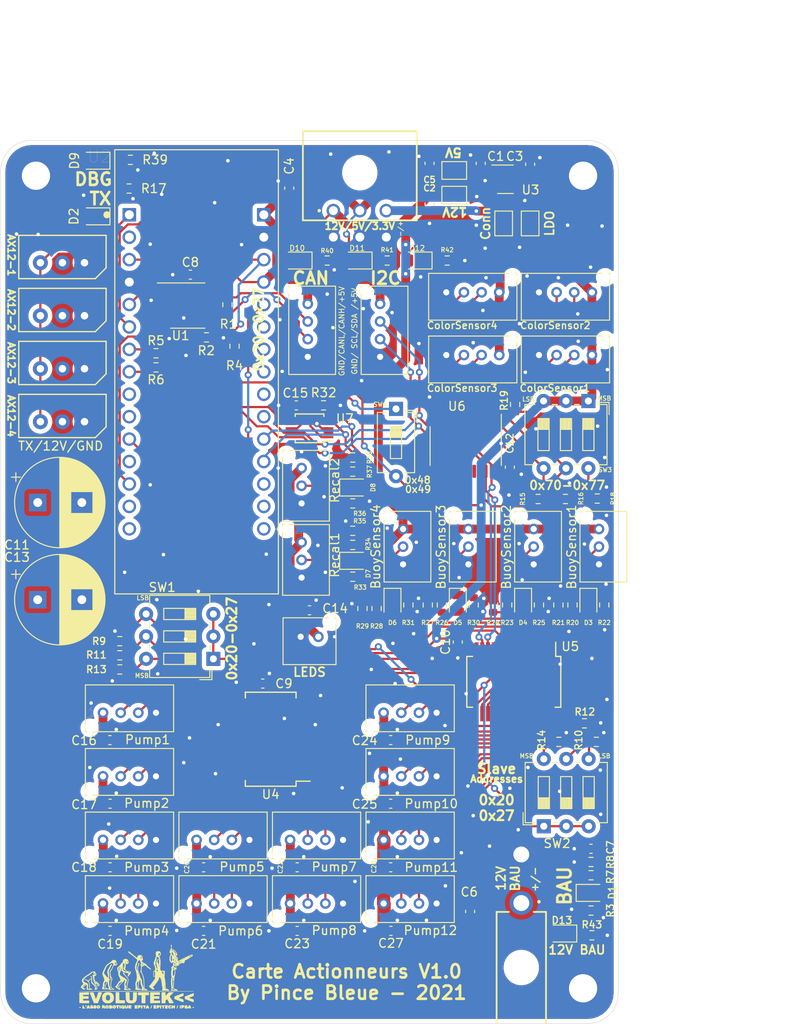
<source format=kicad_pcb>
(kicad_pcb (version 20171130) (host pcbnew "(5.1.8)-1")
  (layers (0 F.Cu signal hide) (31 B.Cu signal hide) (34 B.Paste user) (35 F.Paste user) (36 B.SilkS user) (37 F.SilkS user) (38 B.Mask user) (39 F.Mask user) (44 Edge.Cuts user))
  (net 0 "")
  (net 1 /TX)
  (net 2 12V_BAU)
  (net 3 GND)
  (net 4 "Net-(BuoySensor1-Pad2)")
  (net 5 +12V)
  (net 6 "Net-(BuoySensor2-Pad2)")
  (net 7 "Net-(BuoySensor3-Pad2)")
  (net 8 "Net-(BuoySensor4-Pad2)")
  (net 9 "Net-(C1-Pad1)")
  (net 10 +3V3)
  (net 11 +5V)
  (net 12 /BAU)
  (net 13 /Actuators/SCL0)
  (net 14 /Actuators/SDA0)
  (net 15 /Actuators/SCL1)
  (net 16 /Actuators/SDA1)
  (net 17 /Actuators/SDA2)
  (net 18 /Actuators/SCL2)
  (net 19 /Actuators/SDA3)
  (net 20 /Actuators/SCL3)
  (net 21 "Net-(D1-Pad1)")
  (net 22 "Net-(D2-Pad1)")
  (net 23 "Net-(D3-Pad1)")
  (net 24 /Actuators/B8)
  (net 25 "Net-(D4-Pad1)")
  (net 26 /Actuators/B9)
  (net 27 /Actuators/B10)
  (net 28 "Net-(D5-Pad1)")
  (net 29 "Net-(D6-Pad1)")
  (net 30 /Actuators/B11)
  (net 31 RECAL1)
  (net 32 "Net-(D7-Pad1)")
  (net 33 RECAL2)
  (net 34 "Net-(D8-Pad1)")
  (net 35 "Net-(D9-Pad1)")
  (net 36 /LED)
  (net 37 /CANH)
  (net 38 /CANL)
  (net 39 /SCL)
  (net 40 /SDA)
  (net 41 /Actuators/A0)
  (net 42 /Actuators/A1)
  (net 43 /Actuators/A3)
  (net 44 /Actuators/A2)
  (net 45 /Actuators/A4)
  (net 46 /Actuators/A5)
  (net 47 /Actuators/A7)
  (net 48 /Actuators/A6)
  (net 49 /Actuators/B0)
  (net 50 /Actuators/B1)
  (net 51 /Actuators/B3)
  (net 52 /Actuators/B2)
  (net 53 /Actuators/B4)
  (net 54 /Actuators/B5)
  (net 55 /Actuators/B7)
  (net 56 /Actuators/B6)
  (net 57 /Actuators/A8)
  (net 58 /Actuators/A9)
  (net 59 /Actuators/A11)
  (net 60 /Actuators/A10)
  (net 61 /Actuators/A12)
  (net 62 /Actuators/A13)
  (net 63 /Actuators/A15)
  (net 64 /Actuators/A14)
  (net 65 "Net-(R2-Pad1)")
  (net 66 /RST)
  (net 67 "Net-(R9-Pad1)")
  (net 68 "Net-(R10-Pad1)")
  (net 69 "Net-(R11-Pad1)")
  (net 70 "Net-(R12-Pad1)")
  (net 71 "Net-(R13-Pad1)")
  (net 72 "Net-(R14-Pad1)")
  (net 73 "Net-(R15-Pad1)")
  (net 74 "Net-(R16-Pad1)")
  (net 75 "Net-(R18-Pad1)")
  (net 76 "Net-(R19-Pad2)")
  (net 77 "Net-(R32-Pad1)")
  (net 78 "Net-(R34-Pad1)")
  (net 79 "Net-(R37-Pad1)")
  (net 80 /CAN_TX)
  (net 81 /CAN_RX)
  (net 82 "Net-(U1-Pad5)")
  (net 83 "Net-(U2-Pad2.15)")
  (net 84 "Net-(U2-Pad1.15)")
  (net 85 "Net-(U2-Pad1.14)")
  (net 86 "Net-(U2-Pad2.13)")
  (net 87 "Net-(U2-Pad1.12)")
  (net 88 "Net-(U2-Pad1.10)")
  (net 89 "Net-(U2-Pad2.9)")
  (net 90 "Net-(U2-Pad1.9)")
  (net 91 "Net-(U2-Pad2.8)")
  (net 92 "Net-(U2-Pad2.7)")
  (net 93 "Net-(U2-Pad2.6)")
  (net 94 /INT)
  (net 95 "Net-(U2-Pad1.2)")
  (net 96 "Net-(U3-Pad4)")
  (net 97 "Net-(U4-Pad11)")
  (net 98 "Net-(U4-Pad14)")
  (net 99 "Net-(U4-Pad19)")
  (net 100 "Net-(U4-Pad20)")
  (net 101 "Net-(U5-Pad20)")
  (net 102 "Net-(U5-Pad14)")
  (net 103 "Net-(U5-Pad11)")
  (net 104 "Net-(U5-Pad8)")
  (net 105 "Net-(U5-Pad7)")
  (net 106 "Net-(U5-Pad6)")
  (net 107 "Net-(U6-Pad13)")
  (net 108 "Net-(U6-Pad14)")
  (net 109 "Net-(U6-Pad15)")
  (net 110 "Net-(U6-Pad16)")
  (net 111 "Net-(U6-Pad17)")
  (net 112 "Net-(U6-Pad18)")
  (net 113 "Net-(U6-Pad19)")
  (net 114 "Net-(U6-Pad20)")
  (net 115 "Net-(U7-Pad2)")
  (net 116 "Net-(U7-Pad6)")
  (net 117 "Net-(U7-Pad7)")
  (net 118 "Net-(U2-Pad2.14)")
  (net 119 "Net-(C3-Pad1)")
  (net 120 "Net-(J2-Pad3)")
  (net 121 "Net-(U2-Pad2.10)")
  (net 122 "Net-(D10-Pad1)")
  (net 123 "Net-(D11-Pad1)")
  (net 124 "Net-(D12-Pad1)")
  (net 125 "Net-(D13-Pad1)")
  (module ComponentsEvo:logo-evo-min (layer F.Cu) (at 35.5 114.55)
    (fp_text reference G*** hide)
    (fp_text value LOGO hide)
  )
  (module Resistor_SMD:R_0603_1608Metric (layer F.Cu) (at 75.8 72.6 270)
    (fp_text reference R24 (at 2 0 180) (layer F.SilkS) (effects (font (size 0.5 0.5) (thickness 0.1))))
    (fp_text value 150)
    (pad 2 smd roundrect (at 0.825 0 270) (size 0.8 0.95) (layers F.Cu F.Paste F.Mask) (net 26 /Actuators/B9))
    (pad 1 smd roundrect (at -0.825 0 270) (size 0.8 0.95) (layers F.Cu F.Paste F.Mask) (net 3 GND))
  )
  (module Button_Switch_THT:SW_DIP_SPSTx01_Slide_6.7x4.1mm_W7.62mm_P2.54mm_LowProfile (layer F.Cu) (at 64.8 50.4 270)
    (fp_text reference SW4 (at -0.5 1.8) (layer F.SilkS) (effects (font (size 0.5 0.5) (thickness 0.1))))
    (fp_text value SW_DIP_x01)
    (pad 2 thru_hole oval (at 7.62 0 270) (size 1.6 1.6) (drill 0.8) (layers *.Cu *.Mask) (net 10 +3V3))
    (pad 1 thru_hole rect (at 0 0 270) (size 1.6 1.6) (drill 0.8) (layers *.Cu *.Mask) (net 77 "Net-(R32-Pad1)"))
  )
  (module ConnectorsEvo:B02B-PASK (layer F.Cu) (at 55 76.2)
    (fp_text reference Led_Strip1 hide)
    (fp_text value Conn_01x02_Male)
    (fp_text user 1 (at 1.968 -0.5) (layer F.SilkS) (effects (font (thickness 0.015))))
    (pad None np_thru_hole circle (at 2.5 -1.7) (size 1.1 1.1) (drill 1.1) (layers *.Cu *.Mask))
    (pad 2 thru_hole circle (at -1 0) (size 1.208 1.208) (drill 0.7) (layers *.Cu *.Mask) (net 3 GND))
    (pad 1 thru_hole circle (at 1 0) (size 1.208 1.208) (drill 0.7) (layers *.Cu *.Mask B.Adhes) (net 5 +12V))
  )
  (module Package_SO:SSOP-28_5.3x10.2mm_P0.65mm (layer F.Cu) (at 78.15 81.3 270)
    (fp_text reference U5 (at -4 -6.4 180) (layer F.SilkS))
    (fp_text value MCP23017_SS)
    (pad 28 smd rect (at 3.6 -4.225 270) (size 1.75 0.45) (layers F.Cu F.Paste F.Mask) (net 63 /Actuators/A15))
    (pad 27 smd rect (at 3.6 -3.575 270) (size 1.75 0.45) (layers F.Cu F.Paste F.Mask) (net 64 /Actuators/A14))
    (pad 26 smd rect (at 3.6 -2.925 270) (size 1.75 0.45) (layers F.Cu F.Paste F.Mask) (net 62 /Actuators/A13))
    (pad 25 smd rect (at 3.6 -2.275 270) (size 1.75 0.45) (layers F.Cu F.Paste F.Mask) (net 61 /Actuators/A12))
    (pad 24 smd rect (at 3.6 -1.625 270) (size 1.75 0.45) (layers F.Cu F.Paste F.Mask) (net 59 /Actuators/A11))
    (pad 23 smd rect (at 3.6 -0.975 270) (size 1.75 0.45) (layers F.Cu F.Paste F.Mask) (net 60 /Actuators/A10))
    (pad 22 smd rect (at 3.6 -0.325 270) (size 1.75 0.45) (layers F.Cu F.Paste F.Mask) (net 58 /Actuators/A9))
    (pad 21 smd rect (at 3.6 0.325 270) (size 1.75 0.45) (layers F.Cu F.Paste F.Mask) (net 57 /Actuators/A8))
    (pad 20 smd rect (at 3.6 0.975 270) (size 1.75 0.45) (layers F.Cu F.Paste F.Mask) (net 101 "Net-(U5-Pad20)"))
    (pad 19 smd rect (at 3.6 1.625 270) (size 1.75 0.45) (layers F.Cu F.Paste F.Mask) (net 94 /INT))
    (pad 18 smd rect (at 3.6 2.275 270) (size 1.75 0.45) (layers F.Cu F.Paste F.Mask) (net 10 +3V3))
    (pad 17 smd rect (at 3.6 2.925 270) (size 1.75 0.45) (layers F.Cu F.Paste F.Mask) (net 72 "Net-(R14-Pad1)"))
    (pad 16 smd rect (at 3.6 3.575 270) (size 1.75 0.45) (layers F.Cu F.Paste F.Mask) (net 70 "Net-(R12-Pad1)"))
    (pad 15 smd rect (at 3.6 4.225 270) (size 1.75 0.45) (layers F.Cu F.Paste F.Mask) (net 68 "Net-(R10-Pad1)"))
    (pad 14 smd rect (at -3.6 4.225 270) (size 1.75 0.45) (layers F.Cu F.Paste F.Mask) (net 102 "Net-(U5-Pad14)"))
    (pad 13 smd rect (at -3.6 3.575 270) (size 1.75 0.45) (layers F.Cu F.Paste F.Mask) (net 40 /SDA))
    (pad 12 smd rect (at -3.6 2.925 270) (size 1.75 0.45) (layers F.Cu F.Paste F.Mask) (net 39 /SCL))
    (pad 11 smd rect (at -3.6 2.275 270) (size 1.75 0.45) (layers F.Cu F.Paste F.Mask) (net 103 "Net-(U5-Pad11)"))
    (pad 10 smd rect (at -3.6 1.625 270) (size 1.75 0.45) (layers F.Cu F.Paste F.Mask) (net 3 GND))
    (pad 9 smd rect (at -3.6 0.975 270) (size 1.75 0.45) (layers F.Cu F.Paste F.Mask) (net 10 +3V3))
    (pad 8 smd rect (at -3.6 0.325 270) (size 1.75 0.45) (layers F.Cu F.Paste F.Mask) (net 104 "Net-(U5-Pad8)"))
    (pad 7 smd rect (at -3.6 -0.325 270) (size 1.75 0.45) (layers F.Cu F.Paste F.Mask) (net 105 "Net-(U5-Pad7)"))
    (pad 6 smd rect (at -3.6 -0.975 270) (size 1.75 0.45) (layers F.Cu F.Paste F.Mask) (net 106 "Net-(U5-Pad6)"))
    (pad 5 smd rect (at -3.6 -1.625 270) (size 1.75 0.45) (layers F.Cu F.Paste F.Mask) (net 12 /BAU))
    (pad 4 smd rect (at -3.6 -2.275 270) (size 1.75 0.45) (layers F.Cu F.Paste F.Mask) (net 30 /Actuators/B11))
    (pad 3 smd rect (at -3.6 -2.925 270) (size 1.75 0.45) (layers F.Cu F.Paste F.Mask) (net 27 /Actuators/B10))
    (pad 2 smd rect (at -3.6 -3.575 270) (size 1.75 0.45) (layers F.Cu F.Paste F.Mask) (net 26 /Actuators/B9))
    (pad 1 smd rect (at -3.6 -4.225 270) (size 1.75 0.45) (layers F.Cu F.Paste F.Mask) (net 24 /Actuators/B8))
  )
  (module Resistor_SMD:R_0603_1608Metric (layer F.Cu) (at 87.6 60.55)
    (fp_text reference R18 (at 1.8 0 90) (layer F.SilkS) (effects (font (size 0.5 0.5) (thickness 0.1))))
    (fp_text value 10K)
    (pad 2 smd roundrect (at 0.825 0) (size 0.8 0.95) (layers F.Cu F.Paste F.Mask) (net 3 GND))
    (pad 1 smd roundrect (at -0.825 0) (size 0.8 0.95) (layers F.Cu F.Paste F.Mask) (net 75 "Net-(R18-Pad1)"))
  )
  (module Button_Switch_THT:SW_DIP_SPSTx03_Slide_6.7x9.18mm_W7.62mm_P2.54mm_LowProfile (layer F.Cu) (at 86.6 49.5 270)
    (fp_text reference SW3 (at 7.8 -1.9 180) (layer F.SilkS) (effects (font (size 0.5 0.5) (thickness 0.1))))
    (fp_text value SW_DIP_x03)
    (pad 6 thru_hole oval (at 7.62 0 270) (size 1.6 1.6) (drill 0.8) (layers *.Cu *.Mask) (net 75 "Net-(R18-Pad1)"))
    (pad 3 thru_hole oval (at 0 5.08 270) (size 1.6 1.6) (drill 0.8) (layers *.Cu *.Mask) (net 10 +3V3))
    (pad 5 thru_hole oval (at 7.62 2.54 270) (size 1.6 1.6) (drill 0.8) (layers *.Cu *.Mask) (net 74 "Net-(R16-Pad1)"))
    (pad 2 thru_hole oval (at 0 2.54 270) (size 1.6 1.6) (drill 0.8) (layers *.Cu *.Mask) (net 10 +3V3))
    (pad 4 thru_hole oval (at 7.62 5.08 270) (size 1.6 1.6) (drill 0.8) (layers *.Cu *.Mask) (net 73 "Net-(R15-Pad1)"))
    (pad 1 thru_hole rect (at 0 0 270) (size 1.6 1.6) (drill 0.8) (layers *.Cu *.Mask) (net 10 +3V3))
  )
  (module Resistor_SMD:R_0603_1608Metric (layer F.Cu) (at 80.9 60.6 180)
    (fp_text reference R15 (at 1.75 0 90) (layer F.SilkS) (effects (font (size 0.5 0.5) (thickness 0.1))))
    (fp_text value 10K)
    (pad 2 smd roundrect (at 0.825 0 180) (size 0.8 0.95) (layers F.Cu F.Paste F.Mask) (net 3 GND))
    (pad 1 smd roundrect (at -0.825 0 180) (size 0.8 0.95) (layers F.Cu F.Paste F.Mask) (net 73 "Net-(R15-Pad1)"))
  )
  (module Resistor_SMD:R_0603_1608Metric (layer F.Cu) (at 46.5 43.3 90)
    (fp_text reference R4 (at -2.2 0 180) (layer F.SilkS))
    (fp_text value 10K)
    (pad 2 smd roundrect (at 0.825 0 90) (size 0.8 0.95) (layers F.Cu F.Paste F.Mask) (net 66 /RST))
    (pad 1 smd roundrect (at -0.825 0 90) (size 0.8 0.95) (layers F.Cu F.Paste F.Mask) (net 10 +3V3))
  )
  (module Package_SO:SOIC-8_3.9x4.9mm_P1.27mm (layer F.Cu) (at 41.2 38.7)
    (fp_text reference U1 (at -0.8 3.4) (layer F.SilkS))
    (fp_text value MCP2551-I-SN)
    (pad 1 smd roundrect (at -2.475 -1.905) (size 1.95 0.6) (layers F.Cu F.Paste F.Mask) (net 80 /CAN_TX))
    (pad 2 smd roundrect (at -2.475 -0.635) (size 1.95 0.6) (layers F.Cu F.Paste F.Mask) (net 3 GND))
    (pad 3 smd roundrect (at -2.475 0.635) (size 1.95 0.6) (layers F.Cu F.Paste F.Mask) (net 11 +5V))
    (pad 4 smd roundrect (at -2.475 1.905) (size 1.95 0.6) (layers F.Cu F.Paste F.Mask) (net 81 /CAN_RX))
    (pad 5 smd roundrect (at 2.475 1.905) (size 1.95 0.6) (layers F.Cu F.Paste F.Mask) (net 82 "Net-(U1-Pad5)"))
    (pad 6 smd roundrect (at 2.475 0.635) (size 1.95 0.6) (layers F.Cu F.Paste F.Mask) (net 38 /CANL))
    (pad 7 smd roundrect (at 2.475 -0.635) (size 1.95 0.6) (layers F.Cu F.Paste F.Mask) (net 37 /CANH))
    (pad 8 smd roundrect (at 2.475 -1.905) (size 1.95 0.6) (layers F.Cu F.Paste F.Mask) (net 65 "Net-(R2-Pad1)"))
  )
  (module MountingHole:MountingHole_3.2mm_M3_DIN965_Pad (layer F.Cu) (at 24 116)
    (fp_text reference REF** hide)
    (fp_text value MountingHole_3.2mm_M3_DIN965_Pad)
    (pad 1 thru_hole circle (at 0 0) (size 5.6 5.6) (drill 3.2) (layers *.Cu *.Mask) (net 3 GND))
  )
  (module MountingHole:MountingHole_3.2mm_M3_DIN965_Pad (layer F.Cu) (at 86 24)
    (fp_text reference REF** hide)
    (fp_text value MountingHole_3.2mm_M3_DIN965_Pad)
    (pad 1 thru_hole circle (at 0 0) (size 5.6 5.6) (drill 3.2) (layers *.Cu *.Mask) (net 3 GND))
  )
  (module MountingHole:MountingHole_3.2mm_M3_DIN965_Pad (layer F.Cu) (at 24 24)
    (fp_text reference REF** hide)
    (fp_text value MountingHole_3.2mm_M3_DIN965_Pad)
    (pad 1 thru_hole circle (at 0 0) (size 5.6 5.6) (drill 3.2) (layers *.Cu *.Mask) (net 3 GND))
  )
  (module MountingHole:MountingHole_3.2mm_M3_DIN965_Pad (layer F.Cu) (at 86 116)
    (fp_text reference REF** hide)
    (fp_text value MountingHole_3.2mm_M3_DIN965_Pad)
    (pad 1 thru_hole circle (at 0 0) (size 5.6 5.6) (drill 3.2) (layers *.Cu *.Mask) (net 3 GND))
  )
  (module Resistor_SMD:R_0603_1608Metric (layer F.Cu) (at 61 73 270)
    (fp_text reference R29 (at 2 0 180) (layer F.SilkS) (effects (font (size 0.5 0.5) (thickness 0.1))))
    (fp_text value 150)
    (pad 1 smd roundrect (at -0.825 0 270) (size 0.8 0.95) (layers F.Cu F.Paste F.Mask) (net 3 GND))
    (pad 2 smd roundrect (at 0.825 0 270) (size 0.8 0.95) (layers F.Cu F.Paste F.Mask) (net 30 /Actuators/B11))
  )
  (module Resistor_SMD:R_0603_1608Metric (layer F.Cu) (at 73.6 72.6 90)
    (fp_text reference R30 (at -2 0 180) (layer F.SilkS) (effects (font (size 0.5 0.5) (thickness 0.1))))
    (fp_text value 68)
    (pad 2 smd roundrect (at 0.825 0 90) (size 0.8 0.95) (layers F.Cu F.Paste F.Mask) (net 28 "Net-(D5-Pad1)"))
    (pad 1 smd roundrect (at -0.825 0 90) (size 0.8 0.95) (layers F.Cu F.Paste F.Mask) (net 3 GND))
  )
  (module Resistor_SMD:R_0603_1608Metric (layer F.Cu) (at 84.8 72.6 90)
    (fp_text reference R20 (at -2 0 180) (layer F.SilkS) (effects (font (size 0.5 0.5) (thickness 0.1))))
    (fp_text value 510)
    (pad 1 smd roundrect (at -0.825 0 90) (size 0.8 0.95) (layers F.Cu F.Paste F.Mask) (net 24 /Actuators/B8))
    (pad 2 smd roundrect (at 0.825 0 90) (size 0.8 0.95) (layers F.Cu F.Paste F.Mask) (net 4 "Net-(BuoySensor1-Pad2)"))
  )
  (module Resistor_SMD:R_0603_1608Metric (layer F.Cu) (at 88.4 72.6 90)
    (fp_text reference R22 (at -2 0 180) (layer F.SilkS) (effects (font (size 0.5 0.5) (thickness 0.1))))
    (fp_text value 68)
    (pad 2 smd roundrect (at 0.825 0 90) (size 0.8 0.95) (layers F.Cu F.Paste F.Mask) (net 23 "Net-(D3-Pad1)"))
    (pad 1 smd roundrect (at -0.825 0 90) (size 0.8 0.95) (layers F.Cu F.Paste F.Mask) (net 3 GND))
  )
  (module Capacitor_SMD:C_0603_1608Metric (layer F.Cu) (at 49.7 81.5 180)
    (fp_text reference C9 (at -2.4 0) (layer F.SilkS))
    (fp_text value 100nF)
    (pad 1 smd roundrect (at -0.775 0 180) (size 0.9 0.95) (layers F.Cu F.Paste F.Mask) (net 3 GND))
    (pad 2 smd roundrect (at 0.775 0 180) (size 0.9 0.95) (layers F.Cu F.Paste F.Mask) (net 10 +3V3))
  )
  (module Resistor_SMD:R_0603_1608Metric (layer F.Cu) (at 83.2 72.6 270)
    (fp_text reference R21 (at 2 0 180) (layer F.SilkS) (effects (font (size 0.5 0.5) (thickness 0.1))))
    (fp_text value 150)
    (pad 1 smd roundrect (at -0.825 0 270) (size 0.8 0.95) (layers F.Cu F.Paste F.Mask) (net 3 GND))
    (pad 2 smd roundrect (at 0.825 0 270) (size 0.8 0.95) (layers F.Cu F.Paste F.Mask) (net 24 /Actuators/B8))
  )
  (module Resistor_SMD:R_0603_1608Metric (layer F.Cu) (at 81 72.6 90)
    (fp_text reference R25 (at -2 0 180) (layer F.SilkS) (effects (font (size 0.5 0.5) (thickness 0.1))))
    (fp_text value 68)
    (pad 1 smd roundrect (at -0.825 0 90) (size 0.8 0.95) (layers F.Cu F.Paste F.Mask) (net 3 GND))
    (pad 2 smd roundrect (at 0.825 0 90) (size 0.8 0.95) (layers F.Cu F.Paste F.Mask) (net 25 "Net-(D4-Pad1)"))
  )
  (module Resistor_SMD:R_0603_1608Metric (layer F.Cu) (at 70 72.6 90)
    (fp_text reference R26 (at -2 0 180) (layer F.SilkS) (effects (font (size 0.5 0.5) (thickness 0.1))))
    (fp_text value 510)
    (pad 1 smd roundrect (at -0.825 0 90) (size 0.8 0.95) (layers F.Cu F.Paste F.Mask) (net 27 /Actuators/B10))
    (pad 2 smd roundrect (at 0.825 0 90) (size 0.8 0.95) (layers F.Cu F.Paste F.Mask) (net 7 "Net-(BuoySensor3-Pad2)"))
  )
  (module Resistor_SMD:R_0603_1608Metric (layer F.Cu) (at 62.6 73 90)
    (fp_text reference R28 (at -2 0 180) (layer F.SilkS) (effects (font (size 0.5 0.5) (thickness 0.1))))
    (fp_text value 510)
    (pad 1 smd roundrect (at -0.825 0 90) (size 0.8 0.95) (layers F.Cu F.Paste F.Mask) (net 30 /Actuators/B11))
    (pad 2 smd roundrect (at 0.825 0 90) (size 0.8 0.95) (layers F.Cu F.Paste F.Mask) (net 8 "Net-(BuoySensor4-Pad2)"))
  )
  (module LED_SMD:LED_0805_2012Metric (layer F.Cu) (at 64.4 72.4 270)
    (fp_text reference D6 (at 2.2 0 180) (layer F.SilkS) (effects (font (size 0.5 0.5) (thickness 0.1))))
    (fp_text value GREEN)
    (pad 1 smd roundrect (at -0.9375 0 270) (size 0.975 1.4) (layers F.Cu F.Paste F.Mask) (net 29 "Net-(D6-Pad1)"))
    (pad 2 smd roundrect (at 0.9375 0 270) (size 0.975 1.4) (layers F.Cu F.Paste F.Mask) (net 30 /Actuators/B11))
  )
  (module LED_SMD:LED_0805_2012Metric (layer F.Cu) (at 86.6 72.4 270)
    (fp_text reference D3 (at 2.2 0 180) (layer F.SilkS) (effects (font (size 0.5 0.5) (thickness 0.1))))
    (fp_text value GREEN)
    (pad 1 smd roundrect (at -0.9375 0 270) (size 0.975 1.4) (layers F.Cu F.Paste F.Mask) (net 23 "Net-(D3-Pad1)"))
    (pad 2 smd roundrect (at 0.9375 0 270) (size 0.975 1.4) (layers F.Cu F.Paste F.Mask) (net 24 /Actuators/B8))
  )
  (module LED_SMD:LED_0805_2012Metric (layer F.Cu) (at 79.2 72.4 270)
    (fp_text reference D4 (at 2.2 0 180) (layer F.SilkS) (effects (font (size 0.5 0.5) (thickness 0.1))))
    (fp_text value GREEN)
    (pad 1 smd roundrect (at -0.9375 0 270) (size 0.975 1.4) (layers F.Cu F.Paste F.Mask) (net 25 "Net-(D4-Pad1)"))
    (pad 2 smd roundrect (at 0.9375 0 270) (size 0.975 1.4) (layers F.Cu F.Paste F.Mask) (net 26 /Actuators/B9))
  )
  (module Resistor_SMD:R_0603_1608Metric (layer F.Cu) (at 77.4 72.6 90)
    (fp_text reference R23 (at -2 0 180) (layer F.SilkS) (effects (font (size 0.5 0.5) (thickness 0.1))))
    (fp_text value 510)
    (pad 2 smd roundrect (at 0.825 0 90) (size 0.8 0.95) (layers F.Cu F.Paste F.Mask) (net 6 "Net-(BuoySensor2-Pad2)"))
    (pad 1 smd roundrect (at -0.825 0 90) (size 0.8 0.95) (layers F.Cu F.Paste F.Mask) (net 26 /Actuators/B9))
  )
  (module ConnectorsEvo:B04B-PASK (layer F.Cu) (at 34.6 84.8 180)
    (fp_text reference Pump1 (at -2.05 -3.05) (layer F.SilkS))
    (fp_text value Conn_01x04_Male)
    (fp_text user 1 (at 4.35 0.05) (layer F.SilkS) (effects (font (thickness 0.015))))
    (pad None np_thru_hole circle (at 4.5 -1.7 180) (size 1.1 1.1) (drill 1.1) (layers *.Cu *.Mask))
    (pad 4 thru_hole circle (at -3 0 180) (size 1.208 1.208) (drill 0.7) (layers *.Cu *.Mask) (net 3 GND))
    (pad 3 thru_hole circle (at -1 0 180) (size 1.208 1.208) (drill 0.7) (layers *.Cu *.Mask) (net 42 /Actuators/A1))
    (pad 2 thru_hole circle (at 1 0 180) (size 1.208 1.208) (drill 0.7) (layers *.Cu *.Mask) (net 41 /Actuators/A0))
    (pad 1 thru_hole circle (at 3 0 180) (size 1.208 1.208) (drill 0.7) (layers *.Cu *.Mask) (net 2 12V_BAU))
  )
  (module Resistor_SMD:R_0603_1608Metric (layer F.Cu) (at 66.2 72.6 90)
    (fp_text reference R31 (at -2 0 180) (layer F.SilkS) (effects (font (size 0.5 0.5) (thickness 0.1))))
    (fp_text value 68)
    (pad 2 smd roundrect (at 0.825 0 90) (size 0.8 0.95) (layers F.Cu F.Paste F.Mask) (net 29 "Net-(D6-Pad1)"))
    (pad 1 smd roundrect (at -0.825 0 90) (size 0.8 0.95) (layers F.Cu F.Paste F.Mask) (net 3 GND))
  )
  (module Resistor_SMD:R_0603_1608Metric (layer F.Cu) (at 68.4 72.6 270)
    (fp_text reference R27 (at 2 0 180) (layer F.SilkS) (effects (font (size 0.5 0.5) (thickness 0.1))))
    (fp_text value 150)
    (pad 1 smd roundrect (at -0.825 0 270) (size 0.8 0.95) (layers F.Cu F.Paste F.Mask) (net 3 GND))
    (pad 2 smd roundrect (at 0.825 0 270) (size 0.8 0.95) (layers F.Cu F.Paste F.Mask) (net 27 /Actuators/B10))
  )
  (module Button_Switch_THT:SW_DIP_SPSTx03_Slide_6.7x9.18mm_W7.62mm_P2.54mm_LowProfile (layer F.Cu) (at 81.55 97.65 90)
    (fp_text reference SW2 (at -1.95 1.5 180) (layer F.SilkS))
    (fp_text value SW_DIP_x03)
    (pad 1 thru_hole rect (at 0 0 90) (size 1.6 1.6) (drill 0.8) (layers *.Cu *.Mask) (net 10 +3V3))
    (pad 4 thru_hole oval (at 7.62 5.08 90) (size 1.6 1.6) (drill 0.8) (layers *.Cu *.Mask) (net 68 "Net-(R10-Pad1)"))
    (pad 2 thru_hole oval (at 0 2.54 90) (size 1.6 1.6) (drill 0.8) (layers *.Cu *.Mask) (net 10 +3V3))
    (pad 5 thru_hole oval (at 7.62 2.54 90) (size 1.6 1.6) (drill 0.8) (layers *.Cu *.Mask) (net 70 "Net-(R12-Pad1)"))
    (pad 3 thru_hole oval (at 0 5.08 90) (size 1.6 1.6) (drill 0.8) (layers *.Cu *.Mask) (net 10 +3V3))
    (pad 6 thru_hole oval (at 7.62 0 90) (size 1.6 1.6) (drill 0.8) (layers *.Cu *.Mask) (net 72 "Net-(R14-Pad1)"))
  )
  (module ComponentsEvo:MODULE_NUCLEO-F303K8 (layer F.Cu) (at 42.2 46.2)
    (fp_text reference U2 (at -11 -24.4) (layer F.SilkS) (effects (font (size 1.402378 1.402378) (thickness 0.015))))
    (fp_text value NUCLEO-F303K8)
    (pad 2.15 thru_hole circle (at 7.62 17.78) (size 1.53 1.53) (drill 1.02) (layers *.Cu *.Mask) (net 83 "Net-(U2-Pad2.15)"))
    (pad 1.15 thru_hole circle (at -7.62 17.78) (size 1.53 1.53) (drill 1.02) (layers *.Cu *.Mask) (net 84 "Net-(U2-Pad1.15)"))
    (pad 2.14 thru_hole circle (at 7.62 15.24) (size 1.53 1.53) (drill 1.02) (layers *.Cu *.Mask) (net 118 "Net-(U2-Pad2.14)"))
    (pad 1.14 thru_hole circle (at -7.62 15.24) (size 1.53 1.53) (drill 1.02) (layers *.Cu *.Mask) (net 85 "Net-(U2-Pad1.14)"))
    (pad 2.13 thru_hole circle (at 7.62 12.7) (size 1.53 1.53) (drill 1.02) (layers *.Cu *.Mask) (net 86 "Net-(U2-Pad2.13)"))
    (pad 1.13 thru_hole circle (at -7.62 12.7) (size 1.53 1.53) (drill 1.02) (layers *.Cu *.Mask) (net 81 /CAN_RX))
    (pad 2.12 thru_hole circle (at 7.62 10.16) (size 1.53 1.53) (drill 1.02) (layers *.Cu *.Mask) (net 31 RECAL1))
    (pad 1.12 thru_hole circle (at -7.62 10.16) (size 1.53 1.53) (drill 1.02) (layers *.Cu *.Mask) (net 87 "Net-(U2-Pad1.12)"))
    (pad 2.11 thru_hole circle (at 7.62 7.62) (size 1.53 1.53) (drill 1.02) (layers *.Cu *.Mask) (net 33 RECAL2))
    (pad 1.11 thru_hole circle (at -7.62 7.62) (size 1.53 1.53) (drill 1.02) (layers *.Cu *.Mask) (net 12 /BAU))
    (pad 2.10 thru_hole circle (at 7.62 5.08) (size 1.53 1.53) (drill 1.02) (layers *.Cu *.Mask) (net 121 "Net-(U2-Pad2.10)"))
    (pad 1.10 thru_hole circle (at -7.62 5.08) (size 1.53 1.53) (drill 1.02) (layers *.Cu *.Mask) (net 88 "Net-(U2-Pad1.10)"))
    (pad 2.9 thru_hole circle (at 7.62 2.54) (size 1.53 1.53) (drill 1.02) (layers *.Cu *.Mask) (net 89 "Net-(U2-Pad2.9)"))
    (pad 1.9 thru_hole circle (at -7.62 2.54) (size 1.53 1.53) (drill 1.02) (layers *.Cu *.Mask) (net 90 "Net-(U2-Pad1.9)"))
    (pad 2.8 thru_hole circle (at 7.62 0) (size 1.53 1.53) (drill 1.02) (layers *.Cu *.Mask) (net 91 "Net-(U2-Pad2.8)"))
    (pad 1.8 thru_hole circle (at -7.62 0) (size 1.53 1.53) (drill 1.02) (layers *.Cu *.Mask) (net 39 /SCL))
    (pad 2.7 thru_hole circle (at 7.62 -2.54) (size 1.53 1.53) (drill 1.02) (layers *.Cu *.Mask) (net 92 "Net-(U2-Pad2.7)"))
    (pad 1.7 thru_hole circle (at -7.62 -2.54) (size 1.53 1.53) (drill 1.02) (layers *.Cu *.Mask) (net 40 /SDA))
    (pad 2.6 thru_hole circle (at 7.62 -5.08) (size 1.53 1.53) (drill 1.02) (layers *.Cu *.Mask) (net 93 "Net-(U2-Pad2.6)"))
    (pad 1.6 thru_hole circle (at -7.62 -5.08) (size 1.53 1.53) (drill 1.02) (layers *.Cu *.Mask) (net 36 /LED))
    (pad 2.5 thru_hole circle (at 7.62 -7.62) (size 1.53 1.53) (drill 1.02) (layers *.Cu *.Mask) (net 94 /INT))
    (pad 1.5 thru_hole circle (at -7.62 -7.62) (size 1.53 1.53) (drill 1.02) (layers *.Cu *.Mask) (net 80 /CAN_TX))
    (pad 2.4 thru_hole circle (at 7.62 -10.16) (size 1.53 1.53) (drill 1.02) (layers *.Cu *.Mask) (net 11 +5V))
    (pad 1.4 thru_hole circle (at -7.62 -10.16) (size 1.53 1.53) (drill 1.02) (layers *.Cu *.Mask) (net 3 GND))
    (pad 2.3 thru_hole circle (at 7.62 -12.7) (size 1.53 1.53) (drill 1.02) (layers *.Cu *.Mask) (net 66 /RST))
    (pad 1.3 thru_hole circle (at -7.62 -12.7) (size 1.53 1.53) (drill 1.02) (layers *.Cu *.Mask) (net 66 /RST))
    (pad 2.2 thru_hole circle (at 7.62 -15.24) (size 1.53 1.53) (drill 1.02) (layers *.Cu *.Mask) (net 3 GND))
    (pad 1.2 thru_hole circle (at -7.62 -15.24) (size 1.53 1.53) (drill 1.02) (layers *.Cu *.Mask) (net 95 "Net-(U2-Pad1.2)"))
    (pad 2.1 thru_hole rect (at 7.62 -17.78) (size 1.53 1.53) (drill 1.02) (layers *.Cu *.Mask) (net 11 +5V))
    (pad 1.1 thru_hole rect (at -7.62 -17.78) (size 1.53 1.53) (drill 1.02) (layers *.Cu *.Mask) (net 1 /TX))
  )
  (module Capacitor_SMD:C_0603_1608Metric (layer F.Cu) (at 68.6 27.2 270)
    (fp_text reference C2 (at -1.8 0 180) (layer F.SilkS) (effects (font (size 0.7 0.7))))
    (fp_text value 4.7uF)
    (pad 2 smd roundrect (at 0.775 0 270) (size 0.9 0.95) (layers F.Cu F.Paste F.Mask) (net 3 GND))
    (pad 1 smd roundrect (at -0.775 0 270) (size 0.9 0.95) (layers F.Cu F.Paste F.Mask) (net 5 +12V))
  )
  (module Capacitor_SMD:C_0603_1608Metric (layer F.Cu) (at 80 22.7 90)
    (fp_text reference C3 (at 0.9 -1.75) (layer F.SilkS))
    (fp_text value 1uF)
    (pad 1 smd roundrect (at -0.775 0 90) (size 0.9 0.95) (layers F.Cu F.Paste F.Mask) (net 119 "Net-(C3-Pad1)"))
    (pad 2 smd roundrect (at 0.775 0 90) (size 0.9 0.95) (layers F.Cu F.Paste F.Mask) (net 3 GND))
  )
  (module Capacitor_SMD:C_0603_1608Metric (layer F.Cu) (at 74.4 22.6 90)
    (fp_text reference C1 (at 0.8 1.7 180) (layer F.SilkS))
    (fp_text value 1uF)
    (pad 1 smd roundrect (at -0.775 0 90) (size 0.9 0.95) (layers F.Cu F.Paste F.Mask) (net 9 "Net-(C1-Pad1)"))
    (pad 2 smd roundrect (at 0.775 0 90) (size 0.9 0.95) (layers F.Cu F.Paste F.Mask) (net 3 GND))
  )
  (module ConnectorsEvo:22-03-5035 (layer F.Cu) (at 27 33.2 270)
    (fp_text reference AX12-1 (at -0.2 5.8 270 unlocked) (layer F.SilkS) (effects (font (size 0.8 0.8) (thickness 0.2))))
    (fp_text value Conn_01x03_Male)
    (pad 1 thru_hole circle (at 0.65 2.5 270) (size 1.7 1.7) (drill 0.85) (layers *.Cu *.Mask) (net 1 /TX))
    (pad 2 thru_hole circle (at 0.65 0 270) (size 1.7 1.7) (drill 0.85) (layers *.Cu *.Mask) (net 2 12V_BAU))
    (pad 3 thru_hole circle (at 0.65 -2.5 270) (size 1.7 1.7) (drill 0.85) (layers *.Cu *.Mask) (net 3 GND))
  )
  (module ConnectorsEvo:B03B-PASK (layer F.Cu) (at 87.8 66 90)
    (fp_text reference BuoySensor1 (at -0.035 -3.1 90) (layer F.SilkS))
    (fp_text value Conn_01x03_Male)
    (fp_text user 1 (at 2.968 -0.5 90) (layer F.SilkS) (effects (font (thickness 0.015))))
    (pad 1 thru_hole circle (at 2 0 90) (size 1.208 1.208) (drill 0.7) (layers *.Cu *.Mask) (net 5 +12V))
    (pad 2 thru_hole circle (at 0 0 90) (size 1.208 1.208) (drill 0.7) (layers *.Cu *.Mask) (net 4 "Net-(BuoySensor1-Pad2)"))
    (pad 3 thru_hole circle (at -2 0 90) (size 1.208 1.208) (drill 0.7) (layers *.Cu *.Mask) (net 3 GND))
    (pad None np_thru_hole circle (at 3.5 -1.7 90) (size 1.1 1.1) (drill 1.1) (layers *.Cu *.Mask))
  )
  (module Capacitor_SMD:C_0603_1608Metric (layer F.Cu) (at 52.7 25.4 90)
    (fp_text reference C4 (at 2.5 0 90) (layer F.SilkS))
    (fp_text value 100nF)
    (pad 1 smd roundrect (at -0.775 0 90) (size 0.9 0.95) (layers F.Cu F.Paste F.Mask) (net 11 +5V))
    (pad 2 smd roundrect (at 0.775 0 90) (size 0.9 0.95) (layers F.Cu F.Paste F.Mask) (net 3 GND))
  )
  (module ConnectorsEvo:22-03-5035 (layer F.Cu) (at 27 39.2 270)
    (fp_text reference AX12-2 (at 0 5.8 270 unlocked) (layer F.SilkS) (effects (font (size 0.8 0.8) (thickness 0.2))))
    (fp_text value Conn_01x03_Male)
    (pad 3 thru_hole circle (at 0.65 -2.5 270) (size 1.7 1.7) (drill 0.85) (layers *.Cu *.Mask) (net 3 GND))
    (pad 2 thru_hole circle (at 0.65 0 270) (size 1.7 1.7) (drill 0.85) (layers *.Cu *.Mask) (net 2 12V_BAU))
    (pad 1 thru_hole circle (at 0.65 2.5 270) (size 1.7 1.7) (drill 0.85) (layers *.Cu *.Mask) (net 1 /TX))
  )
  (module ConnectorsEvo:22-03-5035 (layer F.Cu) (at 27 45.2 270)
    (fp_text reference AX12-3 (at 0 5.8 270 unlocked) (layer F.SilkS) (effects (font (size 0.8 0.8) (thickness 0.2))))
    (fp_text value Conn_01x03_Male)
    (pad 1 thru_hole circle (at 0.65 2.5 270) (size 1.7 1.7) (drill 0.85) (layers *.Cu *.Mask) (net 1 /TX))
    (pad 2 thru_hole circle (at 0.65 0 270) (size 1.7 1.7) (drill 0.85) (layers *.Cu *.Mask) (net 2 12V_BAU))
    (pad 3 thru_hole circle (at 0.65 -2.5 270) (size 1.7 1.7) (drill 0.85) (layers *.Cu *.Mask) (net 3 GND))
  )
  (module Capacitor_SMD:C_0603_1608Metric (layer F.Cu) (at 53.6 102.3)
    (fp_text reference C22 (at -1.9 0 90) (layer F.SilkS) (effects (font (size 0.5 0.5) (thickness 0.1))))
    (fp_text value 4.7uF)
    (pad 2 smd roundrect (at 0.775 0) (size 0.9 0.95) (layers F.Cu F.Paste F.Mask) (net 3 GND))
    (pad 1 smd roundrect (at -0.775 0) (size 0.9 0.95) (layers F.Cu F.Paste F.Mask) (net 2 12V_BAU))
  )
  (module ConnectorsEvo:B04B-PASK (layer F.Cu) (at 45.2 99.2 180)
    (fp_text reference Pump5 (at -2.15 -3.05) (layer F.SilkS))
    (fp_text value Conn_01x04_Male)
    (fp_text user 1 (at 4 -0.5) (layer F.SilkS) (effects (font (thickness 0.015))))
    (pad 1 thru_hole circle (at 3 0 180) (size 1.208 1.208) (drill 0.7) (layers *.Cu *.Mask) (net 2 12V_BAU))
    (pad 2 thru_hole circle (at 1 0 180) (size 1.208 1.208) (drill 0.7) (layers *.Cu *.Mask) (net 49 /Actuators/B0))
    (pad 3 thru_hole circle (at -1 0 180) (size 1.208 1.208) (drill 0.7) (layers *.Cu *.Mask) (net 50 /Actuators/B1))
    (pad 4 thru_hole circle (at -3 0 180) (size 1.208 1.208) (drill 0.7) (layers *.Cu *.Mask) (net 3 GND))
    (pad None np_thru_hole circle (at 4.5 -1.7 180) (size 1.1 1.1) (drill 1.1) (layers *.Cu *.Mask))
  )
  (module ConnectorsEvo:22-03-5035 (layer F.Cu) (at 27 51.2 270)
    (fp_text reference AX12-4 (at 0 5.8 270 unlocked) (layer F.SilkS) (effects (font (size 0.8 0.8) (thickness 0.2))))
    (fp_text value Conn_01x03_Male)
    (pad 3 thru_hole circle (at 0.65 -2.5 270) (size 1.7 1.7) (drill 0.85) (layers *.Cu *.Mask) (net 3 GND))
    (pad 2 thru_hole circle (at 0.65 0 270) (size 1.7 1.7) (drill 0.85) (layers *.Cu *.Mask) (net 2 12V_BAU))
    (pad 1 thru_hole circle (at 0.65 2.5 270) (size 1.7 1.7) (drill 0.85) (layers *.Cu *.Mask) (net 1 /TX))
  )
  (module ConnectorsEvo:B03B-PASK (layer F.Cu) (at 73 66 90)
    (fp_text reference BuoySensor3 (at -0.035 -3.1 90) (layer F.SilkS))
    (fp_text value Conn_01x03_Male)
    (fp_text user 1 (at 2.968 -0.5 90) (layer F.SilkS) (effects (font (thickness 0.015))))
    (pad None np_thru_hole circle (at 3.5 -1.7 90) (size 1.1 1.1) (drill 1.1) (layers *.Cu *.Mask))
    (pad 3 thru_hole circle (at -2 0 90) (size 1.208 1.208) (drill 0.7) (layers *.Cu *.Mask) (net 3 GND))
    (pad 2 thru_hole circle (at 0 0 90) (size 1.208 1.208) (drill 0.7) (layers *.Cu *.Mask) (net 7 "Net-(BuoySensor3-Pad2)"))
    (pad 1 thru_hole circle (at 2 0 90) (size 1.208 1.208) (drill 0.7) (layers *.Cu *.Mask) (net 5 +12V))
  )
  (module ConnectorsEvo:B03B-PASK (layer F.Cu) (at 65.6 66 90)
    (fp_text reference BuoySensor4 (at 0 -3.1 270) (layer F.SilkS))
    (fp_text value Conn_01x03_Male)
    (fp_text user 1 (at 2.968 -0.5 90) (layer F.SilkS) (effects (font (thickness 0.015))))
    (pad 1 thru_hole circle (at 2 0 90) (size 1.208 1.208) (drill 0.7) (layers *.Cu *.Mask) (net 5 +12V))
    (pad 2 thru_hole circle (at 0 0 90) (size 1.208 1.208) (drill 0.7) (layers *.Cu *.Mask) (net 8 "Net-(BuoySensor4-Pad2)"))
    (pad 3 thru_hole circle (at -2 0 90) (size 1.208 1.208) (drill 0.7) (layers *.Cu *.Mask) (net 3 GND))
    (pad None np_thru_hole circle (at 3.5 -1.7 90) (size 1.1 1.1) (drill 1.1) (layers *.Cu *.Mask))
  )
  (module ConnectorsEvo:B03B-PASK (layer F.Cu) (at 80.4 66 90)
    (fp_text reference BuoySensor2 (at -0.035 -3.1 90) (layer F.SilkS))
    (fp_text value Conn_01x03_Male)
    (fp_text user 1 (at 2.968 -0.5 90) (layer F.SilkS) (effects (font (thickness 0.015))))
    (pad None np_thru_hole circle (at 3.5 -1.7 90) (size 1.1 1.1) (drill 1.1) (layers *.Cu *.Mask))
    (pad 3 thru_hole circle (at -2 0 90) (size 1.208 1.208) (drill 0.7) (layers *.Cu *.Mask) (net 3 GND))
    (pad 2 thru_hole circle (at 0 0 90) (size 1.208 1.208) (drill 0.7) (layers *.Cu *.Mask) (net 6 "Net-(BuoySensor2-Pad2)"))
    (pad 1 thru_hole circle (at 2 0 90) (size 1.208 1.208) (drill 0.7) (layers *.Cu *.Mask) (net 5 +12V))
  )
  (module LED_SMD:LED_0805_2012Metric (layer F.Cu) (at 60.1 67.6)
    (fp_text reference D7 (at 1.55 1.45 90) (layer F.SilkS) (effects (font (size 0.5 0.5) (thickness 0.1))))
    (fp_text value GREEN)
    (pad 2 smd roundrect (at 0.9375 0) (size 0.975 1.4) (layers F.Cu F.Paste F.Mask) (net 31 RECAL1))
    (pad 1 smd roundrect (at -0.9375 0) (size 0.975 1.4) (layers F.Cu F.Paste F.Mask) (net 32 "Net-(D7-Pad1)"))
  )
  (module Jumper:SolderJumper-2_P1.3mm_Open_TrianglePad1.0x1.5mm (layer F.Cu) (at 71.4 23.4)
    (fp_text reference JP1 hide)
    (fp_text value SolderJumper_2_Open)
    (pad 2 smd custom (at 0.725 0) (size 0.3 0.3) (layers F.Cu F.Mask) (net 9 "Net-(C1-Pad1)") (options (clearance outline) (anchor rect)) (primitives (gr_poly (pts (xy -0.65 -0.75) (xy 0.5 -0.75) (xy 0.5 0.75) (xy -0.65 0.75) (xy -0.15 0)) (width 0))))
    (pad 1 smd custom (at -0.725 0) (size 0.3 0.3) (layers F.Cu F.Mask) (net 11 +5V) (options (clearance outline) (anchor rect)) (primitives (gr_poly (pts (xy -0.5 -0.75) (xy 0.5 -0.75) (xy 1 0) (xy 0.5 0.75) (xy -0.5 0.75)) (width 0))))
  )
  (module Jumper:SolderJumper-2_P1.3mm_Open_TrianglePad1.0x1.5mm (layer F.Cu) (at 71.4 26.2)
    (fp_text reference JP2 hide)
    (fp_text value SolderJumper_2_Open)
    (pad 1 smd custom (at -0.725 0) (size 0.3 0.3) (layers F.Cu F.Mask) (net 5 +12V) (options (clearance outline) (anchor rect)) (primitives (gr_poly (pts (xy -0.5 -0.75) (xy 0.5 -0.75) (xy 1 0) (xy 0.5 0.75) (xy -0.5 0.75)) (width 0))))
    (pad 2 smd custom (at 0.725 0) (size 0.3 0.3) (layers F.Cu F.Mask) (net 9 "Net-(C1-Pad1)") (options (clearance outline) (anchor rect)) (primitives (gr_poly (pts (xy -0.65 -0.75) (xy 0.5 -0.75) (xy 0.5 0.75) (xy -0.65 0.75) (xy -0.15 0)) (width 0))))
  )
  (module ConnectorsEvo:B04B-PASK (layer F.Cu) (at 73.5 44.3)
    (fp_text reference ColorSensor3 (at -1.2 3.75) (layer F.SilkS) (effects (font (size 0.8 0.8))))
    (fp_text value Conn_01x04_Male)
    (fp_text user 1 (at 4 -0.5) (layer F.SilkS) (effects (font (thickness 0.015))))
    (pad 1 thru_hole circle (at 3 0) (size 1.208 1.208) (drill 0.7) (layers *.Cu *.Mask) (net 10 +3V3))
    (pad 2 thru_hole circle (at 1 0) (size 1.208 1.208) (drill 0.7) (layers *.Cu *.Mask) (net 17 /Actuators/SDA2))
    (pad 3 thru_hole circle (at -1 0) (size 1.208 1.208) (drill 0.7) (layers *.Cu *.Mask) (net 18 /Actuators/SCL2))
    (pad 4 thru_hole circle (at -3 0) (size 1.208 1.208) (drill 0.7) (layers *.Cu *.Mask) (net 3 GND))
    (pad None np_thru_hole circle (at 4.5 -1.7) (size 1.1 1.1) (drill 1.1) (layers *.Cu *.Mask))
  )
  (module LED_SMD:LED_0805_2012Metric (layer F.Cu) (at 60.1 59.3)
    (fp_text reference D8 (at 2.1 0 90) (layer F.SilkS) (effects (font (size 0.5 0.5) (thickness 0.1))))
    (fp_text value GREEN)
    (pad 2 smd roundrect (at 0.9375 0) (size 0.975 1.4) (layers F.Cu F.Paste F.Mask) (net 33 RECAL2))
    (pad 1 smd roundrect (at -0.9375 0) (size 0.975 1.4) (layers F.Cu F.Paste F.Mask) (net 34 "Net-(D8-Pad1)"))
  )
  (module ConnectorsEvo:B04B-PASK (layer F.Cu) (at 54.8 41.5 90)
    (fp_text reference J1 hide)
    (fp_text value CAN)
    (fp_text user 1 (at 4 -0.5 90) (layer F.SilkS) (effects (font (thickness 0.015))))
    (pad 1 thru_hole circle (at 3 0 90) (size 1.208 1.208) (drill 0.7) (layers *.Cu *.Mask) (net 11 +5V))
    (pad 2 thru_hole circle (at 1 0 90) (size 1.208 1.208) (drill 0.7) (layers *.Cu *.Mask) (net 37 /CANH))
    (pad 3 thru_hole circle (at -1 0 90) (size 1.208 1.208) (drill 0.7) (layers *.Cu *.Mask) (net 38 /CANL))
    (pad 4 thru_hole circle (at -3 0 90) (size 1.208 1.208) (drill 0.7) (layers *.Cu *.Mask) (net 3 GND))
    (pad None np_thru_hole circle (at 4.5 -1.7 90) (size 1.1 1.1) (drill 1.1) (layers *.Cu *.Mask))
  )
  (module ConnectorsEvo:B04B-PASK (layer F.Cu) (at 84 37.2)
    (fp_text reference ColorSensor2 (at -1.15 3.75) (layer F.SilkS) (effects (font (size 0.8 0.8))))
    (fp_text value Conn_01x04_Male)
    (fp_text user 1 (at 4 -0.5) (layer F.SilkS) (effects (font (thickness 0.015))))
    (pad None np_thru_hole circle (at 4.5 -1.7) (size 1.1 1.1) (drill 1.1) (layers *.Cu *.Mask))
    (pad 4 thru_hole circle (at -3 0) (size 1.208 1.208) (drill 0.7) (layers *.Cu *.Mask) (net 3 GND))
    (pad 3 thru_hole circle (at -1 0) (size 1.208 1.208) (drill 0.7) (layers *.Cu *.Mask) (net 15 /Actuators/SCL1))
    (pad 2 thru_hole circle (at 1 0) (size 1.208 1.208) (drill 0.7) (layers *.Cu *.Mask) (net 16 /Actuators/SDA1))
    (pad 1 thru_hole circle (at 3 0) (size 1.208 1.208) (drill 0.7) (layers *.Cu *.Mask) (net 10 +3V3))
  )
  (module ConnectorsEvo:B04B-PASK (layer F.Cu) (at 34.6 92 180)
    (fp_text reference Pump2 (at -1.95 -3.05) (layer F.SilkS))
    (fp_text value Conn_01x04_Male)
    (fp_text user 1 (at 4 -0.5) (layer F.SilkS) (effects (font (thickness 0.015))))
    (pad None np_thru_hole circle (at 4.5 -1.7 180) (size 1.1 1.1) (drill 1.1) (layers *.Cu *.Mask))
    (pad 4 thru_hole circle (at -3 0 180) (size 1.208 1.208) (drill 0.7) (layers *.Cu *.Mask) (net 3 GND))
    (pad 3 thru_hole circle (at -1 0 180) (size 1.208 1.208) (drill 0.7) (layers *.Cu *.Mask) (net 43 /Actuators/A3))
    (pad 2 thru_hole circle (at 1 0 180) (size 1.208 1.208) (drill 0.7) (layers *.Cu *.Mask) (net 44 /Actuators/A2))
    (pad 1 thru_hole circle (at 3 0 180) (size 1.208 1.208) (drill 0.7) (layers *.Cu *.Mask) (net 2 12V_BAU))
  )
  (module ConnectorsEvo:B04B-PASK (layer F.Cu) (at 34.6 99.2 180)
    (fp_text reference Pump3 (at -1.95 -3.1) (layer F.SilkS))
    (fp_text value Conn_01x04_Male)
    (fp_text user 1 (at 4 -0.5) (layer F.SilkS) (effects (font (thickness 0.015))))
    (pad 1 thru_hole circle (at 3 0 180) (size 1.208 1.208) (drill 0.7) (layers *.Cu *.Mask) (net 2 12V_BAU))
    (pad 2 thru_hole circle (at 1 0 180) (size 1.208 1.208) (drill 0.7) (layers *.Cu *.Mask) (net 45 /Actuators/A4))
    (pad 3 thru_hole circle (at -1 0 180) (size 1.208 1.208) (drill 0.7) (layers *.Cu *.Mask) (net 46 /Actuators/A5))
    (pad 4 thru_hole circle (at -3 0 180) (size 1.208 1.208) (drill 0.7) (layers *.Cu *.Mask) (net 3 GND))
    (pad None np_thru_hole circle (at 4.5 -1.7 180) (size 1.1 1.1) (drill 1.1) (layers *.Cu *.Mask))
  )
  (module ConnectorsEvo:B04B-PASK (layer F.Cu) (at 34.6 106.4 180)
    (fp_text reference Pump4 (at -1.95 -3.1) (layer F.SilkS))
    (fp_text value Conn_01x04_Male)
    (fp_text user 1 (at 4 -0.5) (layer F.SilkS) (effects (font (thickness 0.015))))
    (pad None np_thru_hole circle (at 4.5 -1.7 180) (size 1.1 1.1) (drill 1.1) (layers *.Cu *.Mask))
    (pad 4 thru_hole circle (at -3 0 180) (size 1.208 1.208) (drill 0.7) (layers *.Cu *.Mask) (net 3 GND))
    (pad 3 thru_hole circle (at -1 0 180) (size 1.208 1.208) (drill 0.7) (layers *.Cu *.Mask) (net 47 /Actuators/A7))
    (pad 2 thru_hole circle (at 1 0 180) (size 1.208 1.208) (drill 0.7) (layers *.Cu *.Mask) (net 48 /Actuators/A6))
    (pad 1 thru_hole circle (at 3 0 180) (size 1.208 1.208) (drill 0.7) (layers *.Cu *.Mask) (net 2 12V_BAU))
  )
  (module LED_SMD:LED_0805_2012Metric (layer F.Cu) (at 30.7 22.3 180)
    (fp_text reference D9 (at 2.3375 0 270) (layer F.SilkS))
    (fp_text value GREEN)
    (pad 1 smd roundrect (at -0.9375 0 180) (size 0.975 1.4) (layers F.Cu F.Paste F.Mask) (net 35 "Net-(D9-Pad1)"))
    (pad 2 smd roundrect (at 0.9375 0 180) (size 0.975 1.4) (layers F.Cu F.Paste F.Mask) (net 36 /LED))
  )
  (module ConnectorsEvo:B04B-PASK (layer F.Cu) (at 84 44.3)
    (fp_text reference ColorSensor1 (at -1.2 3.75) (layer F.SilkS) (effects (font (size 0.8 0.8))))
    (fp_text value Conn_01x04_Male)
    (fp_text user 1 (at 4 -0.5) (layer F.SilkS) (effects (font (thickness 0.015))))
    (pad None np_thru_hole circle (at 4.5 -1.7) (size 1.1 1.1) (drill 1.1) (layers *.Cu *.Mask))
    (pad 4 thru_hole circle (at -3 0) (size 1.208 1.208) (drill 0.7) (layers *.Cu *.Mask) (net 3 GND))
    (pad 3 thru_hole circle (at -1 0) (size 1.208 1.208) (drill 0.7) (layers *.Cu *.Mask) (net 13 /Actuators/SCL0))
    (pad 2 thru_hole circle (at 1 0) (size 1.208 1.208) (drill 0.7) (layers *.Cu *.Mask) (net 14 /Actuators/SDA0))
    (pad 1 thru_hole circle (at 3 0) (size 1.208 1.208) (drill 0.7) (layers *.Cu *.Mask) (net 10 +3V3))
  )
  (module LED_SMD:LED_0805_2012Metric (layer F.Cu) (at 86.9 105.2)
    (fp_text reference D1 (at 2.4 -0.05 90) (layer F.SilkS) (effects (font (size 0.8 0.8))))
    (fp_text value YELLOW)
    (pad 1 smd roundrect (at -0.9375 0) (size 0.975 1.4) (layers F.Cu F.Paste F.Mask) (net 21 "Net-(D1-Pad1)"))
    (pad 2 smd roundrect (at 0.9375 0) (size 0.975 1.4) (layers F.Cu F.Paste F.Mask) (net 12 /BAU))
  )
  (module LED_SMD:LED_0805_2012Metric (layer F.Cu) (at 30.7 28.6 180)
    (fp_text reference D2 (at 2.4 0 90) (layer F.SilkS))
    (fp_text value YELLOW)
    (pad 2 smd roundrect (at 0.9375 0 180) (size 0.975 1.4) (layers F.Cu F.Paste F.Mask) (net 1 /TX))
    (pad 1 smd roundrect (at -0.9375 0 180) (size 0.975 1.4) (layers F.Cu F.Paste F.Mask) (net 22 "Net-(D2-Pad1)"))
  )
  (module ConnectorsEvo:66200621022 (layer F.Cu) (at 60.7 24 180)
    (fp_text reference J2 hide)
    (fp_text value POWER)
    (pad None np_thru_hole circle (at 0 0.35 180) (size 3 3) (drill 3) (layers *.Cu *.Mask))
    (pad 6 thru_hole circle (at -3 -6.95 180) (size 1.53 1.53) (drill 1.02) (layers *.Cu *.Mask) (net 3 GND))
    (pad 3 thru_hole circle (at -3 -3.95 180) (size 1.53 1.53) (drill 1.02) (layers *.Cu *.Mask) (net 120 "Net-(J2-Pad3)"))
    (pad 5 thru_hole circle (at 0 -6.95 180) (size 1.53 1.53) (drill 1.02) (layers *.Cu *.Mask) (net 3 GND))
    (pad 2 thru_hole circle (at 0 -3.95 180) (size 1.53 1.53) (drill 1.02) (layers *.Cu *.Mask) (net 11 +5V))
    (pad 4 thru_hole circle (at 3 -6.95 180) (size 1.53 1.53) (drill 1.02) (layers *.Cu *.Mask) (net 3 GND))
    (pad 1 thru_hole circle (at 3 -3.95 180) (size 1.53 1.53) (drill 1.02) (layers *.Cu *.Mask) (net 5 +12V))
  )
  (module ConnectorsEvo:B04B-PASK (layer F.Cu) (at 63 41.5 90)
    (fp_text reference J3 hide)
    (fp_text value I2C)
    (fp_text user 1 (at 4 -0.5 90) (layer F.SilkS) (effects (font (thickness 0.015))))
    (pad None np_thru_hole circle (at 4.5 -1.7 90) (size 1.1 1.1) (drill 1.1) (layers *.Cu *.Mask))
    (pad 4 thru_hole circle (at -3 0 90) (size 1.208 1.208) (drill 0.7) (layers *.Cu *.Mask) (net 3 GND))
    (pad 3 thru_hole circle (at -1 0 90) (size 1.208 1.208) (drill 0.7) (layers *.Cu *.Mask) (net 39 /SCL))
    (pad 2 thru_hole circle (at 1 0 90) (size 1.208 1.208) (drill 0.7) (layers *.Cu *.Mask) (net 40 /SDA))
    (pad 1 thru_hole circle (at 3 0 90) (size 1.208 1.208) (drill 0.7) (layers *.Cu *.Mask) (net 11 +5V))
  )
  (module ConnectorsEvo:B04B-PASK (layer F.Cu) (at 73.5 37.2)
    (fp_text reference ColorSensor4 (at -1.2 3.75) (layer F.SilkS) (effects (font (size 0.8 0.8))))
    (fp_text value Conn_01x04_Male)
    (fp_text user 1 (at 4 -0.5) (layer F.SilkS) (effects (font (thickness 0.015))))
    (pad 1 thru_hole circle (at 3 0) (size 1.208 1.208) (drill 0.7) (layers *.Cu *.Mask) (net 10 +3V3))
    (pad 2 thru_hole circle (at 1 0) (size 1.208 1.208) (drill 0.7) (layers *.Cu *.Mask) (net 19 /Actuators/SDA3))
    (pad 3 thru_hole circle (at -1 0) (size 1.208 1.208) (drill 0.7) (layers *.Cu *.Mask) (net 20 /Actuators/SCL3))
    (pad 4 thru_hole circle (at -3 0) (size 1.208 1.208) (drill 0.7) (layers *.Cu *.Mask) (net 3 GND))
    (pad None np_thru_hole circle (at 4.5 -1.7) (size 1.1 1.1) (drill 1.1) (layers *.Cu *.Mask))
  )
  (module Capacitor_SMD:C_0603_1608Metric (layer F.Cu) (at 32.375 87.9)
    (fp_text reference C16 (at -2.925 0.05) (layer F.SilkS))
    (fp_text value 4.7uF)
    (pad 2 smd roundrect (at 0.775 0) (size 0.9 0.95) (layers F.Cu F.Paste F.Mask) (net 3 GND))
    (pad 1 smd roundrect (at -0.775 0) (size 0.9 0.95) (layers F.Cu F.Paste F.Mask) (net 2 12V_BAU))
  )
  (module Capacitor_SMD:C_0603_1608Metric (layer F.Cu) (at 64.2 87.9)
    (fp_text reference C24 (at -2.95 0.05) (layer F.SilkS))
    (fp_text value 4.7uF)
    (pad 1 smd roundrect (at -0.775 0) (size 0.9 0.95) (layers F.Cu F.Paste F.Mask) (net 2 12V_BAU))
    (pad 2 smd roundrect (at 0.775 0) (size 0.9 0.95) (layers F.Cu F.Paste F.Mask) (net 3 GND))
  )
  (module Capacitor_SMD:C_0603_1608Metric (layer F.Cu) (at 64.2 95.1)
    (fp_text reference C25 (at -2.95 0.05 180) (layer F.SilkS))
    (fp_text value 4.7uF)
    (pad 2 smd roundrect (at 0.775 0) (size 0.9 0.95) (layers F.Cu F.Paste F.Mask) (net 3 GND))
    (pad 1 smd roundrect (at -0.775 0) (size 0.9 0.95) (layers F.Cu F.Paste F.Mask) (net 2 12V_BAU))
  )
  (module Capacitor_SMD:C_0603_1608Metric (layer F.Cu) (at 53.6 109.5)
    (fp_text reference C23 (at 0 1.45 180) (layer F.SilkS))
    (fp_text value 4.7uF)
    (pad 1 smd roundrect (at -0.775 0) (size 0.9 0.95) (layers F.Cu F.Paste F.Mask) (net 2 12V_BAU))
    (pad 2 smd roundrect (at 0.775 0) (size 0.9 0.95) (layers F.Cu F.Paste F.Mask) (net 3 GND))
  )
  (module Capacitor_SMD:C_0603_1608Metric (layer F.Cu) (at 64.2 102.3)
    (fp_text reference C26 (at -1.9 -0.05 90) (layer F.SilkS) (effects (font (size 0.5 0.5) (thickness 0.1))))
    (fp_text value 4.7uF)
    (pad 2 smd roundrect (at 0.775 0) (size 0.9 0.95) (layers F.Cu F.Paste F.Mask) (net 3 GND))
    (pad 1 smd roundrect (at -0.775 0) (size 0.9 0.95) (layers F.Cu F.Paste F.Mask) (net 2 12V_BAU))
  )
  (module Capacitor_SMD:C_0603_1608Metric (layer F.Cu) (at 64.225 109.5)
    (fp_text reference C27 (at 0 1.4) (layer F.SilkS))
    (fp_text value 4.7uF)
    (pad 2 smd roundrect (at 0.775 0) (size 0.9 0.95) (layers F.Cu F.Paste F.Mask) (net 3 GND))
    (pad 1 smd roundrect (at -0.775 0) (size 0.9 0.95) (layers F.Cu F.Paste F.Mask) (net 2 12V_BAU))
  )
  (module Capacitor_SMD:C_0603_1608Metric (layer F.Cu) (at 71.8 76.8 90)
    (fp_text reference C10 (at 0 -1.4 90) (layer F.SilkS))
    (fp_text value 100nF)
    (pad 1 smd roundrect (at -0.775 0 90) (size 0.9 0.95) (layers F.Cu F.Paste F.Mask) (net 3 GND))
    (pad 2 smd roundrect (at 0.775 0 90) (size 0.9 0.95) (layers F.Cu F.Paste F.Mask) (net 10 +3V3))
  )
  (module Capacitor_SMD:C_0603_1608Metric (layer F.Cu) (at 73.2 107.3 90)
    (fp_text reference C6 (at 2.2 -0.1 180) (layer F.SilkS))
    (fp_text value 4.7uF)
    (pad 1 smd roundrect (at -0.775 0 90) (size 0.9 0.95) (layers F.Cu F.Paste F.Mask) (net 2 12V_BAU))
    (pad 2 smd roundrect (at 0.775 0 90) (size 0.9 0.95) (layers F.Cu F.Paste F.Mask) (net 3 GND))
  )
  (module Capacitor_SMD:C_0603_1608Metric (layer F.Cu) (at 43 109.5)
    (fp_text reference C21 (at 0 1.5 180) (layer F.SilkS))
    (fp_text value 4.7uF)
    (pad 2 smd roundrect (at 0.775 0) (size 0.9 0.95) (layers F.Cu F.Paste F.Mask) (net 3 GND))
    (pad 1 smd roundrect (at -0.775 0) (size 0.9 0.95) (layers F.Cu F.Paste F.Mask) (net 2 12V_BAU))
  )
  (module Capacitor_SMD:C_0603_1608Metric (layer F.Cu) (at 32.4 102.3)
    (fp_text reference C18 (at -2.95 0) (layer F.SilkS))
    (fp_text value 4.7uF)
    (pad 2 smd roundrect (at 0.775 0) (size 0.9 0.95) (layers F.Cu F.Paste F.Mask) (net 3 GND))
    (pad 1 smd roundrect (at -0.775 0) (size 0.9 0.95) (layers F.Cu F.Paste F.Mask) (net 2 12V_BAU))
  )
  (module Capacitor_SMD:C_0603_1608Metric (layer F.Cu) (at 86.9 100.2 180)
    (fp_text reference C7 (at -2.2 0.15 90) (layer F.SilkS) (effects (font (size 0.8 0.8))))
    (fp_text value 100nF)
    (pad 2 smd roundrect (at 0.775 0 180) (size 0.9 0.95) (layers F.Cu F.Paste F.Mask) (net 3 GND))
    (pad 1 smd roundrect (at -0.775 0 180) (size 0.9 0.95) (layers F.Cu F.Paste F.Mask) (net 12 /BAU))
  )
  (module Capacitor_SMD:C_0603_1608Metric (layer F.Cu) (at 77.7 57 270)
    (fp_text reference C12 (at -2.7 0 90) (layer F.SilkS) (effects (font (size 0.8 0.8))))
    (fp_text value 100nF)
    (pad 2 smd roundrect (at 0.775 0 270) (size 0.9 0.95) (layers F.Cu F.Paste F.Mask) (net 3 GND))
    (pad 1 smd roundrect (at -0.775 0 270) (size 0.9 0.95) (layers F.Cu F.Paste F.Mask) (net 10 +3V3))
  )
  (module Capacitor_SMD:C_0603_1608Metric (layer F.Cu) (at 41.5 35.2 180)
    (fp_text reference C8 (at 0 1.4) (layer F.SilkS))
    (fp_text value 100nF)
    (pad 2 smd roundrect (at 0.775 0 180) (size 0.9 0.95) (layers F.Cu F.Paste F.Mask) (net 3 GND))
    (pad 1 smd roundrect (at -0.775 0 180) (size 0.9 0.95) (layers F.Cu F.Paste F.Mask) (net 11 +5V))
  )
  (module Capacitor_SMD:C_0603_1608Metric (layer F.Cu) (at 32.4 95.1)
    (fp_text reference C17 (at -2.95 0.1 180) (layer F.SilkS))
    (fp_text value 4.7uF)
    (pad 2 smd roundrect (at 0.775 0) (size 0.9 0.95) (layers F.Cu F.Paste F.Mask) (net 3 GND))
    (pad 1 smd roundrect (at -0.775 0) (size 0.9 0.95) (layers F.Cu F.Paste F.Mask) (net 2 12V_BAU))
  )
  (module Capacitor_SMD:C_0603_1608Metric (layer F.Cu) (at 32.4 109.5)
    (fp_text reference C19 (at 0 1.5) (layer F.SilkS))
    (fp_text value 4.7uF)
    (pad 1 smd roundrect (at -0.775 0) (size 0.9 0.95) (layers F.Cu F.Paste F.Mask) (net 2 12V_BAU))
    (pad 2 smd roundrect (at 0.775 0) (size 0.9 0.95) (layers F.Cu F.Paste F.Mask) (net 3 GND))
  )
  (module Capacitor_SMD:C_0603_1608Metric (layer F.Cu) (at 68.6 22.6 90)
    (fp_text reference C5 (at -1.85 0 180) (layer F.SilkS) (effects (font (size 0.7 0.7))))
    (fp_text value 4.7uF)
    (pad 1 smd roundrect (at -0.775 0 90) (size 0.9 0.95) (layers F.Cu F.Paste F.Mask) (net 11 +5V))
    (pad 2 smd roundrect (at 0.775 0 90) (size 0.9 0.95) (layers F.Cu F.Paste F.Mask) (net 3 GND))
  )
  (module Capacitor_SMD:C_0603_1608Metric (layer F.Cu) (at 43 102.3)
    (fp_text reference C20 (at -1.9 0 90) (layer F.SilkS) (effects (font (size 0.5 0.5) (thickness 0.1))))
    (fp_text value 4.7uF)
    (pad 1 smd roundrect (at -0.775 0) (size 0.9 0.95) (layers F.Cu F.Paste F.Mask) (net 2 12V_BAU))
    (pad 2 smd roundrect (at 0.775 0) (size 0.9 0.95) (layers F.Cu F.Paste F.Mask) (net 3 GND))
  )
  (module Capacitor_SMD:C_0603_1608Metric (layer F.Cu) (at 53.5 50)
    (fp_text reference C15 (at -0.1 -1.4) (layer F.SilkS))
    (fp_text value 100nF)
    (pad 1 smd roundrect (at -0.775 0) (size 0.9 0.95) (layers F.Cu F.Paste F.Mask) (net 3 GND))
    (pad 2 smd roundrect (at 0.775 0) (size 0.9 0.95) (layers F.Cu F.Paste F.Mask) (net 10 +3V3))
  )
  (module Button_Switch_THT:SW_DIP_SPSTx03_Slide_6.7x9.18mm_W7.62mm_P2.54mm_LowProfile (layer F.Cu) (at 44.1 78.7 180)
    (fp_text reference SW1 (at 5.8 8.1) (layer F.SilkS))
    (fp_text value SW_DIP_x03)
    (pad 1 thru_hole rect (at 0 0 180) (size 1.6 1.6) (drill 0.8) (layers *.Cu *.Mask) (net 10 +3V3))
    (pad 4 thru_hole oval (at 7.62 5.08 180) (size 1.6 1.6) (drill 0.8) (layers *.Cu *.Mask) (net 67 "Net-(R9-Pad1)"))
    (pad 2 thru_hole oval (at 0 2.54 180) (size 1.6 1.6) (drill 0.8) (layers *.Cu *.Mask) (net 10 +3V3))
    (pad 5 thru_hole oval (at 7.62 2.54 180) (size 1.6 1.6) (drill 0.8) (layers *.Cu *.Mask) (net 69 "Net-(R11-Pad1)"))
    (pad 3 thru_hole oval (at 0 5.08 180) (size 1.6 1.6) (drill 0.8) (layers *.Cu *.Mask) (net 10 +3V3))
    (pad 6 thru_hole oval (at 7.62 0 180) (size 1.6 1.6) (drill 0.8) (layers *.Cu *.Mask) (net 71 "Net-(R13-Pad1)"))
  )
  (module Resistor_SMD:R_0603_1608Metric (layer F.Cu) (at 78.3 49.9 90)
    (fp_text reference R19 (at 0.45 -1.25 90) (layer F.SilkS) (effects (font (size 0.8 0.8))))
    (fp_text value 10K)
    (pad 1 smd roundrect (at -0.825 0 90) (size 0.8 0.95) (layers F.Cu F.Paste F.Mask) (net 10 +3V3))
    (pad 2 smd roundrect (at 0.825 0 90) (size 0.8 0.95) (layers F.Cu F.Paste F.Mask) (net 76 "Net-(R19-Pad2)"))
  )
  (module Resistor_SMD:R_0603_1608Metric (layer F.Cu) (at 33.5 79.9 180)
    (fp_text reference R13 (at 2.65 0 180) (layer F.SilkS) (effects (font (size 0.8 0.8))))
    (fp_text value 10K)
    (pad 1 smd roundrect (at -0.825 0 180) (size 0.8 0.95) (layers F.Cu F.Paste F.Mask) (net 71 "Net-(R13-Pad1)"))
    (pad 2 smd roundrect (at 0.825 0 180) (size 0.8 0.95) (layers F.Cu F.Paste F.Mask) (net 3 GND))
  )
  (module Resistor_SMD:R_0603_1608Metric (layer F.Cu) (at 84 60.6)
    (fp_text reference R16 (at 1.75 -0.05 90) (layer F.SilkS) (effects (font (size 0.5 0.5) (thickness 0.1))))
    (fp_text value 10K)
    (pad 2 smd roundrect (at 0.825 0) (size 0.8 0.95) (layers F.Cu F.Paste F.Mask) (net 3 GND))
    (pad 1 smd roundrect (at -0.825 0) (size 0.8 0.95) (layers F.Cu F.Paste F.Mask) (net 74 "Net-(R16-Pad1)"))
  )
  (module Resistor_SMD:R_0603_1608Metric (layer F.Cu) (at 59.9 64.2 180)
    (fp_text reference R35 (at -0.8 1.1 180) (layer F.SilkS) (effects (font (size 0.5 0.5) (thickness 0.1))))
    (fp_text value 150)
    (pad 1 smd roundrect (at -0.825 0 180) (size 0.8 0.95) (layers F.Cu F.Paste F.Mask) (net 31 RECAL1))
    (pad 2 smd roundrect (at 0.825 0 180) (size 0.8 0.95) (layers F.Cu F.Paste F.Mask) (net 3 GND))
  )
  (module Resistor_SMD:R_0603_1608Metric (layer F.Cu) (at 59.9 65.8)
    (fp_text reference R34 (at 1.75 -0.1 90) (layer F.SilkS) (effects (font (size 0.5 0.5) (thickness 0.1))))
    (fp_text value 510)
    (pad 1 smd roundrect (at -0.825 0) (size 0.8 0.95) (layers F.Cu F.Paste F.Mask) (net 78 "Net-(R34-Pad1)"))
    (pad 2 smd roundrect (at 0.825 0) (size 0.8 0.95) (layers F.Cu F.Paste F.Mask) (net 31 RECAL1))
  )
  (module Resistor_SMD:R_0603_1608Metric (layer F.Cu) (at 59.9 61.1)
    (fp_text reference R36 (at 0.8 1.15 180) (layer F.SilkS) (effects (font (size 0.5 0.5) (thickness 0.1))))
    (fp_text value 68)
    (pad 2 smd roundrect (at 0.825 0) (size 0.8 0.95) (layers F.Cu F.Paste F.Mask) (net 3 GND))
    (pad 1 smd roundrect (at -0.825 0) (size 0.8 0.95) (layers F.Cu F.Paste F.Mask) (net 34 "Net-(D8-Pad1)"))
  )
  (module Resistor_SMD:R_0603_1608Metric (layer F.Cu) (at 59.9 57.5)
    (fp_text reference R37 (at 1.9 0 90) (layer F.SilkS) (effects (font (size 0.5 0.5) (thickness 0.1))))
    (fp_text value 510)
    (pad 1 smd roundrect (at -0.825 0) (size 0.8 0.95) (layers F.Cu F.Paste F.Mask) (net 79 "Net-(R37-Pad1)"))
    (pad 2 smd roundrect (at 0.825 0) (size 0.8 0.95) (layers F.Cu F.Paste F.Mask) (net 33 RECAL2))
  )
  (module Resistor_SMD:R_0603_1608Metric (layer F.Cu) (at 83.25 88.1)
    (fp_text reference R14 (at -1.95 -0.2 270) (layer F.SilkS) (effects (font (size 0.8 0.8))))
    (fp_text value 10K)
    (pad 2 smd roundrect (at 0.825 0) (size 0.8 0.95) (layers F.Cu F.Paste F.Mask) (net 3 GND))
    (pad 1 smd roundrect (at -0.825 0) (size 0.8 0.95) (layers F.Cu F.Paste F.Mask) (net 72 "Net-(R14-Pad1)"))
  )
  (module Resistor_SMD:R_0603_1608Metric (layer F.Cu) (at 59.9 55.9 180)
    (fp_text reference R38 (at -1.9 0 90) (layer F.SilkS) (effects (font (size 0.5 0.5) (thickness 0.1))))
    (fp_text value 150)
    (pad 2 smd roundrect (at 0.825 0 180) (size 0.8 0.95) (layers F.Cu F.Paste F.Mask) (net 3 GND))
    (pad 1 smd roundrect (at -0.825 0 180) (size 0.8 0.95) (layers F.Cu F.Paste F.Mask) (net 33 RECAL2))
  )
  (module Resistor_SMD:R_0603_1608Metric (layer F.Cu) (at 34.7 22.2 180)
    (fp_text reference R39 (at -2.8 0) (layer F.SilkS))
    (fp_text value 68)
    (pad 1 smd roundrect (at -0.825 0 180) (size 0.8 0.95) (layers F.Cu F.Paste F.Mask) (net 3 GND))
    (pad 2 smd roundrect (at 0.825 0 180) (size 0.8 0.95) (layers F.Cu F.Paste F.Mask) (net 35 "Net-(D9-Pad1)"))
  )
  (module ConnectorsEvo:B03B-PASK (layer F.Cu) (at 54.1 67.5 90)
    (fp_text reference RecalSensor1 hide)
    (fp_text value Conn_01x03_Male)
    (fp_text user 1 (at 2.968 -0.5 90) (layer F.SilkS) (effects (font (thickness 0.015))))
    (pad None np_thru_hole circle (at 3.5 -1.7 90) (size 1.1 1.1) (drill 1.1) (layers *.Cu *.Mask))
    (pad 3 thru_hole circle (at -2 0 90) (size 1.208 1.208) (drill 0.7) (layers *.Cu *.Mask) (net 3 GND))
    (pad 2 thru_hole circle (at 0 0 90) (size 1.208 1.208) (drill 0.7) (layers *.Cu *.Mask) (net 78 "Net-(R34-Pad1)"))
    (pad 1 thru_hole circle (at 2 0 90) (size 1.208 1.208) (drill 0.7) (layers *.Cu *.Mask) (net 5 +12V))
  )
  (module Resistor_SMD:R_0603_1608Metric (layer F.Cu) (at 34.55 25.45 180)
    (fp_text reference R17 (at -2.8 0) (layer F.SilkS))
    (fp_text value 68)
    (pad 2 smd roundrect (at 0.825 0 180) (size 0.8 0.95) (layers F.Cu F.Paste F.Mask) (net 22 "Net-(D2-Pad1)"))
    (pad 1 smd roundrect (at -0.825 0 180) (size 0.8 0.95) (layers F.Cu F.Paste F.Mask) (net 3 GND))
  )
  (module ConnectorsEvo:B03B-PASK (layer F.Cu) (at 54.1 59.1 90)
    (fp_text reference RecalSensor2 hide)
    (fp_text value Conn_01x03_Male)
    (fp_text user 1 (at 2.968 -0.5 90) (layer F.SilkS) (effects (font (thickness 0.015))))
    (pad 1 thru_hole circle (at 2 0 90) (size 1.208 1.208) (drill 0.7) (layers *.Cu *.Mask) (net 5 +12V))
    (pad 2 thru_hole circle (at 0 0 90) (size 1.208 1.208) (drill 0.7) (layers *.Cu *.Mask) (net 79 "Net-(R37-Pad1)"))
    (pad 3 thru_hole circle (at -2 0 90) (size 1.208 1.208) (drill 0.7) (layers *.Cu *.Mask) (net 3 GND))
    (pad None np_thru_hole circle (at 3.5 -1.7 90) (size 1.1 1.1) (drill 1.1) (layers *.Cu *.Mask))
  )
  (module Resistor_SMD:R_0603_1608Metric (layer F.Cu) (at 59.9 69.4)
    (fp_text reference R33 (at 0.85 1.2 180) (layer F.SilkS) (effects (font (size 0.5 0.5) (thickness 0.1))))
    (fp_text value 68)
    (pad 1 smd roundrect (at -0.825 0) (size 0.8 0.95) (layers F.Cu F.Paste F.Mask) (net 32 "Net-(D7-Pad1)"))
    (pad 2 smd roundrect (at 0.825 0) (size 0.8 0.95) (layers F.Cu F.Paste F.Mask) (net 3 GND))
  )
  (module Resistor_SMD:R_0603_1608Metric (layer F.Cu) (at 56.6 50)
    (fp_text reference R32 (at 0 -1.43) (layer F.SilkS))
    (fp_text value 10k)
    (pad 2 smd roundrect (at 0.825 0) (size 0.8 0.95) (layers F.Cu F.Paste F.Mask) (net 3 GND))
    (pad 1 smd roundrect (at -0.825 0) (size 0.8 0.95) (layers F.Cu F.Paste F.Mask) (net 77 "Net-(R32-Pad1)"))
  )
  (module Resistor_SMD:R_0603_1608Metric (layer F.Cu) (at 86.9 101.7 180)
    (fp_text reference R8 (at -2.2 0 270) (layer F.SilkS) (effects (font (size 0.8 0.8))))
    (fp_text value 150)
    (pad 2 smd roundrect (at 0.825 0 180) (size 0.8 0.95) (layers F.Cu F.Paste F.Mask) (net 3 GND))
    (pad 1 smd roundrect (at -0.825 0 180) (size 0.8 0.95) (layers F.Cu F.Paste F.Mask) (net 12 /BAU))
  )
  (module ConnectorsEvo:B04B-PASK (layer F.Cu) (at 55.8 99.2 180)
    (fp_text reference Pump7 (at -2 -3.05) (layer F.SilkS))
    (fp_text value Conn_01x04_Male)
    (fp_text user 1 (at 4 -0.5) (layer F.SilkS) (effects (font (thickness 0.015))))
    (pad 1 thru_hole circle (at 3 0 180) (size 1.208 1.208) (drill 0.7) (layers *.Cu *.Mask) (net 2 12V_BAU))
    (pad 2 thru_hole circle (at 1 0 180) (size 1.208 1.208) (drill 0.7) (layers *.Cu *.Mask) (net 53 /Actuators/B4))
    (pad 3 thru_hole circle (at -1 0 180) (size 1.208 1.208) (drill 0.7) (layers *.Cu *.Mask) (net 54 /Actuators/B5))
    (pad 4 thru_hole circle (at -3 0 180) (size 1.208 1.208) (drill 0.7) (layers *.Cu *.Mask) (net 3 GND))
    (pad None np_thru_hole circle (at 4.5 -1.7 180) (size 1.1 1.1) (drill 1.1) (layers *.Cu *.Mask))
  )
  (module Resistor_SMD:R_0603_1608Metric (layer F.Cu) (at 37.6 44.1)
    (fp_text reference R5 (at 0 -1.43) (layer F.SilkS))
    (fp_text value 4.7K)
    (pad 1 smd roundrect (at -0.825 0) (size 0.8 0.95) (layers F.Cu F.Paste F.Mask) (net 40 /SDA))
    (pad 2 smd roundrect (at 0.825 0) (size 0.8 0.95) (layers F.Cu F.Paste F.Mask) (net 10 +3V3))
  )
  (module ConnectorsEvo:B04B-PASK (layer F.Cu) (at 66.4 106.4 180)
    (fp_text reference Pump12 (at -2.3 -3.05) (layer F.SilkS))
    (fp_text value Conn_01x04_Male)
    (fp_text user 1 (at 4 -0.5) (layer F.SilkS) (effects (font (thickness 0.015))))
    (pad None np_thru_hole circle (at 4.5 -1.7 180) (size 1.1 1.1) (drill 1.1) (layers *.Cu *.Mask))
    (pad 4 thru_hole circle (at -3 0 180) (size 1.208 1.208) (drill 0.7) (layers *.Cu *.Mask) (net 3 GND))
    (pad 3 thru_hole circle (at -1 0 180) (size 1.208 1.208) (drill 0.7) (layers *.Cu *.Mask) (net 63 /Actuators/A15))
    (pad 2 thru_hole circle (at 1 0 180) (size 1.208 1.208) (drill 0.7) (layers *.Cu *.Mask) (net 64 /Actuators/A14))
    (pad 1 thru_hole circle (at 3 0 180) (size 1.208 1.208) (drill 0.7) (layers *.Cu *.Mask) (net 2 12V_BAU))
  )
  (module ConnectorsEvo:B04B-PASK (layer F.Cu) (at 66.4 84.8 180)
    (fp_text reference Pump9 (at -2 -3.1) (layer F.SilkS))
    (fp_text value Conn_01x04_Male)
    (fp_text user 1 (at 4 -0.5) (layer F.SilkS) (effects (font (thickness 0.015))))
    (pad 1 thru_hole circle (at 3 0 180) (size 1.208 1.208) (drill 0.7) (layers *.Cu *.Mask) (net 2 12V_BAU))
    (pad 2 thru_hole circle (at 1 0 180) (size 1.208 1.208) (drill 0.7) (layers *.Cu *.Mask) (net 57 /Actuators/A8))
    (pad 3 thru_hole circle (at -1 0 180) (size 1.208 1.208) (drill 0.7) (layers *.Cu *.Mask) (net 58 /Actuators/A9))
    (pad 4 thru_hole circle (at -3 0 180) (size 1.208 1.208) (drill 0.7) (layers *.Cu *.Mask) (net 3 GND))
    (pad None np_thru_hole circle (at 4.5 -1.7 180) (size 1.1 1.1) (drill 1.1) (layers *.Cu *.Mask))
  )
  (module Resistor_SMD:R_0603_1608Metric (layer F.Cu) (at 37.6 45.7)
    (fp_text reference R6 (at 0 1.4) (layer F.SilkS))
    (fp_text value 4.7K)
    (pad 2 smd roundrect (at 0.825 0) (size 0.8 0.95) (layers F.Cu F.Paste F.Mask) (net 10 +3V3))
    (pad 1 smd roundrect (at -0.825 0) (size 0.8 0.95) (layers F.Cu F.Paste F.Mask) (net 39 /SCL))
  )
  (module Resistor_SMD:R_0603_1608Metric (layer F.Cu) (at 86.9 103.2)
    (fp_text reference R7 (at 2.2 0.2 90) (layer F.SilkS) (effects (font (size 0.8 0.8))))
    (fp_text value 510)
    (pad 1 smd roundrect (at -0.825 0) (size 0.8 0.95) (layers F.Cu F.Paste F.Mask) (net 2 12V_BAU))
    (pad 2 smd roundrect (at 0.825 0) (size 0.8 0.95) (layers F.Cu F.Paste F.Mask) (net 12 /BAU))
  )
  (module Resistor_SMD:R_0603_1608Metric (layer F.Cu) (at 45.7 38.6 270)
    (fp_text reference R1 (at 2.2 -0.1 180) (layer F.SilkS))
    (fp_text value 120)
    (pad 1 smd roundrect (at -0.825 0 270) (size 0.8 0.95) (layers F.Cu F.Paste F.Mask) (net 37 /CANH))
    (pad 2 smd roundrect (at 0.825 0 270) (size 0.8 0.95) (layers F.Cu F.Paste F.Mask) (net 38 /CANL))
  )
  (module ConnectorsEvo:B04B-PASK (layer F.Cu) (at 66.4 92 180)
    (fp_text reference Pump10 (at -2.4 -3.1) (layer F.SilkS))
    (fp_text value Conn_01x04_Male)
    (fp_text user 1 (at 4 -0.5) (layer F.SilkS) (effects (font (thickness 0.015))))
    (pad None np_thru_hole circle (at 4.5 -1.7 180) (size 1.1 1.1) (drill 1.1) (layers *.Cu *.Mask))
    (pad 4 thru_hole circle (at -3 0 180) (size 1.208 1.208) (drill 0.7) (layers *.Cu *.Mask) (net 3 GND))
    (pad 3 thru_hole circle (at -1 0 180) (size 1.208 1.208) (drill 0.7) (layers *.Cu *.Mask) (net 59 /Actuators/A11))
    (pad 2 thru_hole circle (at 1 0 180) (size 1.208 1.208) (drill 0.7) (layers *.Cu *.Mask) (net 60 /Actuators/A10))
    (pad 1 thru_hole circle (at 3 0 180) (size 1.208 1.208) (drill 0.7) (layers *.Cu *.Mask) (net 2 12V_BAU))
  )
  (module Resistor_SMD:R_0603_1608Metric (layer F.Cu) (at 87.5 88.1)
    (fp_text reference R10 (at -2 -0.2 270) (layer F.SilkS) (effects (font (size 0.8 0.8))))
    (fp_text value 10K)
    (pad 2 smd roundrect (at 0.825 0) (size 0.8 0.95) (layers F.Cu F.Paste F.Mask) (net 3 GND))
    (pad 1 smd roundrect (at -0.825 0) (size 0.8 0.95) (layers F.Cu F.Paste F.Mask) (net 68 "Net-(R10-Pad1)"))
  )
  (module Resistor_SMD:R_0603_1608Metric (layer F.Cu) (at 33.5 76.7 180)
    (fp_text reference R9 (at 2.35 0) (layer F.SilkS) (effects (font (size 0.8 0.8))))
    (fp_text value 10K)
    (pad 1 smd roundrect (at -0.825 0 180) (size 0.8 0.95) (layers F.Cu F.Paste F.Mask) (net 67 "Net-(R9-Pad1)"))
    (pad 2 smd roundrect (at 0.825 0 180) (size 0.8 0.95) (layers F.Cu F.Paste F.Mask) (net 3 GND))
  )
  (module ConnectorsEvo:B04B-PASK (layer F.Cu) (at 45.2 106.4 180)
    (fp_text reference Pump6 (at -2 -3.1) (layer F.SilkS))
    (fp_text value Conn_01x04_Male)
    (fp_text user 1 (at 4 -0.5) (layer F.SilkS) (effects (font (thickness 0.015))))
    (pad None np_thru_hole circle (at 4.5 -1.7 180) (size 1.1 1.1) (drill 1.1) (layers *.Cu *.Mask))
    (pad 4 thru_hole circle (at -3 0 180) (size 1.208 1.208) (drill 0.7) (layers *.Cu *.Mask) (net 3 GND))
    (pad 3 thru_hole circle (at -1 0 180) (size 1.208 1.208) (drill 0.7) (layers *.Cu *.Mask) (net 51 /Actuators/B3))
    (pad 2 thru_hole circle (at 1 0 180) (size 1.208 1.208) (drill 0.7) (layers *.Cu *.Mask) (net 52 /Actuators/B2))
    (pad 1 thru_hole circle (at 3 0 180) (size 1.208 1.208) (drill 0.7) (layers *.Cu *.Mask) (net 2 12V_BAU))
  )
  (module Resistor_SMD:R_0603_1608Metric (layer F.Cu) (at 33.5 78.3 180)
    (fp_text reference R11 (at 2.65 0.05) (layer F.SilkS) (effects (font (size 0.8 0.8))))
    (fp_text value 10K)
    (pad 2 smd roundrect (at 0.825 0 180) (size 0.8 0.95) (layers F.Cu F.Paste F.Mask) (net 3 GND))
    (pad 1 smd roundrect (at -0.825 0 180) (size 0.8 0.95) (layers F.Cu F.Paste F.Mask) (net 69 "Net-(R11-Pad1)"))
  )
  (module Resistor_SMD:R_0603_1608Metric (layer F.Cu) (at 86.15 86)
    (fp_text reference R12 (at 0.05 -1.3) (layer F.SilkS) (effects (font (size 0.8 0.8))))
    (fp_text value 10K)
    (pad 1 smd roundrect (at -0.825 0) (size 0.8 0.95) (layers F.Cu F.Paste F.Mask) (net 70 "Net-(R12-Pad1)"))
    (pad 2 smd roundrect (at 0.825 0) (size 0.8 0.95) (layers F.Cu F.Paste F.Mask) (net 3 GND))
  )
  (module ConnectorsEvo:B04B-PASK (layer F.Cu) (at 66.4 99.2 180)
    (fp_text reference Pump11 (at -2.4 -3.1) (layer F.SilkS))
    (fp_text value Conn_01x04_Male)
    (fp_text user 1 (at 4 -0.5) (layer F.SilkS) (effects (font (thickness 0.015))))
    (pad 1 thru_hole circle (at 3 0 180) (size 1.208 1.208) (drill 0.7) (layers *.Cu *.Mask) (net 2 12V_BAU))
    (pad 2 thru_hole circle (at 1 0 180) (size 1.208 1.208) (drill 0.7) (layers *.Cu *.Mask) (net 61 /Actuators/A12))
    (pad 3 thru_hole circle (at -1 0 180) (size 1.208 1.208) (drill 0.7) (layers *.Cu *.Mask) (net 62 /Actuators/A13))
    (pad 4 thru_hole circle (at -3 0 180) (size 1.208 1.208) (drill 0.7) (layers *.Cu *.Mask) (net 3 GND))
    (pad None np_thru_hole circle (at 4.5 -1.7 180) (size 1.1 1.1) (drill 1.1) (layers *.Cu *.Mask))
  )
  (module ConnectorsEvo:B04B-PASK (layer F.Cu) (at 55.8 106.4 180)
    (fp_text reference Pump8 (at -2 -3.05) (layer F.SilkS))
    (fp_text value Conn_01x04_Male)
    (fp_text user 1 (at 4 -0.5) (layer F.SilkS) (effects (font (thickness 0.015))))
    (pad None np_thru_hole circle (at 4.5 -1.7 180) (size 1.1 1.1) (drill 1.1) (layers *.Cu *.Mask))
    (pad 4 thru_hole circle (at -3 0 180) (size 1.208 1.208) (drill 0.7) (layers *.Cu *.Mask) (net 3 GND))
    (pad 3 thru_hole circle (at -1 0 180) (size 1.208 1.208) (drill 0.7) (layers *.Cu *.Mask) (net 55 /Actuators/B7))
    (pad 2 thru_hole circle (at 1 0 180) (size 1.208 1.208) (drill 0.7) (layers *.Cu *.Mask) (net 56 /Actuators/B6))
    (pad 1 thru_hole circle (at 3 0 180) (size 1.208 1.208) (drill 0.7) (layers *.Cu *.Mask) (net 2 12V_BAU))
  )
  (module Resistor_SMD:R_0603_1608Metric (layer F.Cu) (at 43.325 42.3)
    (fp_text reference R2 (at -0.025 1.5) (layer F.SilkS))
    (fp_text value 4.7K)
    (pad 2 smd roundrect (at 0.825 0) (size 0.8 0.95) (layers F.Cu F.Paste F.Mask) (net 3 GND))
    (pad 1 smd roundrect (at -0.825 0) (size 0.8 0.95) (layers F.Cu F.Paste F.Mask) (net 65 "Net-(R2-Pad1)"))
  )
  (module Resistor_SMD:R_0603_1608Metric (layer F.Cu) (at 86.9 107.2)
    (fp_text reference R3 (at 2.2 0 90) (layer F.SilkS) (effects (font (size 0.8 0.8))))
    (fp_text value 68)
    (pad 1 smd roundrect (at -0.825 0) (size 0.8 0.95) (layers F.Cu F.Paste F.Mask) (net 21 "Net-(D1-Pad1)"))
    (pad 2 smd roundrect (at 0.825 0) (size 0.8 0.95) (layers F.Cu F.Paste F.Mask) (net 3 GND))
  )
  (module Package_TO_SOT_SMD:SOT-23-5 (layer F.Cu) (at 77.2 24.4)
    (fp_text reference U3 (at 2.85 1.2) (layer F.SilkS))
    (fp_text value NCP718xSN330)
    (pad 1 smd rect (at -1.1 -0.95) (size 1.06 0.65) (layers F.Cu F.Paste F.Mask) (net 9 "Net-(C1-Pad1)"))
    (pad 2 smd rect (at -1.1 0) (size 1.06 0.65) (layers F.Cu F.Paste F.Mask) (net 3 GND))
    (pad 3 smd rect (at -1.1 0.95) (size 1.06 0.65) (layers F.Cu F.Paste F.Mask) (net 9 "Net-(C1-Pad1)"))
    (pad 4 smd rect (at 1.1 0.95) (size 1.06 0.65) (layers F.Cu F.Paste F.Mask) (net 96 "Net-(U3-Pad4)"))
    (pad 5 smd rect (at 1.1 -0.95) (size 1.06 0.65) (layers F.Cu F.Paste F.Mask) (net 119 "Net-(C3-Pad1)"))
  )
  (module Package_SO:SSOP-28_5.3x10.2mm_P0.65mm (layer F.Cu) (at 50.6 87.8 180)
    (fp_text reference U4 (at 0 -6.25) (layer F.SilkS))
    (fp_text value MCP23017_SS)
    (pad 1 smd rect (at -3.6 -4.225 180) (size 1.75 0.45) (layers F.Cu F.Paste F.Mask) (net 49 /Actuators/B0))
    (pad 2 smd rect (at -3.6 -3.575 180) (size 1.75 0.45) (layers F.Cu F.Paste F.Mask) (net 50 /Actuators/B1))
    (pad 3 smd rect (at -3.6 -2.925 180) (size 1.75 0.45) (layers F.Cu F.Paste F.Mask) (net 52 /Actuators/B2))
    (pad 4 smd rect (at -3.6 -2.275 180) (size 1.75 0.45) (layers F.Cu F.Paste F.Mask) (net 51 /Actuators/B3))
    (pad 5 smd rect (at -3.6 -1.625 180) (size 1.75 0.45) (layers F.Cu F.Paste F.Mask) (net 53 /Actuators/B4))
    (pad 6 smd rect (at -3.6 -0.975 180) (size 1.75 0.45) (layers F.Cu F.Paste F.Mask) (net 54 /Actuators/B5))
    (pad 7 smd rect (at -3.6 -0.325 180) (size 1.75 0.45) (layers F.Cu F.Paste F.Mask) (net 56 /Actuators/B6))
    (pad 8 smd rect (at -3.6 0.325 180) (size 1.75 0.45) (layers F.Cu F.Paste F.Mask) (net 55 /Actuators/B7))
    (pad 9 smd rect (at -3.6 0.975 180) (size 1.75 0.45) (layers F.Cu F.Paste F.Mask) (net 10 +3V3))
    (pad 10 smd rect (at -3.6 1.625 180) (size 1.75 0.45) (layers F.Cu F.Paste F.Mask) (net 3 GND))
    (pad 11 smd rect (at -3.6 2.275 180) (size 1.75 0.45) (layers F.Cu F.Paste F.Mask) (net 97 "Net-(U4-Pad11)"))
    (pad 12 smd rect (at -3.6 2.925 180) (size 1.75 0.45) (layers F.Cu F.Paste F.Mask) (net 39 /SCL))
    (pad 13 smd rect (at -3.6 3.575 180) (size 1.75 0.45) (layers F.Cu F.Paste F.Mask) (net 40 /SDA))
    (pad 14 smd rect (at -3.6 4.225 180) (size 1.75 0.45) (layers F.Cu F.Paste F.Mask) (net 98 "Net-(U4-Pad14)"))
    (pad 15 smd rect (at 3.6 4.225 180) (size 1.75 0.45) (layers F.Cu F.Paste F.Mask) (net 67 "Net-(R9-Pad1)"))
    (pad 16 smd rect (at 3.6 3.575 180) (size 1.75 0.45) (layers F.Cu F.Paste F.Mask) (net 69 "Net-(R11-Pad1)"))
    (pad 17 smd rect (at 3.6 2.925 180) (size 1.75 0.45) (layers F.Cu F.Paste F.Mask) (net 71 "Net-(R13-Pad1)"))
    (pad 18 smd rect (at 3.6 2.275 180) (size 1.75 0.45) (layers F.Cu F.Paste F.Mask) (net 10 +3V3))
    (pad 19 smd rect (at 3.6 1.625 180) (size 1.75 0.45) (layers F.Cu F.Paste F.Mask) (net 99 "Net-(U4-Pad19)"))
    (pad 20 smd rect (at 3.6 0.975 180) (size 1.75 0.45) (layers F.Cu F.Paste F.Mask) (net 100 "Net-(U4-Pad20)"))
    (pad 21 smd rect (at 3.6 0.325 180) (size 1.75 0.45) (layers F.Cu F.Paste F.Mask) (net 41 /Actuators/A0))
    (pad 22 smd rect (at 3.6 -0.325 180) (size 1.75 0.45) (layers F.Cu F.Paste F.Mask) (net 42 /Actuators/A1))
    (pad 23 smd rect (at 3.6 -0.975 180) (size 1.75 0.45) (layers F.Cu F.Paste F.Mask) (net 44 /Actuators/A2))
    (pad 24 smd rect (at 3.6 -1.625 180) (size 1.75 0.45) (layers F.Cu F.Paste F.Mask) (net 43 /Actuators/A3))
    (pad 25 smd rect (at 3.6 -2.275 180) (size 1.75 0.45) (layers F.Cu F.Paste F.Mask) (net 45 /Actuators/A4))
    (pad 26 smd rect (at 3.6 -2.925 180) (size 1.75 0.45) (layers F.Cu F.Paste F.Mask) (net 46 /Actuators/A5))
    (pad 27 smd rect (at 3.6 -3.575 180) (size 1.75 0.45) (layers F.Cu F.Paste F.Mask) (net 48 /Actuators/A6))
    (pad 28 smd rect (at 3.6 -4.225 180) (size 1.75 0.45) (layers F.Cu F.Paste F.Mask) (net 47 /Actuators/A7))
  )
  (module Package_SO:TSSOP-10_3x3mm_P0.5mm (layer F.Cu) (at 55 52.6 180)
    (fp_text reference U7 (at -4 1.1) (layer F.SilkS))
    (fp_text value ADS1114IDGS)
    (pad 10 smd rect (at 2.15 -1 180) (size 1.1 0.25) (layers F.Cu F.Paste F.Mask) (net 39 /SCL))
    (pad 9 smd rect (at 2.15 -0.5 180) (size 1.1 0.25) (layers F.Cu F.Paste F.Mask) (net 40 /SDA))
    (pad 8 smd rect (at 2.15 0 180) (size 1.1 0.25) (layers F.Cu F.Paste F.Mask) (net 10 +3V3))
    (pad 7 smd rect (at 2.15 0.5 180) (size 1.1 0.25) (layers F.Cu F.Paste F.Mask) (net 117 "Net-(U7-Pad7)"))
    (pad 6 smd rect (at 2.15 1 180) (size 1.1 0.25) (layers F.Cu F.Paste F.Mask) (net 116 "Net-(U7-Pad6)"))
    (pad 5 smd rect (at -2.15 1 180) (size 1.1 0.25) (layers F.Cu F.Paste F.Mask) (net 33 RECAL2))
    (pad 4 smd rect (at -2.15 0.5 180) (size 1.1 0.25) (layers F.Cu F.Paste F.Mask) (net 31 RECAL1))
    (pad 3 smd rect (at -2.15 0 180) (size 1.1 0.25) (layers F.Cu F.Paste F.Mask) (net 3 GND))
    (pad 2 smd rect (at -2.15 -0.5 180) (size 1.1 0.25) (layers F.Cu F.Paste F.Mask) (net 115 "Net-(U7-Pad2)"))
    (pad 1 smd rect (at -2.15 -1 180) (size 1.1 0.25) (layers F.Cu F.Paste F.Mask) (net 77 "Net-(R32-Pad1)"))
  )
  (module Capacitor_THT:CP_Radial_D10.0mm_P5.00mm (layer F.Cu) (at 24.2 72)
    (fp_text reference C13 (at -2.35 -4.8) (layer F.SilkS))
    (fp_text value 470uF)
    (pad 1 thru_hole rect (at 0 0) (size 2 2) (drill 1) (layers *.Cu *.Mask) (net 2 12V_BAU))
    (pad 2 thru_hole circle (at 5 0) (size 2 2) (drill 1) (layers *.Cu *.Mask) (net 3 GND))
  )
  (module Capacitor_SMD:C_0603_1608Metric (layer F.Cu) (at 55 73.2)
    (fp_text reference C14 (at 2.9 -0.2) (layer F.SilkS))
    (fp_text value 4.7uF)
    (pad 1 smd roundrect (at -0.775 0) (size 0.9 0.95) (layers F.Cu F.Paste F.Mask) (net 5 +12V))
    (pad 2 smd roundrect (at 0.775 0) (size 0.9 0.95) (layers F.Cu F.Paste F.Mask) (net 3 GND))
  )
  (module Capacitor_THT:CP_Radial_D10.0mm_P5.00mm (layer F.Cu) (at 24.2 61)
    (fp_text reference C11 (at -2.35 4.8) (layer F.SilkS))
    (fp_text value 470uF)
    (pad 2 thru_hole circle (at 5 0) (size 2 2) (drill 1) (layers *.Cu *.Mask) (net 3 GND))
    (pad 1 thru_hole rect (at 0 0) (size 2 2) (drill 1) (layers *.Cu *.Mask) (net 2 12V_BAU))
  )
  (module Package_SO:TSSOP-24_4.4x7.8mm_P0.65mm (layer F.Cu) (at 72.7 54.6 270)
    (fp_text reference U6 (at -4.5 1 180) (layer F.SilkS))
    (fp_text value TCA9548APWR)
    (pad 1 smd roundrect (at -2.8625 -3.575 270) (size 1.475 0.4) (layers F.Cu F.Paste F.Mask) (net 73 "Net-(R15-Pad1)"))
    (pad 2 smd roundrect (at -2.8625 -2.925 270) (size 1.475 0.4) (layers F.Cu F.Paste F.Mask) (net 74 "Net-(R16-Pad1)"))
    (pad 3 smd roundrect (at -2.8625 -2.275 270) (size 1.475 0.4) (layers F.Cu F.Paste F.Mask) (net 76 "Net-(R19-Pad2)"))
    (pad 4 smd roundrect (at -2.8625 -1.625 270) (size 1.475 0.4) (layers F.Cu F.Paste F.Mask) (net 14 /Actuators/SDA0))
    (pad 5 smd roundrect (at -2.8625 -0.975 270) (size 1.475 0.4) (layers F.Cu F.Paste F.Mask) (net 13 /Actuators/SCL0))
    (pad 6 smd roundrect (at -2.8625 -0.325 270) (size 1.475 0.4) (layers F.Cu F.Paste F.Mask) (net 16 /Actuators/SDA1))
    (pad 7 smd roundrect (at -2.8625 0.325 270) (size 1.475 0.4) (layers F.Cu F.Paste F.Mask) (net 15 /Actuators/SCL1))
    (pad 8 smd roundrect (at -2.8625 0.975 270) (size 1.475 0.4) (layers F.Cu F.Paste F.Mask) (net 17 /Actuators/SDA2))
    (pad 9 smd roundrect (at -2.8625 1.625 270) (size 1.475 0.4) (layers F.Cu F.Paste F.Mask) (net 18 /Actuators/SCL2))
    (pad 10 smd roundrect (at -2.8625 2.275 270) (size 1.475 0.4) (layers F.Cu F.Paste F.Mask) (net 19 /Actuators/SDA3))
    (pad 11 smd roundrect (at -2.8625 2.925 270) (size 1.475 0.4) (layers F.Cu F.Paste F.Mask) (net 20 /Actuators/SCL3))
    (pad 12 smd roundrect (at -2.8625 3.575 270) (size 1.475 0.4) (layers F.Cu F.Paste F.Mask) (net 3 GND))
    (pad 13 smd roundrect (at 2.8625 3.575 270) (size 1.475 0.4) (layers F.Cu F.Paste F.Mask) (net 107 "Net-(U6-Pad13)"))
    (pad 14 smd roundrect (at 2.8625 2.925 270) (size 1.475 0.4) (layers F.Cu F.Paste F.Mask) (net 108 "Net-(U6-Pad14)"))
    (pad 15 smd roundrect (at 2.8625 2.275 270) (size 1.475 0.4) (layers F.Cu F.Paste F.Mask) (net 109 "Net-(U6-Pad15)"))
    (pad 16 smd roundrect (at 2.8625 1.625 270) (size 1.475 0.4) (layers F.Cu F.Paste F.Mask) (net 110 "Net-(U6-Pad16)"))
    (pad 17 smd roundrect (at 2.8625 0.975 270) (size 1.475 0.4) (layers F.Cu F.Paste F.Mask) (net 111 "Net-(U6-Pad17)"))
    (pad 18 smd roundrect (at 2.8625 0.325 270) (size 1.475 0.4) (layers F.Cu F.Paste F.Mask) (net 112 "Net-(U6-Pad18)"))
    (pad 19 smd roundrect (at 2.8625 -0.325 270) (size 1.475 0.4) (layers F.Cu F.Paste F.Mask) (net 113 "Net-(U6-Pad19)"))
    (pad 20 smd roundrect (at 2.8625 -0.975 270) (size 1.475 0.4) (layers F.Cu F.Paste F.Mask) (net 114 "Net-(U6-Pad20)"))
    (pad 21 smd roundrect (at 2.8625 -1.625 270) (size 1.475 0.4) (layers F.Cu F.Paste F.Mask) (net 75 "Net-(R18-Pad1)"))
    (pad 22 smd roundrect (at 2.8625 -2.275 270) (size 1.475 0.4) (layers F.Cu F.Paste F.Mask) (net 39 /SCL))
    (pad 23 smd roundrect (at 2.8625 -2.925 270) (size 1.475 0.4) (layers F.Cu F.Paste F.Mask) (net 40 /SDA))
    (pad 24 smd roundrect (at 2.8625 -3.575 270) (size 1.475 0.4) (layers F.Cu F.Paste F.Mask) (net 10 +3V3))
  )
  (module Jumper:SolderJumper-2_P1.3mm_Open_TrianglePad1.0x1.5mm (layer F.Cu) (at 80 29.4 270)
    (fp_text reference JP3 hide)
    (fp_text value SolderJumper_2_Open)
    (pad 2 smd custom (at 0.725 0 270) (size 0.3 0.3) (layers F.Cu F.Mask) (net 10 +3V3) (options (clearance outline) (anchor rect)) (primitives (gr_poly (pts (xy -0.65 -0.75) (xy 0.5 -0.75) (xy 0.5 0.75) (xy -0.65 0.75) (xy -0.15 0)) (width 0))))
    (pad 1 smd custom (at -0.725 0 270) (size 0.3 0.3) (layers F.Cu F.Mask) (net 119 "Net-(C3-Pad1)") (options (clearance outline) (anchor rect)) (primitives (gr_poly (pts (xy -0.5 -0.75) (xy 0.5 -0.75) (xy 1 0) (xy 0.5 0.75) (xy -0.5 0.75)) (width 0))))
  )
  (module LED_SMD:LED_0805_2012Metric (layer F.Cu) (at 71.8 72.4 270)
    (fp_text reference D5 (at 2.2 0 180) (layer F.SilkS) (effects (font (size 0.5 0.5) (thickness 0.1))))
    (fp_text value GREEN)
    (pad 2 smd roundrect (at 0.9375 0 270) (size 0.975 1.4) (layers F.Cu F.Paste F.Mask) (net 27 /Actuators/B10))
    (pad 1 smd roundrect (at -0.9375 0 270) (size 0.975 1.4) (layers F.Cu F.Paste F.Mask) (net 28 "Net-(D5-Pad1)"))
  )
  (module Jumper:SolderJumper-2_P1.3mm_Open_TrianglePad1.0x1.5mm (layer F.Cu) (at 77 29.4 270)
    (fp_text reference JP4 hide)
    (fp_text value SolderJumper_2_Open)
    (pad 2 smd custom (at 0.725 0 270) (size 0.3 0.3) (layers F.Cu F.Mask) (net 10 +3V3) (options (clearance outline) (anchor rect)) (primitives (gr_poly (pts (xy -0.65 -0.75) (xy 0.5 -0.75) (xy 0.5 0.75) (xy -0.65 0.75) (xy -0.15 0)) (width 0))))
    (pad 1 smd custom (at -0.725 0 270) (size 0.3 0.3) (layers F.Cu F.Mask) (net 120 "Net-(J2-Pad3)") (options (clearance outline) (anchor rect)) (primitives (gr_poly (pts (xy -0.5 -0.75) (xy 0.5 -0.75) (xy 1 0) (xy 0.5 0.75) (xy -0.5 0.75)) (width 0))))
  )
  (module ConnectorsEvo:649002227222 (layer F.Cu) (at 79 113.85)
    (fp_text reference J4 hide)
    (fp_text value "12V BAU")
    (pad None np_thru_hole circle (at 0 -0.2) (size 3 3) (drill 3) (layers *.Cu *.Mask))
    (pad 2 thru_hole circle (at 0 -13) (size 2.7 2.7) (drill 1.8) (layers *.Cu *.Mask) (net 3 GND))
    (pad 1 thru_hole circle (at 0 -7.5) (size 2.7 2.7) (drill 1.8) (layers *.Cu *.Mask) (net 2 12V_BAU))
  )
  (module LED_SMD:LED_0805_2012Metric (layer F.Cu) (at 53.6 33.6 180)
    (fp_text reference D10 (at 0 1.4) (layer F.SilkS) (effects (font (size 0.6 0.6) (thickness 0.1))))
    (fp_text value RED)
    (pad 1 smd roundrect (at -0.9375 0 180) (size 0.975 1.4) (layers F.Cu F.Paste F.Mask) (net 122 "Net-(D10-Pad1)"))
    (pad 2 smd roundrect (at 0.9375 0 180) (size 0.975 1.4) (layers F.Cu F.Paste F.Mask) (net 5 +12V))
  )
  (module LED_SMD:LED_0805_2012Metric (layer F.Cu) (at 60.4 33.6 180)
    (fp_text reference D11 (at 0 1.4) (layer F.SilkS) (effects (font (size 0.6 0.6) (thickness 0.1))))
    (fp_text value RED)
    (pad 2 smd roundrect (at 0.9375 0 180) (size 0.975 1.4) (layers F.Cu F.Paste F.Mask) (net 11 +5V))
    (pad 1 smd roundrect (at -0.9375 0 180) (size 0.975 1.4) (layers F.Cu F.Paste F.Mask) (net 123 "Net-(D11-Pad1)"))
  )
  (module LED_SMD:LED_0805_2012Metric (layer F.Cu) (at 67.2 33.6 180)
    (fp_text reference D12 (at 0 1.4) (layer F.SilkS) (effects (font (size 0.6 0.6) (thickness 0.1))))
    (fp_text value RED)
    (pad 1 smd roundrect (at -0.9375 0 180) (size 0.975 1.4) (layers F.Cu F.Paste F.Mask) (net 124 "Net-(D12-Pad1)"))
    (pad 2 smd roundrect (at 0.9375 0 180) (size 0.975 1.4) (layers F.Cu F.Paste F.Mask) (net 10 +3V3))
  )
  (module LED_SMD:LED_0805_2012Metric (layer F.Cu) (at 83.6 109.8 180)
    (fp_text reference D13 (at 0 1.5) (layer F.SilkS) (effects (font (size 0.8 0.8))))
    (fp_text value RED)
    (pad 2 smd roundrect (at 0.9375 0 180) (size 0.975 1.4) (layers F.Cu F.Paste F.Mask) (net 2 12V_BAU))
    (pad 1 smd roundrect (at -0.9375 0 180) (size 0.975 1.4) (layers F.Cu F.Paste F.Mask) (net 125 "Net-(D13-Pad1)"))
  )
  (module Resistor_SMD:R_0603_1608Metric (layer F.Cu) (at 57 33.6)
    (fp_text reference R40 (at 0 -1.1) (layer F.SilkS) (effects (font (size 0.5 0.5) (thickness 0.1))))
    (fp_text value 510)
    (pad 1 smd roundrect (at -0.825 0) (size 0.8 0.95) (layers F.Cu F.Paste F.Mask) (net 122 "Net-(D10-Pad1)"))
    (pad 2 smd roundrect (at 0.825 0) (size 0.8 0.95) (layers F.Cu F.Paste F.Mask) (net 3 GND))
  )
  (module Resistor_SMD:R_0603_1608Metric (layer F.Cu) (at 63.8 33.6)
    (fp_text reference R41 (at 0 -1.2) (layer F.SilkS) (effects (font (size 0.5 0.5) (thickness 0.1))))
    (fp_text value 150)
    (pad 2 smd roundrect (at 0.825 0) (size 0.8 0.95) (layers F.Cu F.Paste F.Mask) (net 3 GND))
    (pad 1 smd roundrect (at -0.825 0) (size 0.8 0.95) (layers F.Cu F.Paste F.Mask) (net 123 "Net-(D11-Pad1)"))
  )
  (module Resistor_SMD:R_0603_1608Metric (layer F.Cu) (at 70.6 33.6)
    (fp_text reference R42 (at 0 -1.2) (layer F.SilkS) (effects (font (size 0.5 0.5) (thickness 0.1))))
    (fp_text value 68)
    (pad 1 smd roundrect (at -0.825 0) (size 0.8 0.95) (layers F.Cu F.Paste F.Mask) (net 124 "Net-(D12-Pad1)"))
    (pad 2 smd roundrect (at 0.825 0) (size 0.8 0.95) (layers F.Cu F.Paste F.Mask) (net 3 GND))
  )
  (module Resistor_SMD:R_0603_1608Metric (layer F.Cu) (at 87 110)
    (fp_text reference R43 (at 0 -1.2) (layer F.SilkS) (effects (font (size 0.8 0.8))))
    (fp_text value 510)
    (pad 2 smd roundrect (at 0.825 0) (size 0.8 0.95) (layers F.Cu F.Paste F.Mask) (net 3 GND))
    (pad 1 smd roundrect (at -0.825 0) (size 0.8 0.95) (layers F.Cu F.Paste F.Mask) (net 125 "Net-(D13-Pad1)"))
  )
  (gr_text "0x70-0x77\n" (at 84.2 59.05) (layer F.SilkS) (effects (font (size 1 1) (thickness 0.2))))
  (gr_text "GND/ SCL/SDA /+5V" (at 60.1 41.6 90) (layer F.SilkS) (effects (font (size 0.6 0.6) (thickness 0.1))))
  (gr_text GND/CANL/CANH/+5V (at 58.65 41.6 90) (layer F.SilkS) (effects (font (size 0.6 0.6) (thickness 0.1))))
  (gr_text "12V\nBAU" (at 77.5 103.55 90) (layer F.SilkS) (effects (font (size 1 1) (thickness 0.2))))
  (gr_text "Recal2\n" (at 57.85 58.5 90) (layer F.SilkS) (effects (font (size 1 1))))
  (gr_text "Recal1\n" (at 57.85 66.95 90) (layer F.SilkS) (effects (font (size 1 1))))
  (gr_text "LSB\n" (at 36.1 71.8) (layer F.SilkS) (effects (font (size 0.5 0.5) (thickness 0.1))))
  (gr_text MSB (at 36 80.6) (layer F.SilkS) (effects (font (size 0.5 0.5) (thickness 0.1))))
  (gr_text Addresses (at 76.2 92.3) (layer F.SilkS) (effects (font (size 0.8 0.8) (thickness 0.2))))
  (gr_text 0x20-0x27 (at 49.25 41.4 90) (layer F.SilkS) (effects (font (size 1.1 1.1) (thickness 0.25))))
  (gr_text "Slave\n\n0x20\n0x27" (at 76.2 93.8) (layer F.SilkS) (effects (font (size 1.1 1.1) (thickness 0.25))))
  (gr_text "LDO\n" (at 82.2 29.4 90) (layer F.SilkS) (effects (font (size 1 1) (thickness 0.2))))
  (gr_text Conn (at 74.95 29.4 90) (layer F.SilkS) (effects (font (size 1 1) (thickness 0.2))))
  (gr_text DBG (at 30.5 24.4) (layer F.SilkS) (effects (font (size 1.4 1.4) (thickness 0.3))))
  (gr_text TX (at 31.3 26.6) (layer F.SilkS) (effects (font (size 1.4 1.4) (thickness 0.3))))
  (gr_text "LSB\n" (at 88.4 89.7) (layer F.SilkS) (effects (font (size 0.5 0.5) (thickness 0.1))))
  (gr_text TX/12V/GND (at 26.8 54.6) (layer F.SilkS) (effects (font (size 1 1))))
  (gr_text "Carte Actionneurs V1.0\nBy Pince Bleue - 2021" (at 59.2 115.3) (layer F.SilkS) (effects (font (size 1.5 1.5) (thickness 0.3))))
  (gr_text MSB (at 79.6 89.7) (layer F.SilkS) (effects (font (size 0.5 0.5) (thickness 0.1))))
  (gr_text "MSB\n" (at 88.4 49.2) (layer F.SilkS) (effects (font (size 0.5 0.5) (thickness 0.1))))
  (gr_text "0x48\n\n" (at 67.25 59.1) (layer F.SilkS) (effects (font (size 0.8 0.8))))
  (gr_text LSB (at 79.8 49.3) (layer F.SilkS) (effects (font (size 0.5 0.5) (thickness 0.1))))
  (gr_text 12V (at 71.45 28.1 180) (layer F.SilkS) (effects (font (size 1 1) (thickness 0.25))))
  (gr_text BAU (at 83.9 104.4 90) (layer F.SilkS) (effects (font (size 1.5 1.5) (thickness 0.3))))
  (gr_text 0x20-0x27 (at 46.2 76.4 90) (layer F.SilkS) (effects (font (size 1.1 1.1) (thickness 0.25))))
  (gr_text -/+ (at 80.65 103.65 270) (layer F.SilkS) (effects (font (size 0.8 0.8))))
  (gr_text 0x49 (at 67.3 59.5) (layer F.SilkS) (effects (font (size 0.8 0.8))))
  (gr_text -/+ (at 65.3 30 90) (layer F.SilkS) (effects (font (size 0.5 0.5) (thickness 0.1))))
  (gr_text I2C (at 63.6 35.6) (layer F.SilkS) (effects (font (size 1.4 1.4) (thickness 0.3))))
  (gr_text CAN (at 55.15 35.6) (layer F.SilkS) (effects (font (size 1.4 1.4) (thickness 0.3))))
  (gr_text 12V/5V/3.3V (at 60.7 29.7) (layer F.SilkS) (effects (font (size 0.8 0.8) (thickness 0.2))))
  (gr_text "12V BAU" (at 85.3 111.65) (layer F.SilkS) (effects (font (size 1 1) (thickness 0.2))))
  (gr_text LEDS (at 55 80.2) (layer F.SilkS) (effects (font (size 1 1) (thickness 0.2))))
  (gr_text 5V (at 71.3 21.35 180) (layer F.SilkS) (effects (font (size 1 1) (thickness 0.25))))
  (gr_arc (start 23.5 116.5) (end 20 116.5) (angle -90) (layer Edge.Cuts) (width 0.05))
  (gr_arc (start 86.5 116.5) (end 86.5 120) (angle -90) (layer Edge.Cuts) (width 0.05))
  (gr_arc (start 86.5 23.5) (end 90 23.5) (angle -90) (layer Edge.Cuts) (width 0.05))
  (gr_arc (start 23.5 23.5) (end 23.5 20) (angle -90) (layer Edge.Cuts) (width 0.05))
  (gr_line (start 23.5 20) (end 86.5 20) (layer Edge.Cuts) (width 0.05))
  (gr_line (start 90 23.5) (end 90 116.5) (layer Edge.Cuts) (width 0.05))
  (gr_line (start 23.5 120) (end 86.5 120) (layer Edge.Cuts) (width 0.05))
  (gr_line (start 20 23.5) (end 20 116.5) (layer Edge.Cuts) (width 0.05))
  (segment (start 24.5 51.85) (end 24.5 45.85) (width 0.25) (layer F.Cu) (net 1))
  (segment (start 24.5 39.85) (end 24.5 45.85) (width 0.25) (layer F.Cu) (net 1))
  (segment (start 24.5 39.85) (end 24.5 33.85) (width 0.25) (layer F.Cu) (net 1))
  (segment (start 29.75 28.6) (end 29.7625 28.6) (width 0.25) (layer F.Cu) (net 1))
  (segment (start 24.5 33.85) (end 29.75 28.6) (width 0.25) (layer F.Cu) (net 1))
  (segment (start 33.37499 29.62501) (end 34.58 28.42) (width 0.25) (layer F.Cu) (net 1))
  (segment (start 30.78751 29.62501) (end 33.37499 29.62501) (width 0.25) (layer F.Cu) (net 1))
  (segment (start 29.7625 28.6) (end 30.78751 29.62501) (width 0.25) (layer F.Cu) (net 1))
  (segment (start 63.45 111.85) (end 63.45 109.5) (width 1.5) (layer F.Cu) (net 2))
  (segment (start 63.45 106.45) (end 63.4 106.4) (width 1.5) (layer F.Cu) (net 2))
  (segment (start 63.45 109.5) (end 63.45 106.45) (width 1.5) (layer F.Cu) (net 2))
  (segment (start 63.4 102.325) (end 63.425 102.3) (width 1.5) (layer F.Cu) (net 2))
  (segment (start 63.4 106.4) (end 63.4 102.325) (width 1.5) (layer F.Cu) (net 2))
  (segment (start 63.425 99.225) (end 63.4 99.2) (width 1.5) (layer F.Cu) (net 2))
  (segment (start 63.425 102.3) (end 63.425 99.225) (width 1.5) (layer F.Cu) (net 2))
  (segment (start 63.4 95.125) (end 63.425 95.1) (width 1) (layer F.Cu) (net 2))
  (segment (start 63.4 99.2) (end 63.4 95.125) (width 1) (layer F.Cu) (net 2))
  (segment (start 63.425 92.025) (end 63.4 92) (width 1) (layer F.Cu) (net 2))
  (segment (start 63.425 95.1) (end 63.425 92.025) (width 1) (layer F.Cu) (net 2))
  (segment (start 63.4 87.925) (end 63.425 87.9) (width 1) (layer F.Cu) (net 2))
  (segment (start 63.4 92) (end 63.4 87.925) (width 1) (layer F.Cu) (net 2))
  (segment (start 63.425 84.825) (end 63.4 84.8) (width 1) (layer F.Cu) (net 2))
  (segment (start 63.425 87.9) (end 63.425 84.825) (width 1) (layer F.Cu) (net 2))
  (segment (start 52.825 111.575) (end 52.825 109.5) (width 1) (layer F.Cu) (net 2))
  (segment (start 52.825 106.425) (end 52.8 106.4) (width 1) (layer F.Cu) (net 2))
  (segment (start 52.825 109.5) (end 52.825 106.425) (width 1) (layer F.Cu) (net 2))
  (segment (start 52.825 106.375) (end 52.8 106.4) (width 1) (layer F.Cu) (net 2))
  (segment (start 52.825 102.3) (end 52.825 106.375) (width 1) (layer F.Cu) (net 2))
  (segment (start 52.825 99.225) (end 52.8 99.2) (width 1) (layer F.Cu) (net 2))
  (segment (start 52.825 102.3) (end 52.825 99.225) (width 1) (layer F.Cu) (net 2))
  (segment (start 42.2 102.275) (end 42.225 102.3) (width 1) (layer F.Cu) (net 2))
  (segment (start 42.2 99.2) (end 42.2 102.275) (width 1) (layer F.Cu) (net 2))
  (segment (start 42.225 106.375) (end 42.2 106.4) (width 1) (layer F.Cu) (net 2))
  (segment (start 42.225 102.3) (end 42.225 106.375) (width 1) (layer F.Cu) (net 2))
  (segment (start 42.2 109.475) (end 42.225 109.5) (width 1) (layer F.Cu) (net 2))
  (segment (start 42.2 106.4) (end 42.2 109.475) (width 1) (layer F.Cu) (net 2))
  (segment (start 42.225 109.5) (end 42.225 111.425) (width 1) (layer F.Cu) (net 2))
  (segment (start 31.625 111.225) (end 31.625 109.5) (width 1) (layer F.Cu) (net 2))
  (segment (start 31.625 106.425) (end 31.6 106.4) (width 1) (layer F.Cu) (net 2))
  (segment (start 31.625 109.5) (end 31.625 106.425) (width 1) (layer F.Cu) (net 2))
  (segment (start 31.6 102.325) (end 31.625 102.3) (width 1) (layer F.Cu) (net 2))
  (segment (start 31.625 102.3) (end 31.625 102.825) (width 1) (layer F.Cu) (net 2))
  (segment (start 31.625 102.825) (end 30.6 103.85) (width 1) (layer F.Cu) (net 2))
  (segment (start 30.6 103.85) (end 28.1 103.85) (width 1) (layer F.Cu) (net 2))
  (segment (start 31.625 99.225) (end 31.6 99.2) (width 1) (layer F.Cu) (net 2))
  (segment (start 31.625 102.3) (end 31.625 99.225) (width 1) (layer F.Cu) (net 2))
  (segment (start 31.6 95.075) (end 31.625 95.1) (width 1) (layer F.Cu) (net 2))
  (segment (start 31.6 92) (end 31.6 95.075) (width 1) (layer F.Cu) (net 2))
  (segment (start 31.625 95.1) (end 31.625 95.575) (width 1) (layer F.Cu) (net 2))
  (segment (start 31.625 95.575) (end 30.5 96.7) (width 1) (layer F.Cu) (net 2))
  (segment (start 30.5 96.7) (end 28.3 96.7) (width 1) (layer F.Cu) (net 2))
  (segment (start 31.6 84.8) (end 31.6 87.9) (width 1) (layer F.Cu) (net 2))
  (segment (start 31.6 87.9) (end 31.6 88.4) (width 1) (layer F.Cu) (net 2))
  (segment (start 31.6 88.4) (end 30.6 89.4) (width 1) (layer F.Cu) (net 2))
  (segment (start 30.6 89.4) (end 28.15 89.4) (width 1) (layer F.Cu) (net 2))
  (segment (start 86.075 103.2) (end 83.9 103.2) (width 0.25) (layer F.Cu) (net 2))
  (segment (start 83.9 103.2) (end 82.4 104.7) (width 0.25) (layer F.Cu) (net 2))
  (segment (start 78.975 57.775) (end 79 57.8) (width 0.25) (layer F.Cu) (net 3))
  (segment (start 77.7 57.775) (end 78.975 57.775) (width 0.25) (layer F.Cu) (net 3))
  (via (at 55.837653 52.062347) (size 0.8) (drill 0.4) (layers F.Cu B.Cu) (net 3))
  (segment (start 56.375306 52.6) (end 55.837653 52.062347) (width 0.25) (layer F.Cu) (net 3))
  (segment (start 57.15 52.6) (end 56.375306 52.6) (width 0.25) (layer F.Cu) (net 3))
  (via (at 58.5 50) (size 0.8) (drill 0.4) (layers F.Cu B.Cu) (net 3))
  (segment (start 57.425 50) (end 58.5 50) (width 0.25) (layer F.Cu) (net 3))
  (via (at 51.5 50) (size 0.8) (drill 0.4) (layers F.Cu B.Cu) (net 3))
  (segment (start 52.725 50) (end 51.5 50) (width 0.25) (layer F.Cu) (net 3))
  (via (at 84.1 87.05) (size 0.8) (drill 0.4) (layers F.Cu B.Cu) (net 3))
  (segment (start 84.075 87.075) (end 84.1 87.05) (width 0.25) (layer F.Cu) (net 3))
  (segment (start 84.075 88.1) (end 84.075 87.075) (width 0.25) (layer F.Cu) (net 3))
  (via (at 88 85.95) (size 0.8) (drill 0.4) (layers F.Cu B.Cu) (net 3))
  (segment (start 87.95 86) (end 88 85.95) (width 0.25) (layer F.Cu) (net 3))
  (segment (start 86.975 86) (end 87.95 86) (width 0.25) (layer F.Cu) (net 3))
  (via (at 88.35 87.05) (size 0.8) (drill 0.4) (layers F.Cu B.Cu) (net 3))
  (segment (start 88.325 87.075) (end 88.35 87.05) (width 0.25) (layer F.Cu) (net 3))
  (segment (start 88.325 88.1) (end 88.325 87.075) (width 0.25) (layer F.Cu) (net 3))
  (via (at 85 100.2) (size 0.8) (drill 0.4) (layers F.Cu B.Cu) (net 3))
  (segment (start 86.125 100.2) (end 85 100.2) (width 0.25) (layer F.Cu) (net 3))
  (via (at 85 101.7) (size 0.8) (drill 0.4) (layers F.Cu B.Cu) (net 3))
  (segment (start 86.075 101.7) (end 85 101.7) (width 0.25) (layer F.Cu) (net 3))
  (via (at 88.3 108) (size 0.8) (drill 0.4) (layers F.Cu B.Cu) (net 3))
  (segment (start 87.725 107.425) (end 88.3 108) (width 0.25) (layer F.Cu) (net 3))
  (segment (start 87.725 107.2) (end 87.725 107.425) (width 0.25) (layer F.Cu) (net 3))
  (via (at 88.75 110) (size 0.8) (drill 0.4) (layers F.Cu B.Cu) (net 3))
  (segment (start 87.825 110) (end 88.75 110) (width 0.25) (layer F.Cu) (net 3))
  (via (at 55.65 86.15) (size 0.8) (drill 0.4) (layers F.Cu B.Cu) (net 3))
  (segment (start 55.625 86.175) (end 55.65 86.15) (width 0.25) (layer F.Cu) (net 3))
  (segment (start 54.2 86.175) (end 55.625 86.175) (width 0.25) (layer F.Cu) (net 3))
  (segment (start 50.475 80.375) (end 50.45 80.35) (width 0.25) (layer F.Cu) (net 3))
  (via (at 50.45 80.35) (size 0.8) (drill 0.4) (layers F.Cu B.Cu) (net 3))
  (segment (start 50.475 81.5) (end 50.475 80.375) (width 0.25) (layer F.Cu) (net 3))
  (via (at 64.95 86.7) (size 0.8) (drill 0.4) (layers F.Cu B.Cu) (net 3))
  (segment (start 64.975 86.725) (end 64.95 86.7) (width 0.25) (layer F.Cu) (net 3))
  (segment (start 64.975 87.9) (end 64.975 86.725) (width 0.25) (layer F.Cu) (net 3))
  (via (at 64.95 93.9) (size 0.8) (drill 0.4) (layers F.Cu B.Cu) (net 3))
  (segment (start 64.975 93.925) (end 64.95 93.9) (width 0.25) (layer F.Cu) (net 3))
  (segment (start 64.975 95.1) (end 64.975 93.925) (width 0.25) (layer F.Cu) (net 3))
  (segment (start 64.975 101.125) (end 64.95 101.1) (width 0.25) (layer F.Cu) (net 3))
  (via (at 64.95 101.1) (size 0.8) (drill 0.4) (layers F.Cu B.Cu) (net 3))
  (segment (start 64.975 102.3) (end 64.975 101.125) (width 0.25) (layer F.Cu) (net 3))
  (via (at 64.95 108.3) (size 0.8) (drill 0.4) (layers F.Cu B.Cu) (net 3))
  (segment (start 65 108.35) (end 64.95 108.3) (width 0.25) (layer F.Cu) (net 3))
  (segment (start 65 109.5) (end 65 108.35) (width 0.25) (layer F.Cu) (net 3))
  (via (at 54.35 108.3) (size 0.8) (drill 0.4) (layers F.Cu B.Cu) (net 3))
  (segment (start 54.375 108.325) (end 54.35 108.3) (width 0.25) (layer F.Cu) (net 3))
  (segment (start 54.375 109.5) (end 54.375 108.325) (width 0.25) (layer F.Cu) (net 3))
  (via (at 43.75 108.3) (size 0.8) (drill 0.4) (layers F.Cu B.Cu) (net 3))
  (segment (start 43.775 108.325) (end 43.75 108.3) (width 0.25) (layer F.Cu) (net 3))
  (segment (start 43.775 109.5) (end 43.775 108.325) (width 0.25) (layer F.Cu) (net 3))
  (via (at 33.1 108.3) (size 0.8) (drill 0.4) (layers F.Cu B.Cu) (net 3))
  (segment (start 33.175 108.375) (end 33.1 108.3) (width 0.25) (layer F.Cu) (net 3))
  (segment (start 33.175 109.5) (end 33.175 108.375) (width 0.25) (layer F.Cu) (net 3))
  (via (at 33.1 86.7) (size 0.8) (drill 0.4) (layers F.Cu B.Cu) (net 3))
  (segment (start 33.15 86.75) (end 33.1 86.7) (width 0.25) (layer F.Cu) (net 3))
  (segment (start 33.15 87.9) (end 33.15 86.75) (width 0.25) (layer F.Cu) (net 3))
  (via (at 33.1 93.9) (size 0.8) (drill 0.4) (layers F.Cu B.Cu) (net 3))
  (segment (start 33.175 93.975) (end 33.1 93.9) (width 0.25) (layer F.Cu) (net 3))
  (segment (start 33.175 95.1) (end 33.175 93.975) (width 0.25) (layer F.Cu) (net 3))
  (via (at 33.15 101.05) (size 0.8) (drill 0.4) (layers F.Cu B.Cu) (net 3))
  (segment (start 33.175 101.075) (end 33.15 101.05) (width 0.25) (layer F.Cu) (net 3))
  (segment (start 33.175 102.3) (end 33.175 101.075) (width 0.25) (layer F.Cu) (net 3))
  (via (at 43.75 101.1) (size 0.8) (drill 0.4) (layers F.Cu B.Cu) (net 3))
  (segment (start 43.775 101.125) (end 43.75 101.1) (width 0.25) (layer F.Cu) (net 3))
  (segment (start 43.775 102.3) (end 43.775 101.125) (width 0.25) (layer F.Cu) (net 3))
  (via (at 54.35 101.1) (size 0.8) (drill 0.4) (layers F.Cu B.Cu) (net 3))
  (segment (start 54.375 101.125) (end 54.35 101.1) (width 0.25) (layer F.Cu) (net 3))
  (segment (start 54.375 102.3) (end 54.375 101.125) (width 0.25) (layer F.Cu) (net 3))
  (via (at 55.75 72.05) (size 0.8) (drill 0.4) (layers F.Cu B.Cu) (net 3))
  (segment (start 55.775 72.075) (end 55.75 72.05) (width 0.25) (layer F.Cu) (net 3))
  (segment (start 55.775 73.2) (end 55.775 72.075) (width 0.25) (layer F.Cu) (net 3))
  (via (at 59.8 72.45) (size 0.8) (drill 0.4) (layers F.Cu B.Cu) (net 3))
  (segment (start 60.075 72.175) (end 59.8 72.45) (width 0.25) (layer F.Cu) (net 3))
  (segment (start 61 72.175) (end 60.075 72.175) (width 0.25) (layer F.Cu) (net 3))
  (via (at 67.2 73.35) (size 0.8) (drill 0.4) (layers F.Cu B.Cu) (net 3))
  (segment (start 67.125 73.425) (end 67.2 73.35) (width 0.25) (layer F.Cu) (net 3))
  (segment (start 66.2 73.425) (end 67.125 73.425) (width 0.25) (layer F.Cu) (net 3))
  (via (at 67.35 71.85) (size 0.8) (drill 0.4) (layers F.Cu B.Cu) (net 3))
  (segment (start 67.425 71.775) (end 67.35 71.85) (width 0.25) (layer F.Cu) (net 3))
  (segment (start 68.4 71.775) (end 67.425 71.775) (width 0.25) (layer F.Cu) (net 3))
  (via (at 74.65 73.35) (size 0.8) (drill 0.4) (layers F.Cu B.Cu) (net 3))
  (segment (start 74.575 73.425) (end 74.65 73.35) (width 0.25) (layer F.Cu) (net 3))
  (segment (start 73.6 73.425) (end 74.575 73.425) (width 0.25) (layer F.Cu) (net 3))
  (via (at 74.75 71.85) (size 0.8) (drill 0.4) (layers F.Cu B.Cu) (net 3))
  (segment (start 74.825 71.775) (end 74.75 71.85) (width 0.25) (layer F.Cu) (net 3))
  (segment (start 75.8 71.775) (end 74.825 71.775) (width 0.25) (layer F.Cu) (net 3))
  (via (at 82.05 73.35) (size 0.8) (drill 0.4) (layers F.Cu B.Cu) (net 3))
  (segment (start 81.975 73.425) (end 82.05 73.35) (width 0.25) (layer F.Cu) (net 3))
  (segment (start 81 73.425) (end 81.975 73.425) (width 0.25) (layer F.Cu) (net 3))
  (via (at 82.15 71.85) (size 0.8) (drill 0.4) (layers F.Cu B.Cu) (net 3))
  (segment (start 82.225 71.775) (end 82.15 71.85) (width 0.25) (layer F.Cu) (net 3))
  (segment (start 83.2 71.775) (end 82.225 71.775) (width 0.25) (layer F.Cu) (net 3))
  (via (at 88.45 75.4) (size 0.8) (drill 0.4) (layers F.Cu B.Cu) (net 3))
  (segment (start 88.4 75.35) (end 88.45 75.4) (width 0.25) (layer F.Cu) (net 3))
  (segment (start 88.4 73.425) (end 88.4 75.35) (width 0.25) (layer F.Cu) (net 3))
  (via (at 32.95 75.55) (size 0.8) (drill 0.4) (layers F.Cu B.Cu) (net 3))
  (segment (start 32.675 75.825) (end 32.95 75.55) (width 0.25) (layer F.Cu) (net 3))
  (segment (start 32.675 76.7) (end 32.675 75.825) (width 0.25) (layer F.Cu) (net 3))
  (via (at 32.65 81.2) (size 0.8) (drill 0.4) (layers F.Cu B.Cu) (net 3))
  (segment (start 32.675 81.175) (end 32.65 81.2) (width 0.25) (layer F.Cu) (net 3))
  (segment (start 32.675 79.9) (end 32.675 81.175) (width 0.25) (layer F.Cu) (net 3))
  (segment (start 30.7 78.3) (end 30.65 78.25) (width 0.25) (layer F.Cu) (net 3))
  (segment (start 70.675 77.575) (end 70.6 77.5) (width 0.25) (layer F.Cu) (net 3))
  (via (at 68.6 49.05) (size 0.8) (drill 0.4) (layers F.Cu B.Cu) (net 3))
  (via (at 45.25 42.35) (size 0.8) (drill 0.4) (layers F.Cu B.Cu) (net 3))
  (segment (start 45.2 42.3) (end 45.25 42.35) (width 0.25) (layer F.Cu) (net 3))
  (segment (start 44.15 42.3) (end 45.2 42.3) (width 0.25) (layer F.Cu) (net 3))
  (via (at 37.05 38.1) (size 0.8) (drill 0.4) (layers F.Cu B.Cu) (net 3))
  (segment (start 37.085 38.065) (end 37.05 38.1) (width 0.25) (layer F.Cu) (net 3))
  (segment (start 38.725 38.065) (end 37.085 38.065) (width 0.25) (layer F.Cu) (net 3))
  (via (at 39.5 35.2) (size 0.8) (drill 0.4) (layers F.Cu B.Cu) (net 3))
  (segment (start 40.725 35.2) (end 39.5 35.2) (width 0.25) (layer F.Cu) (net 3))
  (via (at 35.55 23.35) (size 0.8) (drill 0.4) (layers F.Cu B.Cu) (net 3))
  (segment (start 35.525 23.325) (end 35.55 23.35) (width 0.25) (layer F.Cu) (net 3))
  (segment (start 35.525 22.2) (end 35.525 23.325) (width 0.25) (layer F.Cu) (net 3))
  (via (at 51.45 24.6) (size 0.8) (drill 0.4) (layers F.Cu B.Cu) (net 3))
  (segment (start 51.475 24.625) (end 51.45 24.6) (width 0.25) (layer F.Cu) (net 3))
  (segment (start 52.7 24.625) (end 51.475 24.625) (width 0.25) (layer F.Cu) (net 3))
  (via (at 57.8 34.649999) (size 0.8) (drill 0.4) (layers F.Cu B.Cu) (net 3))
  (segment (start 57.825 34.624999) (end 57.8 34.649999) (width 0.25) (layer F.Cu) (net 3))
  (segment (start 57.825 33.6) (end 57.825 34.624999) (width 0.25) (layer F.Cu) (net 3))
  (via (at 72.6 33.6) (size 0.8) (drill 0.4) (layers F.Cu B.Cu) (net 3))
  (segment (start 71.425 33.6) (end 72.6 33.6) (width 0.25) (layer F.Cu) (net 3))
  (via (at 67.4 21.8) (size 0.8) (drill 0.4) (layers F.Cu B.Cu) (net 3))
  (segment (start 67.425 21.825) (end 67.4 21.8) (width 0.25) (layer F.Cu) (net 3))
  (segment (start 68.6 21.825) (end 67.425 21.825) (width 0.25) (layer F.Cu) (net 3))
  (via (at 73.25 21.65) (size 0.8) (drill 0.4) (layers F.Cu B.Cu) (net 3))
  (segment (start 73.425 21.825) (end 73.25 21.65) (width 0.25) (layer F.Cu) (net 3))
  (segment (start 74.4 21.825) (end 73.425 21.825) (width 0.25) (layer F.Cu) (net 3))
  (via (at 74.9 24.55) (size 0.8) (drill 0.4) (layers F.Cu B.Cu) (net 3))
  (segment (start 75.05 24.4) (end 74.9 24.55) (width 0.25) (layer F.Cu) (net 3))
  (segment (start 76.1 24.4) (end 75.05 24.4) (width 0.25) (layer F.Cu) (net 3))
  (via (at 81.1 21.95) (size 0.8) (drill 0.4) (layers F.Cu B.Cu) (net 3))
  (segment (start 81.075 21.925) (end 81.1 21.95) (width 0.25) (layer F.Cu) (net 3))
  (segment (start 80 21.925) (end 81.075 21.925) (width 0.25) (layer F.Cu) (net 3))
  (via (at 68.6 29.4) (size 0.8) (drill 0.4) (layers F.Cu B.Cu) (net 3))
  (segment (start 68.6 27.975) (end 68.6 29.4) (width 0.25) (layer F.Cu) (net 3))
  (via (at 79 57.8) (size 0.8) (drill 0.4) (layers F.Cu B.Cu) (net 3))
  (segment (start 59.99999 65.12499) (end 59.075 64.2) (width 0.25) (layer F.Cu) (net 3))
  (segment (start 59.99999 68.67499) (end 59.99999 65.12499) (width 0.25) (layer F.Cu) (net 3))
  (segment (start 60.725 69.4) (end 59.99999 68.67499) (width 0.25) (layer F.Cu) (net 3))
  (via (at 59.1 63.1) (size 0.8) (drill 0.4) (layers F.Cu B.Cu) (net 3))
  (segment (start 59.075 63.125) (end 59.1 63.1) (width 0.25) (layer F.Cu) (net 3))
  (segment (start 59.075 64.2) (end 59.075 63.125) (width 0.25) (layer F.Cu) (net 3))
  (via (at 61.8 60.85) (size 0.8) (drill 0.4) (layers F.Cu B.Cu) (net 3))
  (segment (start 61.55 61.1) (end 61.8 60.85) (width 0.25) (layer F.Cu) (net 3))
  (segment (start 60.725 61.1) (end 61.55 61.1) (width 0.25) (layer F.Cu) (net 3))
  (via (at 56.8 56.85) (size 0.8) (drill 0.4) (layers F.Cu B.Cu) (net 3))
  (segment (start 57.75 55.9) (end 56.8 56.85) (width 0.25) (layer F.Cu) (net 3))
  (segment (start 59.075 55.9) (end 57.75 55.9) (width 0.25) (layer F.Cu) (net 3))
  (via (at 71.8 78.6) (size 0.8) (drill 0.4) (layers F.Cu B.Cu) (net 3))
  (segment (start 71.8 77.575) (end 71.8 78.6) (width 0.25) (layer F.Cu) (net 3))
  (via (at 78.8 32.1) (size 0.8) (drill 0.4) (layers F.Cu B.Cu) (net 3))
  (via (at 86.85 34.35) (size 0.8) (drill 0.4) (layers F.Cu B.Cu) (net 3))
  (via (at 73.95 26.35) (size 0.8) (drill 0.4) (layers F.Cu B.Cu) (net 3))
  (via (at 79.4 26.8) (size 0.8) (drill 0.4) (layers F.Cu B.Cu) (net 3))
  (via (at 73.9 29.6) (size 0.8) (drill 0.4) (layers F.Cu B.Cu) (net 3))
  (via (at 67.4 43) (size 0.8) (drill 0.4) (layers F.Cu B.Cu) (net 3))
  (via (at 74.9 32.2) (size 0.8) (drill 0.4) (layers F.Cu B.Cu) (net 3))
  (via (at 57 37.4) (size 0.8) (drill 0.4) (layers F.Cu B.Cu) (net 3))
  (via (at 51.65 40.3) (size 0.8) (drill 0.4) (layers F.Cu B.Cu) (net 3))
  (via (at 51.9 46.15) (size 0.8) (drill 0.4) (layers F.Cu B.Cu) (net 3))
  (via (at 60.9 47.2) (size 0.8) (drill 0.4) (layers F.Cu B.Cu) (net 3))
  (via (at 74.65 39.25) (size 0.8) (drill 0.4) (layers F.Cu B.Cu) (net 3))
  (via (at 78.8 40.75) (size 0.8) (drill 0.4) (layers F.Cu B.Cu) (net 3))
  (via (at 85.4 39.65) (size 0.8) (drill 0.4) (layers F.Cu B.Cu) (net 3))
  (via (at 80.65 52.65) (size 0.8) (drill 0.4) (layers F.Cu B.Cu) (net 3))
  (via (at 88.75 45.95) (size 0.8) (drill 0.4) (layers F.Cu B.Cu) (net 3))
  (via (at 86.15 65.7) (size 0.8) (drill 0.4) (layers F.Cu B.Cu) (net 3))
  (via (at 79.1 69.75) (size 0.8) (drill 0.4) (layers F.Cu B.Cu) (net 3))
  (via (at 83.45 70.45) (size 0.8) (drill 0.4) (layers F.Cu B.Cu) (net 3))
  (via (at 83.4 79.3) (size 0.8) (drill 0.4) (layers F.Cu B.Cu) (net 3))
  (via (at 88.7 83.3) (size 0.8) (drill 0.4) (layers F.Cu B.Cu) (net 3))
  (via (at 84.4 75.6) (size 0.8) (drill 0.4) (layers F.Cu B.Cu) (net 3))
  (via (at 68.9 78.65) (size 0.8) (drill 0.4) (layers F.Cu B.Cu) (net 3))
  (via (at 62 79.9) (size 0.8) (drill 0.4) (layers F.Cu B.Cu) (net 3))
  (via (at 52.15 85.45) (size 0.8) (drill 0.4) (layers F.Cu B.Cu) (net 3))
  (via (at 56.25 82.85) (size 0.8) (drill 0.4) (layers F.Cu B.Cu) (net 3))
  (via (at 61.8 89.4) (size 0.8) (drill 0.4) (layers F.Cu B.Cu) (net 3))
  (via (at 64.7 81.5) (size 0.8) (drill 0.4) (layers F.Cu B.Cu) (net 3))
  (via (at 72.75 82.65) (size 0.8) (drill 0.4) (layers F.Cu B.Cu) (net 3))
  (via (at 77.7 93.35) (size 0.8) (drill 0.4) (layers F.Cu B.Cu) (net 3))
  (via (at 79.75 91) (size 0.8) (drill 0.4) (layers F.Cu B.Cu) (net 3))
  (via (at 88 96.3) (size 0.8) (drill 0.4) (layers F.Cu B.Cu) (net 3))
  (via (at 87.95 91.3) (size 0.8) (drill 0.4) (layers F.Cu B.Cu) (net 3))
  (via (at 83.35 93.7) (size 0.8) (drill 0.4) (layers F.Cu B.Cu) (net 3))
  (via (at 73.55 96.45) (size 0.8) (drill 0.4) (layers F.Cu B.Cu) (net 3))
  (via (at 72.2 100.65) (size 0.8) (drill 0.4) (layers F.Cu B.Cu) (net 3))
  (via (at 68.25 108.3) (size 0.8) (drill 0.4) (layers F.Cu B.Cu) (net 3))
  (via (at 70.4 104.4) (size 0.8) (drill 0.4) (layers F.Cu B.Cu) (net 3))
  (via (at 60.15 103.9) (size 0.8) (drill 0.4) (layers F.Cu B.Cu) (net 3))
  (via (at 61.65 97.15) (size 0.8) (drill 0.4) (layers F.Cu B.Cu) (net 3))
  (via (at 58.7 93.3) (size 0.8) (drill 0.4) (layers F.Cu B.Cu) (net 3))
  (via (at 61.25 109.5) (size 0.8) (drill 0.4) (layers F.Cu B.Cu) (net 3))
  (via (at 50.75 102.4) (size 0.8) (drill 0.4) (layers F.Cu B.Cu) (net 3))
  (via (at 50.4 109.5) (size 0.8) (drill 0.4) (layers F.Cu B.Cu) (net 3))
  (via (at 39.95 102.4) (size 0.8) (drill 0.4) (layers F.Cu B.Cu) (net 3))
  (via (at 39.95 109.45) (size 0.8) (drill 0.4) (layers F.Cu B.Cu) (net 3))
  (via (at 32.35 104.65) (size 0.8) (drill 0.4) (layers F.Cu B.Cu) (net 3))
  (via (at 53.2 93.95) (size 0.8) (drill 0.4) (layers F.Cu B.Cu) (net 3))
  (via (at 78.65 98.05) (size 0.8) (drill 0.4) (layers F.Cu B.Cu) (net 3))
  (via (at 65.3 90.05) (size 0.8) (drill 0.4) (layers F.Cu B.Cu) (net 3))
  (via (at 70.35 86.25) (size 0.8) (drill 0.4) (layers F.Cu B.Cu) (net 3))
  (via (at 32.25 97.4) (size 0.8) (drill 0.4) (layers F.Cu B.Cu) (net 3))
  (via (at 40.75 90.45) (size 0.8) (drill 0.4) (layers F.Cu B.Cu) (net 3))
  (via (at 30.1 91) (size 0.8) (drill 0.4) (layers F.Cu B.Cu) (net 3))
  (via (at 41.4 87.65) (size 0.8) (drill 0.4) (layers F.Cu B.Cu) (net 3))
  (via (at 30.25 83.7) (size 0.8) (drill 0.4) (layers F.Cu B.Cu) (net 3))
  (via (at 44.65 86.15) (size 0.8) (drill 0.4) (layers F.Cu B.Cu) (net 3))
  (via (at 37.8 80.4) (size 0.8) (drill 0.4) (layers F.Cu B.Cu) (net 3))
  (via (at 46.7 81.35) (size 0.8) (drill 0.4) (layers F.Cu B.Cu) (net 3))
  (via (at 40.95 76.45) (size 0.8) (drill 0.4) (layers F.Cu B.Cu) (net 3))
  (via (at 48.7 77) (size 0.8) (drill 0.4) (layers F.Cu B.Cu) (net 3))
  (via (at 42.4 71.05) (size 0.8) (drill 0.4) (layers F.Cu B.Cu) (net 3))
  (via (at 38.45 66.9) (size 0.8) (drill 0.4) (layers F.Cu B.Cu) (net 3))
  (via (at 34.05 68.9) (size 0.8) (drill 0.4) (layers F.Cu B.Cu) (net 3))
  (via (at 36.95 59) (size 0.8) (drill 0.4) (layers F.Cu B.Cu) (net 3))
  (via (at 37.7 72) (size 0.8) (drill 0.4) (layers F.Cu B.Cu) (net 3))
  (via (at 50.4 72.55) (size 0.8) (drill 0.4) (layers F.Cu B.Cu) (net 3))
  (via (at 50.1 66.85) (size 0.8) (drill 0.4) (layers F.Cu B.Cu) (net 3))
  (via (at 51.45 57.1) (size 0.8) (drill 0.4) (layers F.Cu B.Cu) (net 3))
  (via (at 54.1 55.25) (size 0.8) (drill 0.4) (layers F.Cu B.Cu) (net 3))
  (via (at 55.95 65.85) (size 0.8) (drill 0.4) (layers F.Cu B.Cu) (net 3))
  (via (at 56.65 60.35) (size 0.8) (drill 0.4) (layers F.Cu B.Cu) (net 3))
  (via (at 63.8 63.9) (size 0.8) (drill 0.4) (layers F.Cu B.Cu) (net 3))
  (via (at 67.1 65.5) (size 0.8) (drill 0.4) (layers F.Cu B.Cu) (net 3))
  (via (at 71.35 65.65) (size 0.8) (drill 0.4) (layers F.Cu B.Cu) (net 3))
  (via (at 71.95 69.5) (size 0.8) (drill 0.4) (layers F.Cu B.Cu) (net 3))
  (via (at 78.75 65.65) (size 0.8) (drill 0.4) (layers F.Cu B.Cu) (net 3))
  (via (at 88.6 70.25) (size 0.8) (drill 0.4) (layers F.Cu B.Cu) (net 3))
  (via (at 87.65 52.35) (size 0.8) (drill 0.4) (layers F.Cu B.Cu) (net 3))
  (via (at 36.95 31.75) (size 0.8) (drill 0.4) (layers F.Cu B.Cu) (net 3))
  (via (at 47.3 31.8) (size 0.8) (drill 0.4) (layers F.Cu B.Cu) (net 3))
  (via (at 38.25 26.1) (size 0.8) (drill 0.4) (layers F.Cu B.Cu) (net 3))
  (via (at 45.75 22.3) (size 0.8) (drill 0.4) (layers F.Cu B.Cu) (net 3))
  (via (at 57.4 21.55) (size 0.8) (drill 0.4) (layers F.Cu B.Cu) (net 3))
  (via (at 64 21.3) (size 0.8) (drill 0.4) (layers F.Cu B.Cu) (net 3))
  (via (at 21.8 30.6) (size 0.8) (drill 0.4) (layers F.Cu B.Cu) (net 3))
  (via (at 24.25 30.65) (size 0.8) (drill 0.4) (layers F.Cu B.Cu) (net 3))
  (via (at 35 26.6) (size 0.8) (drill 0.4) (layers F.Cu B.Cu) (net 3))
  (segment (start 35.375 25.45) (end 35.375 25.825) (width 0.25) (layer F.Cu) (net 3))
  (via (at 29.4 26.2) (size 0.8) (drill 0.4) (layers F.Cu B.Cu) (net 3))
  (via (at 37.4 21.45) (size 0.8) (drill 0.4) (layers F.Cu B.Cu) (net 3))
  (via (at 61.1 39.05) (size 0.8) (drill 0.4) (layers F.Cu B.Cu) (net 3))
  (via (at 67.6 35.45) (size 0.8) (drill 0.4) (layers F.Cu B.Cu) (net 3))
  (via (at 75 35.55) (size 0.8) (drill 0.4) (layers F.Cu B.Cu) (net 3))
  (via (at 79.65 35.35) (size 0.8) (drill 0.4) (layers F.Cu B.Cu) (net 3))
  (via (at 83.2 35.55) (size 0.8) (drill 0.4) (layers F.Cu B.Cu) (net 3))
  (via (at 73.55 42.9) (size 0.8) (drill 0.4) (layers F.Cu B.Cu) (net 3))
  (via (at 79.45 46.25) (size 0.8) (drill 0.4) (layers F.Cu B.Cu) (net 3))
  (via (at 85.45 42.75) (size 0.8) (drill 0.4) (layers F.Cu B.Cu) (net 3))
  (via (at 56.8 68.9) (size 0.8) (drill 0.4) (layers F.Cu B.Cu) (net 3))
  (via (at 66.8 75.85) (size 0.8) (drill 0.4) (layers F.Cu B.Cu) (net 3))
  (via (at 64.45 76.95) (size 0.8) (drill 0.4) (layers F.Cu B.Cu) (net 3))
  (via (at 57.85 76.2) (size 0.8) (drill 0.4) (layers F.Cu B.Cu) (net 3))
  (via (at 41 44.35) (size 0.8) (drill 0.4) (layers F.Cu B.Cu) (net 3))
  (via (at 40.75 40.1) (size 0.8) (drill 0.4) (layers F.Cu B.Cu) (net 3))
  (via (at 39.1 42.45) (size 0.8) (drill 0.4) (layers F.Cu B.Cu) (net 3))
  (via (at 64.35 39.5) (size 0.8) (drill 0.4) (layers F.Cu B.Cu) (net 3))
  (via (at 72.95 93.1) (size 0.8) (drill 0.4) (layers F.Cu B.Cu) (net 3))
  (via (at 44.35 91.7) (size 0.8) (drill 0.4) (layers F.Cu B.Cu) (net 3))
  (via (at 87 78.65) (size 0.8) (drill 0.4) (layers F.Cu B.Cu) (net 3))
  (via (at 57.65 41.2) (size 0.8) (drill 0.4) (layers F.Cu B.Cu) (net 3))
  (via (at 44.25 27.05) (size 0.8) (drill 0.4) (layers F.Cu B.Cu) (net 3))
  (via (at 77.6 60.15) (size 0.8) (drill 0.4) (layers F.Cu B.Cu) (net 3))
  (via (at 88.65 62.45) (size 0.8) (drill 0.4) (layers F.Cu B.Cu) (net 3))
  (via (at 88.45 55.9) (size 0.8) (drill 0.4) (layers F.Cu B.Cu) (net 3))
  (via (at 88.65 59.25) (size 0.8) (drill 0.4) (layers F.Cu B.Cu) (net 3))
  (via (at 84.45 58.8) (size 0.8) (drill 0.4) (layers F.Cu B.Cu) (net 3))
  (via (at 84.25 29.6) (size 0.8) (drill 0.4) (layers F.Cu B.Cu) (net 3))
  (via (at 88.15 29.7) (size 0.8) (drill 0.4) (layers F.Cu B.Cu) (net 3))
  (segment (start 69.125 49.575) (end 68.6 49.05) (width 0.25) (layer F.Cu) (net 3))
  (segment (start 69.125 51.7375) (end 69.125 49.575) (width 0.25) (layer F.Cu) (net 3))
  (via (at 84.7 107.05) (size 0.8) (drill 0.4) (layers F.Cu B.Cu) (net 3))
  (via (at 75.4 99.9) (size 0.8) (drill 0.4) (layers F.Cu B.Cu) (net 3))
  (segment (start 73.2 106.525) (end 71.675 106.525) (width 0.25) (layer F.Cu) (net 3))
  (segment (start 84.8 69) (end 84.8 71.775) (width 0.25) (layer F.Cu) (net 4))
  (segment (start 87.8 66) (end 84.8 69) (width 0.25) (layer F.Cu) (net 4))
  (segment (start 68.366836 26.425) (end 68.6 26.425) (width 1) (layer F.Cu) (net 5))
  (segment (start 65.306837 29.484999) (end 68.366836 26.425) (width 1) (layer F.Cu) (net 5))
  (segment (start 59.234999 29.484999) (end 65.306837 29.484999) (width 1) (layer F.Cu) (net 5))
  (segment (start 57.7 27.95) (end 59.234999 29.484999) (width 1) (layer F.Cu) (net 5))
  (segment (start 70.45 26.425) (end 70.675 26.2) (width 1) (layer F.Cu) (net 5))
  (segment (start 68.6 26.425) (end 70.45 26.425) (width 1) (layer F.Cu) (net 5))
  (segment (start 52.6625 32.9875) (end 52.6625 33.6) (width 0.25) (layer F.Cu) (net 5))
  (segment (start 57.7 27.95) (end 52.6625 32.9875) (width 0.25) (layer F.Cu) (net 5))
  (segment (start 65.6 64) (end 73 64) (width 1) (layer F.Cu) (net 5))
  (segment (start 73 64) (end 80.4 64) (width 1) (layer F.Cu) (net 5))
  (segment (start 80.4 64) (end 87.8 64) (width 1) (layer F.Cu) (net 5))
  (segment (start 52.795999 58.404001) (end 54.1 57.1) (width 1) (layer F.Cu) (net 5))
  (segment (start 52.795999 61.725921) (end 52.795999 58.404001) (width 1) (layer F.Cu) (net 5))
  (segment (start 53.770078 62.7) (end 52.795999 61.725921) (width 1) (layer F.Cu) (net 5))
  (segment (start 53.770078 65.170078) (end 54.1 65.5) (width 1) (layer F.Cu) (net 5))
  (segment (start 53.770078 62.7) (end 53.770078 65.170078) (width 1) (layer F.Cu) (net 5))
  (segment (start 52.795999 71.770999) (end 54.225 73.2) (width 1) (layer F.Cu) (net 5))
  (segment (start 54.1 65.5) (end 52.795999 66.804001) (width 1) (layer F.Cu) (net 5))
  (segment (start 54.225 74.425) (end 56 76.2) (width 1) (layer F.Cu) (net 5))
  (segment (start 54.225 73.2) (end 54.225 74.425) (width 1) (layer F.Cu) (net 5))
  (segment (start 52.795999 70.795999) (end 52.795999 71.770999) (width 1) (layer F.Cu) (net 5))
  (segment (start 52.795999 66.804001) (end 52.795999 70.795999) (width 1) (layer F.Cu) (net 5))
  (segment (start 65.384999 29.484999) (end 65.306837 29.484999) (width 1) (layer F.Cu) (net 5))
  (segment (start 65.9 30) (end 65.384999 29.484999) (width 1) (layer F.Cu) (net 5))
  (segment (start 65.9 31.8) (end 65.9 30) (width 1) (layer F.Cu) (net 5))
  (via (at 65.9 31.8) (size 0.8) (drill 0.4) (layers F.Cu B.Cu) (net 5))
  (segment (start 65.6 62.349998) (end 65.6 64) (width 1) (layer F.Cu) (net 5))
  (segment (start 62.8 59.549998) (end 65.6 62.349998) (width 1) (layer F.Cu) (net 5))
  (segment (start 62.8 47.9) (end 62.8 59.549998) (width 1) (layer F.Cu) (net 5))
  (segment (start 65.9 31.8) (end 65.9 35.1) (width 1) (layer B.Cu) (net 5))
  (segment (start 65.9 44.8) (end 62.8 47.9) (width 1) (layer F.Cu) (net 5))
  (segment (start 65.9 35.1) (end 65.9 44.8) (width 1) (layer F.Cu) (net 5))
  (via (at 65.9 35.1) (size 0.8) (drill 0.4) (layers F.Cu B.Cu) (net 5))
  (segment (start 63.5 66.1) (end 65.6 64) (width 1) (layer F.Cu) (net 5))
  (segment (start 63.5 69.1) (end 63.5 66.1) (width 1) (layer F.Cu) (net 5))
  (segment (start 61.795999 70.804001) (end 63.5 69.1) (width 1) (layer F.Cu) (net 5))
  (segment (start 52.804001 70.804001) (end 61.795999 70.804001) (width 1) (layer F.Cu) (net 5))
  (segment (start 52.795999 70.795999) (end 52.804001 70.804001) (width 1) (layer F.Cu) (net 5))
  (segment (start 77.4 69) (end 77.4 71.775) (width 0.25) (layer F.Cu) (net 6))
  (segment (start 80.4 66) (end 77.4 69) (width 0.25) (layer F.Cu) (net 6))
  (segment (start 70 69) (end 73 66) (width 0.25) (layer F.Cu) (net 7))
  (segment (start 70 71.775) (end 70 69) (width 0.25) (layer F.Cu) (net 7))
  (segment (start 65.6 66) (end 64.4 67.2) (width 0.25) (layer F.Cu) (net 8))
  (segment (start 64.4 67.2) (end 64.4 69.6) (width 0.25) (layer F.Cu) (net 8))
  (segment (start 62.6 71.4) (end 62.6 72.175) (width 0.25) (layer F.Cu) (net 8))
  (segment (start 64.4 69.6) (end 62.6 71.4) (width 0.25) (layer F.Cu) (net 8))
  (segment (start 72.40001 23.375) (end 72.37501 23.4) (width 1) (layer F.Cu) (net 9))
  (segment (start 74.4 23.375) (end 72.40001 23.375) (width 1) (layer F.Cu) (net 9))
  (segment (start 74.4 23.375) (end 74.025 23.375) (width 1) (layer F.Cu) (net 9))
  (segment (start 72.37501 25.02499) (end 72.37501 26.2) (width 1) (layer F.Cu) (net 9))
  (segment (start 74.025 23.375) (end 72.37501 25.02499) (width 1) (layer F.Cu) (net 9))
  (segment (start 75.009999 23.374999) (end 76.1 23.374999) (width 1) (layer F.Cu) (net 9))
  (segment (start 74.4 23.375) (end 75.009999 23.374999) (width 1) (layer F.Cu) (net 9))
  (segment (start 76.1 25.35) (end 76.85 25.35) (width 0.25) (layer F.Cu) (net 9))
  (segment (start 76.85 25.35) (end 77.2 25) (width 0.25) (layer F.Cu) (net 9))
  (segment (start 76.88 23.45) (end 76.1 23.45) (width 0.25) (layer F.Cu) (net 9))
  (segment (start 77.2 23.77) (end 76.88 23.45) (width 0.25) (layer F.Cu) (net 9))
  (segment (start 77.2 25) (end 77.2 23.77) (width 0.25) (layer F.Cu) (net 9))
  (segment (start 66.2625 33.6) (end 66.2625 32.6375) (width 0.25) (layer F.Cu) (net 10))
  (segment (start 66.2625 32.6375) (end 67.92499 30.97501) (width 0.25) (layer F.Cu) (net 10))
  (segment (start 76.74999 30.37501) (end 77 30.37501) (width 1) (layer F.Cu) (net 10))
  (segment (start 76.6 30.525) (end 76.74999 30.37501) (width 1) (layer F.Cu) (net 10))
  (segment (start 76.6 32.3) (end 76.6 31.7) (width 1) (layer F.Cu) (net 10))
  (segment (start 77.92499 30.37501) (end 80 30.37501) (width 1) (layer F.Cu) (net 10))
  (segment (start 76.6 31.7) (end 77.92499 30.37501) (width 1) (layer F.Cu) (net 10))
  (segment (start 76.57501 30.97501) (end 76.6 31) (width 0.25) (layer F.Cu) (net 10))
  (segment (start 67.92499 30.97501) (end 76.57501 30.97501) (width 0.25) (layer F.Cu) (net 10))
  (segment (start 76.6 31) (end 76.6 30.525) (width 1) (layer F.Cu) (net 10))
  (segment (start 76.6 32.3) (end 76.6 31) (width 1) (layer F.Cu) (net 10))
  (segment (start 38.425 45.7) (end 38.425 44.1) (width 0.25) (layer F.Cu) (net 10))
  (segment (start 38.425 45.7) (end 44.4 45.7) (width 0.25) (layer F.Cu) (net 10))
  (segment (start 45.975 44.125) (end 44.4 45.7) (width 0.25) (layer F.Cu) (net 10))
  (segment (start 46.5 44.125) (end 45.975 44.125) (width 0.25) (layer F.Cu) (net 10))
  (segment (start 76.6 37.1) (end 76.5 37.2) (width 1) (layer F.Cu) (net 10))
  (segment (start 76.5 37.2) (end 76.5 44.3) (width 1) (layer F.Cu) (net 10))
  (segment (start 76.6 33.8) (end 83.6 33.8) (width 1) (layer F.Cu) (net 10))
  (segment (start 83.6 33.8) (end 87 37.2) (width 1) (layer F.Cu) (net 10))
  (segment (start 76.6 32.3) (end 76.6 33.8) (width 1) (layer F.Cu) (net 10))
  (segment (start 76.6 33.8) (end 76.6 37.1) (width 1) (layer F.Cu) (net 10))
  (segment (start 87 37.2) (end 87 44.3) (width 1) (layer F.Cu) (net 10))
  (segment (start 87 49.1) (end 86.6 49.5) (width 1) (layer F.Cu) (net 10))
  (segment (start 87 44.3) (end 87 49.1) (width 1) (layer F.Cu) (net 10))
  (segment (start 80.295 50.725) (end 81.52 49.5) (width 0.25) (layer F.Cu) (net 10))
  (segment (start 78.3 50.725) (end 80.295 50.725) (width 0.25) (layer F.Cu) (net 10))
  (via (at 69.4 76.4) (size 0.8) (drill 0.4) (layers F.Cu B.Cu) (net 10))
  (segment (start 81.52 49.5) (end 76.71 54.31) (width 1) (layer B.Cu) (net 10))
  (segment (start 76.4625 57.4625) (end 77.7 56.225) (width 0.25) (layer F.Cu) (net 10))
  (segment (start 76.275 57.4625) (end 76.4625 57.4625) (width 0.25) (layer F.Cu) (net 10))
  (via (at 76.71 54.31) (size 0.8) (drill 0.4) (layers F.Cu B.Cu) (net 10))
  (segment (start 77.7 55.3) (end 76.71 54.31) (width 0.25) (layer F.Cu) (net 10))
  (segment (start 77.7 56.225) (end 77.7 55.3) (width 0.25) (layer F.Cu) (net 10))
  (segment (start 54.275 51.935002) (end 54.275 50) (width 0.25) (layer F.Cu) (net 10))
  (segment (start 53.610002 52.6) (end 54.275 51.935002) (width 0.25) (layer F.Cu) (net 10))
  (segment (start 52.85 52.6) (end 53.610002 52.6) (width 0.25) (layer F.Cu) (net 10))
  (segment (start 44.4 45.7) (end 44.4 46.1) (width 0.25) (layer F.Cu) (net 10))
  (segment (start 44.4 46.1) (end 45.7 47.4) (width 0.25) (layer F.Cu) (net 10))
  (segment (start 55.8 47.4) (end 59 47.4) (width 0.25) (layer F.Cu) (net 10))
  (segment (start 59 47.4) (end 61 49.4) (width 0.25) (layer F.Cu) (net 10))
  (via (at 61.2 54.6) (size 0.8) (drill 0.4) (layers F.Cu B.Cu) (net 10))
  (segment (start 61 54.4) (end 61.2 54.6) (width 0.25) (layer F.Cu) (net 10))
  (segment (start 61 49.4) (end 61 54.4) (width 0.25) (layer F.Cu) (net 10))
  (segment (start 64.62 58.02) (end 64.8 58.02) (width 0.25) (layer B.Cu) (net 10))
  (segment (start 61.2 54.6) (end 64.62 58.02) (width 0.25) (layer B.Cu) (net 10))
  (segment (start 54.275 47.425) (end 54.25 47.4) (width 0.25) (layer F.Cu) (net 10))
  (segment (start 54.275 50) (end 54.275 47.425) (width 0.25) (layer F.Cu) (net 10))
  (segment (start 54.25 47.4) (end 55.8 47.4) (width 0.25) (layer F.Cu) (net 10))
  (segment (start 45.7 47.4) (end 54.25 47.4) (width 0.25) (layer F.Cu) (net 10))
  (segment (start 44.1 73.62) (end 44.1 76.16) (width 0.25) (layer F.Cu) (net 10))
  (segment (start 44.1 76.16) (end 44.1 78.7) (width 0.25) (layer F.Cu) (net 10))
  (segment (start 67.1 78.7) (end 69.4 76.4) (width 0.25) (layer F.Cu) (net 10))
  (segment (start 49 81.425) (end 48.925 81.5) (width 0.25) (layer F.Cu) (net 10))
  (segment (start 49 78.7) (end 49 81.425) (width 0.25) (layer F.Cu) (net 10))
  (segment (start 44.1 78.7) (end 49 78.7) (width 0.25) (layer F.Cu) (net 10))
  (segment (start 49 78.7) (end 67.1 78.7) (width 0.25) (layer F.Cu) (net 10))
  (segment (start 48.035002 85.525) (end 47 85.525) (width 0.25) (layer F.Cu) (net 10))
  (segment (start 48.925 84.635002) (end 48.035002 85.525) (width 0.25) (layer F.Cu) (net 10))
  (segment (start 48.925 81.5) (end 48.925 84.635002) (width 0.25) (layer F.Cu) (net 10))
  (segment (start 48.925 84.635002) (end 49.435002 84.635002) (width 0.25) (layer F.Cu) (net 10))
  (segment (start 51.625 86.825) (end 54.2 86.825) (width 0.25) (layer F.Cu) (net 10))
  (segment (start 49.435002 84.635002) (end 51.625 86.825) (width 0.25) (layer F.Cu) (net 10))
  (segment (start 71.425 76.4) (end 71.8 76.025) (width 0.25) (layer F.Cu) (net 10))
  (segment (start 69.4 76.4) (end 71.425 76.4) (width 0.25) (layer F.Cu) (net 10))
  (segment (start 81.55 97.65) (end 84.09 97.65) (width 0.25) (layer F.Cu) (net 10))
  (segment (start 84.09 97.65) (end 86.63 97.65) (width 0.25) (layer F.Cu) (net 10))
  (segment (start 71.8 76.025) (end 72.275 76.025) (width 0.25) (layer F.Cu) (net 10))
  (segment (start 72.275 76.025) (end 72.79996 75.50004) (width 0.25) (layer F.Cu) (net 10))
  (segment (start 77.175 76.664998) (end 77.175 77.7) (width 0.25) (layer F.Cu) (net 10))
  (segment (start 76.010042 75.50004) (end 77.175 76.664998) (width 0.25) (layer F.Cu) (net 10))
  (segment (start 72.79996 75.50004) (end 76.010042 75.50004) (width 0.25) (layer F.Cu) (net 10))
  (via (at 75.967654 93.367654) (size 0.8) (drill 0.4) (layers F.Cu B.Cu) (net 10))
  (segment (start 80.25 97.65) (end 75.967654 93.367654) (width 0.25) (layer F.Cu) (net 10))
  (segment (start 81.55 97.65) (end 80.25 97.65) (width 0.25) (layer F.Cu) (net 10))
  (segment (start 76.71 54.31) (end 74.449989 56.570011) (width 1) (layer B.Cu) (net 10))
  (segment (start 69.4 75) (end 69.4 76.4) (width 1) (layer B.Cu) (net 10))
  (segment (start 74.449989 69.950011) (end 69.4 75) (width 1) (layer B.Cu) (net 10))
  (segment (start 64.8 58.02) (end 66.34 59.56) (width 0.25) (layer F.Cu) (net 10))
  (via (at 74.449989 61.300011) (size 0.8) (drill 0.4) (layers F.Cu B.Cu) (net 10))
  (segment (start 74.449989 61.300011) (end 74.449989 69.950011) (width 1) (layer B.Cu) (net 10))
  (segment (start 74.449989 56.570011) (end 74.449989 61.300011) (width 1) (layer B.Cu) (net 10))
  (segment (start 68.080011 61.300011) (end 66.34 59.56) (width 0.25) (layer F.Cu) (net 10))
  (segment (start 74.449989 61.300011) (end 68.080011 61.300011) (width 0.25) (layer F.Cu) (net 10))
  (segment (start 81.52 49.5) (end 84.06 49.5) (width 1) (layer F.Cu) (net 10))
  (segment (start 84.06 49.5) (end 86.6 49.5) (width 1) (layer F.Cu) (net 10))
  (segment (start 75.875 85.935002) (end 75.510002 86.3) (width 0.25) (layer F.Cu) (net 10))
  (segment (start 75.875 84.9) (end 75.875 85.935002) (width 0.25) (layer F.Cu) (net 10))
  (segment (start 73.45 86.3) (end 73.000018 85.850018) (width 0.25) (layer F.Cu) (net 10))
  (segment (start 75.510002 86.3) (end 73.45 86.3) (width 0.25) (layer F.Cu) (net 10))
  (segment (start 77.175 79.298002) (end 77.175 77.7) (width 0.25) (layer F.Cu) (net 10))
  (segment (start 73.000018 85.850018) (end 73.000018 83.472984) (width 0.25) (layer F.Cu) (net 10))
  (segment (start 74.8 81.7) (end 74.786501 81.686501) (width 0.25) (layer B.Cu) (net 10))
  (segment (start 74.8 92.2) (end 74.8 81.7) (width 0.25) (layer B.Cu) (net 10))
  (via (at 74.786501 81.686501) (size 0.8) (drill 0.4) (layers F.Cu B.Cu) (net 10))
  (segment (start 74.786501 81.686501) (end 77.175 79.298002) (width 0.25) (layer F.Cu) (net 10))
  (segment (start 75.967654 93.367654) (end 74.8 92.2) (width 0.25) (layer B.Cu) (net 10))
  (segment (start 73.000018 83.472984) (end 74.786501 81.686501) (width 0.25) (layer F.Cu) (net 10))
  (segment (start 58.925 26.175) (end 52.7 26.175) (width 1) (layer F.Cu) (net 11))
  (segment (start 60.7 27.95) (end 58.925 26.175) (width 1) (layer F.Cu) (net 11))
  (segment (start 52.065 26.175) (end 49.82 28.42) (width 1) (layer F.Cu) (net 11))
  (segment (start 52.7 26.175) (end 52.065 26.175) (width 1) (layer F.Cu) (net 11))
  (segment (start 51.285001 34.574999) (end 49.82 36.04) (width 1) (layer F.Cu) (net 11))
  (segment (start 51.285001 29.885001) (end 51.285001 34.574999) (width 1) (layer F.Cu) (net 11))
  (segment (start 49.82 28.42) (end 51.285001 29.885001) (width 1) (layer F.Cu) (net 11))
  (segment (start 65.275 23.375) (end 68.6 23.375) (width 1) (layer F.Cu) (net 11))
  (segment (start 60.7 27.95) (end 65.275 23.375) (width 1) (layer F.Cu) (net 11))
  (segment (start 70.65 23.375) (end 70.675 23.4) (width 1) (layer F.Cu) (net 11))
  (segment (start 68.6 23.375) (end 70.65 23.375) (width 1) (layer F.Cu) (net 11))
  (via (at 59.2 30.6) (size 0.8) (drill 0.4) (layers F.Cu B.Cu) (net 11))
  (segment (start 59.4625 30.8625) (end 59.2 30.6) (width 0.25) (layer F.Cu) (net 11))
  (segment (start 59.4625 33.6) (end 59.4625 30.8625) (width 0.25) (layer F.Cu) (net 11))
  (segment (start 59.2 29.45) (end 60.7 27.95) (width 0.25) (layer B.Cu) (net 11))
  (segment (start 59.2 30.6) (end 59.2 29.45) (width 0.25) (layer B.Cu) (net 11))
  (segment (start 49.82 36.04) (end 47.34 36.04) (width 0.25) (layer F.Cu) (net 11))
  (segment (start 46.5 35.2) (end 42.275 35.2) (width 0.25) (layer F.Cu) (net 11))
  (segment (start 47.34 36.04) (end 46.5 35.2) (width 0.25) (layer F.Cu) (net 11))
  (segment (start 42.275 35.2) (end 42.2 35.2) (width 0.25) (layer F.Cu) (net 11))
  (segment (start 42.2 35.2) (end 40.9 36.5) (width 0.25) (layer F.Cu) (net 11))
  (segment (start 39.7 39.335) (end 38.725 39.335) (width 0.25) (layer F.Cu) (net 11))
  (segment (start 40.9 38.135) (end 39.7 39.335) (width 0.25) (layer F.Cu) (net 11))
  (segment (start 40.9 36.5) (end 40.9 38.135) (width 0.25) (layer F.Cu) (net 11))
  (segment (start 63 36.849998) (end 63 38.5) (width 1) (layer F.Cu) (net 11))
  (segment (start 61.900001 35.749999) (end 63 36.849998) (width 1) (layer F.Cu) (net 11))
  (segment (start 51.574999 34.574999) (end 52.749999 35.749999) (width 1) (layer F.Cu) (net 11))
  (segment (start 51.285001 34.574999) (end 51.574999 34.574999) (width 1) (layer F.Cu) (net 11))
  (segment (start 54.8 38.5) (end 54.8 35.799998) (width 1) (layer F.Cu) (net 11))
  (segment (start 54.750001 35.749999) (end 61.900001 35.749999) (width 1) (layer F.Cu) (net 11))
  (segment (start 54.8 35.799998) (end 54.750001 35.749999) (width 1) (layer F.Cu) (net 11))
  (segment (start 52.749999 35.749999) (end 54.750001 35.749999) (width 1) (layer F.Cu) (net 11))
  (segment (start 87.675 101.65) (end 87.725 101.7) (width 0.25) (layer F.Cu) (net 12))
  (segment (start 87.675 100.2) (end 87.675 101.65) (width 0.25) (layer F.Cu) (net 12))
  (segment (start 87.725 101.7) (end 87.725 103.2) (width 0.25) (layer F.Cu) (net 12))
  (segment (start 87.725 105.0875) (end 87.8375 105.2) (width 0.25) (layer F.Cu) (net 12))
  (segment (start 87.725 103.2) (end 87.725 105.0875) (width 0.25) (layer F.Cu) (net 12))
  (segment (start 87.675 100.2) (end 87.675 99.875) (width 0.25) (layer F.Cu) (net 12))
  (segment (start 87.675 99.875) (end 89.2 98.35) (width 0.25) (layer F.Cu) (net 12))
  (segment (start 89.2 98.35) (end 89.2 85.65) (width 0.25) (layer F.Cu) (net 12))
  (segment (start 89.2 85.65) (end 84.05 80.5) (width 0.25) (layer F.Cu) (net 12))
  (segment (start 81.539998 80.5) (end 79.775 78.735002) (width 0.25) (layer F.Cu) (net 12))
  (segment (start 79.775 78.735002) (end 79.775 77.7) (width 0.25) (layer F.Cu) (net 12))
  (segment (start 84.05 80.5) (end 81.539998 80.5) (width 0.25) (layer F.Cu) (net 12))
  (segment (start 38.75 57.99) (end 34.58 53.82) (width 0.25) (layer F.Cu) (net 12))
  (segment (start 38.75 64.23641) (end 38.75 57.99) (width 0.25) (layer F.Cu) (net 12))
  (segment (start 52.56359 78.05) (end 38.75 64.23641) (width 0.25) (layer F.Cu) (net 12))
  (segment (start 66.55 78.05) (end 52.56359 78.05) (width 0.25) (layer F.Cu) (net 12))
  (segment (start 69.54997 75.05003) (end 66.55 78.05) (width 0.25) (layer F.Cu) (net 12))
  (segment (start 78.160032 75.05003) (end 69.54997 75.05003) (width 0.25) (layer F.Cu) (net 12))
  (segment (start 79.775 76.664998) (end 78.160032 75.05003) (width 0.25) (layer F.Cu) (net 12))
  (segment (start 79.775 77.7) (end 79.775 76.664998) (width 0.25) (layer F.Cu) (net 12))
  (segment (start 73.675 51.048942) (end 77.223942 47.5) (width 0.25) (layer F.Cu) (net 13))
  (segment (start 73.675 51.7375) (end 73.675 51.048942) (width 0.25) (layer F.Cu) (net 13))
  (segment (start 79.8 47.5) (end 83 44.3) (width 0.25) (layer F.Cu) (net 13))
  (segment (start 77.223942 47.5) (end 79.8 47.5) (width 0.25) (layer F.Cu) (net 13))
  (segment (start 81.34999 47.95001) (end 85 44.3) (width 0.25) (layer F.Cu) (net 14))
  (segment (start 77.423932 47.95001) (end 81.34999 47.95001) (width 0.25) (layer F.Cu) (net 14))
  (segment (start 74.325 51.048942) (end 77.423932 47.95001) (width 0.25) (layer F.Cu) (net 14))
  (segment (start 74.325 51.7375) (end 74.325 51.048942) (width 0.25) (layer F.Cu) (net 14))
  (segment (start 72.375 51) (end 78.2 45.175) (width 0.25) (layer F.Cu) (net 15))
  (segment (start 72.375 51.7375) (end 72.375 51) (width 0.25) (layer F.Cu) (net 15))
  (segment (start 78.2 45.175) (end 78.2 44.3) (width 0.25) (layer F.Cu) (net 15))
  (segment (start 83 39.5) (end 83 37.2) (width 0.25) (layer F.Cu) (net 15))
  (segment (start 78.2 44.3) (end 83 39.5) (width 0.25) (layer F.Cu) (net 15))
  (segment (start 73.025 51.048942) (end 78.9 45.173942) (width 0.25) (layer F.Cu) (net 16))
  (segment (start 73.025 51.7375) (end 73.025 51.048942) (width 0.25) (layer F.Cu) (net 16))
  (segment (start 78.9 45.173942) (end 78.9 44.4) (width 0.25) (layer F.Cu) (net 16))
  (segment (start 85 38.3) (end 85 37.2) (width 0.25) (layer F.Cu) (net 16))
  (segment (start 78.9 44.4) (end 85 38.3) (width 0.25) (layer F.Cu) (net 16))
  (segment (start 71.725 47.075) (end 74.5 44.3) (width 0.25) (layer F.Cu) (net 17))
  (segment (start 71.725 51.7375) (end 71.725 47.075) (width 0.25) (layer F.Cu) (net 17))
  (segment (start 71.075 45.725) (end 72.5 44.3) (width 0.25) (layer F.Cu) (net 18))
  (segment (start 71.075 51.7375) (end 71.075 45.725) (width 0.25) (layer F.Cu) (net 18))
  (segment (start 70.425 51.7375) (end 70.425 46.825) (width 0.25) (layer F.Cu) (net 19))
  (segment (start 70.425 46.825) (end 69.2 45.6) (width 0.25) (layer F.Cu) (net 19))
  (segment (start 69.2 42.5) (end 74.5 37.2) (width 0.25) (layer F.Cu) (net 19))
  (segment (start 69.2 45.6) (end 69.2 42.5) (width 0.25) (layer F.Cu) (net 19))
  (segment (start 69.775 51.7375) (end 69.775 47.175) (width 0.25) (layer F.Cu) (net 20))
  (segment (start 69.775 47.175) (end 68.5 45.9) (width 0.25) (layer F.Cu) (net 20))
  (segment (start 68.5 41.2) (end 72.5 37.2) (width 0.25) (layer F.Cu) (net 20))
  (segment (start 68.5 45.9) (end 68.5 41.2) (width 0.25) (layer F.Cu) (net 20))
  (segment (start 86.075 105.3125) (end 85.9625 105.2) (width 0.25) (layer F.Cu) (net 21))
  (segment (start 86.075 107.2) (end 86.075 105.3125) (width 0.25) (layer F.Cu) (net 21))
  (segment (start 31.6375 27.5375) (end 33.725 25.45) (width 0.25) (layer F.Cu) (net 22))
  (segment (start 31.6375 28.6) (end 31.6375 27.5375) (width 0.25) (layer F.Cu) (net 22))
  (segment (start 86.9125 71.775) (end 86.6 71.4625) (width 0.25) (layer F.Cu) (net 23))
  (segment (start 88.4 71.775) (end 86.9125 71.775) (width 0.25) (layer F.Cu) (net 23))
  (segment (start 83.2 73.425) (end 84.8 73.425) (width 0.25) (layer F.Cu) (net 24))
  (segment (start 86.5125 73.425) (end 86.6 73.3375) (width 0.25) (layer F.Cu) (net 24))
  (segment (start 84.8 73.425) (end 86.5125 73.425) (width 0.25) (layer F.Cu) (net 24))
  (segment (start 83.2 73.425) (end 83.2 75.45) (width 0.25) (layer F.Cu) (net 24))
  (segment (start 82.375 76.275) (end 82.375 77.7) (width 0.25) (layer F.Cu) (net 24))
  (segment (start 83.2 75.45) (end 82.375 76.275) (width 0.25) (layer F.Cu) (net 24))
  (segment (start 80.6875 71.4625) (end 81 71.775) (width 0.25) (layer F.Cu) (net 25))
  (segment (start 79.2 71.4625) (end 80.6875 71.4625) (width 0.25) (layer F.Cu) (net 25))
  (segment (start 75.8 73.425) (end 77.4 73.425) (width 0.25) (layer F.Cu) (net 26))
  (segment (start 79.1125 73.425) (end 79.2 73.3375) (width 0.25) (layer F.Cu) (net 26))
  (segment (start 77.4 73.425) (end 79.1125 73.425) (width 0.25) (layer F.Cu) (net 26))
  (segment (start 81.725 75.8625) (end 81.725 77.7) (width 0.25) (layer F.Cu) (net 26))
  (segment (start 79.2 73.3375) (end 81.725 75.8625) (width 0.25) (layer F.Cu) (net 26))
  (segment (start 70.0875 73.3375) (end 70 73.425) (width 0.25) (layer F.Cu) (net 27))
  (segment (start 71.8 73.3375) (end 70.0875 73.3375) (width 0.25) (layer F.Cu) (net 27))
  (segment (start 70 73.425) (end 68.4 73.425) (width 0.25) (layer F.Cu) (net 27))
  (segment (start 81.075 77.7) (end 81.075 75.84891) (width 0.25) (layer F.Cu) (net 27))
  (segment (start 81.075 75.84891) (end 79.3761 74.15001) (width 0.25) (layer F.Cu) (net 27))
  (segment (start 72.61251 74.15001) (end 71.8 73.3375) (width 0.25) (layer F.Cu) (net 27))
  (segment (start 79.3761 74.15001) (end 72.61251 74.15001) (width 0.25) (layer F.Cu) (net 27))
  (segment (start 73.2875 71.4625) (end 73.6 71.775) (width 0.25) (layer F.Cu) (net 28))
  (segment (start 71.8 71.4625) (end 73.2875 71.4625) (width 0.25) (layer F.Cu) (net 28))
  (segment (start 64.7125 71.775) (end 64.4 71.4625) (width 0.25) (layer F.Cu) (net 29))
  (segment (start 66.2 71.775) (end 64.7125 71.775) (width 0.25) (layer F.Cu) (net 29))
  (segment (start 62.6 73.825) (end 61 73.825) (width 0.25) (layer F.Cu) (net 30))
  (segment (start 64.3125 73.425) (end 64.4 73.3375) (width 0.25) (layer F.Cu) (net 30))
  (segment (start 80.425 76.575) (end 78.45002 74.60002) (width 0.25) (layer F.Cu) (net 30))
  (segment (start 80.425 77.7) (end 80.425 76.575) (width 0.25) (layer F.Cu) (net 30))
  (segment (start 65.66252 74.60002) (end 64.4 73.3375) (width 0.25) (layer F.Cu) (net 30))
  (segment (start 78.45002 74.60002) (end 65.66252 74.60002) (width 0.25) (layer F.Cu) (net 30))
  (segment (start 63.9125 73.825) (end 64.4 73.3375) (width 0.25) (layer F.Cu) (net 30))
  (segment (start 62.6 73.825) (end 63.9125 73.825) (width 0.25) (layer F.Cu) (net 30))
  (segment (start 61.0375 66.1125) (end 60.725 65.8) (width 0.25) (layer F.Cu) (net 31))
  (segment (start 61.0375 67.6) (end 61.0375 66.1125) (width 0.25) (layer F.Cu) (net 31))
  (segment (start 60.725 65.8) (end 60.725 64.2) (width 0.25) (layer F.Cu) (net 31))
  (segment (start 59.1 53.3) (end 59.092892 53.307108) (width 0.25) (layer F.Cu) (net 31))
  (via (at 59.092892 53.307108) (size 0.8) (drill 0.4) (layers F.Cu B.Cu) (net 31))
  (segment (start 59.1 53.289998) (end 59.1 53.3) (width 0.25) (layer F.Cu) (net 31))
  (segment (start 59.092892 53.307108) (end 52.392892 53.307108) (width 0.25) (layer B.Cu) (net 31))
  (segment (start 49.82 55.88) (end 49.82 56.36) (width 0.25) (layer B.Cu) (net 31))
  (segment (start 52.392892 53.307108) (end 49.82 55.88) (width 0.25) (layer B.Cu) (net 31))
  (segment (start 57.885784 52.1) (end 57.15 52.1) (width 0.25) (layer F.Cu) (net 31))
  (segment (start 59.092892 53.307108) (end 57.885784 52.1) (width 0.25) (layer F.Cu) (net 31))
  (segment (start 59.092892 54.542892) (end 59.092892 53.307108) (width 0.25) (layer F.Cu) (net 31))
  (segment (start 59.99999 55.44999) (end 59.092892 54.542892) (width 0.25) (layer F.Cu) (net 31))
  (segment (start 59.99999 62.64999) (end 59.99999 55.44999) (width 0.25) (layer F.Cu) (net 31))
  (segment (start 60.725 63.375) (end 59.99999 62.64999) (width 0.25) (layer F.Cu) (net 31))
  (segment (start 60.725 64.2) (end 60.725 63.375) (width 0.25) (layer F.Cu) (net 31))
  (segment (start 59.1625 69.3125) (end 59.075 69.4) (width 0.25) (layer F.Cu) (net 32))
  (segment (start 59.1625 67.6) (end 59.1625 69.3125) (width 0.25) (layer F.Cu) (net 32))
  (segment (start 60.725 58.9875) (end 61.0375 59.3) (width 0.25) (layer F.Cu) (net 33))
  (segment (start 60.725 57.5) (end 60.725 58.9875) (width 0.25) (layer F.Cu) (net 33))
  (segment (start 60.725 55.9) (end 60.725 57.5) (width 0.25) (layer F.Cu) (net 33))
  (segment (start 50.640001 52.999999) (end 49.82 53.82) (width 0.25) (layer B.Cu) (net 33))
  (segment (start 59.8 52.4) (end 59.825 52.625) (width 0.25) (layer F.Cu) (net 33))
  (via (at 59.8 52.4) (size 0.8) (drill 0.4) (layers F.Cu B.Cu) (net 33))
  (segment (start 59.825 52.425) (end 59.8 52.4) (width 0.25) (layer F.Cu) (net 33))
  (segment (start 58.7 52.4) (end 58.242902 52.857098) (width 0.25) (layer B.Cu) (net 33))
  (segment (start 59.8 52.4) (end 58.7 52.4) (width 0.25) (layer B.Cu) (net 33))
  (segment (start 50.782902 52.857098) (end 50.640001 52.999999) (width 0.25) (layer B.Cu) (net 33))
  (segment (start 58.242902 52.857098) (end 50.782902 52.857098) (width 0.25) (layer B.Cu) (net 33))
  (segment (start 59 51.6) (end 57.15 51.6) (width 0.25) (layer F.Cu) (net 33))
  (segment (start 59.8 52.4) (end 59 51.6) (width 0.25) (layer F.Cu) (net 33))
  (segment (start 60.725 55.425) (end 60.725 55.9) (width 0.25) (layer F.Cu) (net 33))
  (segment (start 59.817893 54.517893) (end 60.725 55.425) (width 0.25) (layer F.Cu) (net 33))
  (segment (start 59.817893 52.417893) (end 59.817893 54.517893) (width 0.25) (layer F.Cu) (net 33))
  (segment (start 59.8 52.4) (end 59.817893 52.417893) (width 0.25) (layer F.Cu) (net 33))
  (segment (start 59.075 59.3875) (end 59.1625 59.3) (width 0.25) (layer F.Cu) (net 34))
  (segment (start 59.075 61.1) (end 59.075 59.3875) (width 0.25) (layer F.Cu) (net 34))
  (segment (start 33.775 22.3) (end 33.875 22.2) (width 0.25) (layer F.Cu) (net 35))
  (segment (start 31.6375 22.3) (end 33.775 22.3) (width 0.25) (layer F.Cu) (net 35))
  (segment (start 31.6625 24.2) (end 29.7625 22.3) (width 0.25) (layer F.Cu) (net 36))
  (segment (start 35.5 24.2) (end 31.6625 24.2) (width 0.25) (layer F.Cu) (net 36))
  (segment (start 36.25001 28.864992) (end 36.25001 24.95001) (width 0.25) (layer F.Cu) (net 36))
  (segment (start 35.605001 29.510001) (end 36.25001 28.864992) (width 0.25) (layer F.Cu) (net 36))
  (segment (start 34.416797 29.510001) (end 35.605001 29.510001) (width 0.25) (layer F.Cu) (net 36))
  (segment (start 33.489999 30.436799) (end 34.416797 29.510001) (width 0.25) (layer F.Cu) (net 36))
  (segment (start 36.25001 24.95001) (end 35.5 24.2) (width 0.25) (layer F.Cu) (net 36))
  (segment (start 33.489999 40.029999) (end 33.489999 30.436799) (width 0.25) (layer F.Cu) (net 36))
  (segment (start 34.58 41.12) (end 33.489999 40.029999) (width 0.25) (layer F.Cu) (net 36))
  (segment (start 51.6 37.3) (end 47.2 37.3) (width 0.25) (layer F.Cu) (net 37))
  (segment (start 54.8 40.5) (end 51.6 37.3) (width 0.25) (layer F.Cu) (net 37))
  (segment (start 45.41 38.065) (end 45.7 37.775) (width 0.25) (layer F.Cu) (net 37))
  (segment (start 43.675 38.065) (end 45.41 38.065) (width 0.25) (layer F.Cu) (net 37))
  (segment (start 46.725 37.775) (end 47.2 37.3) (width 0.25) (layer F.Cu) (net 37))
  (segment (start 45.7 37.775) (end 46.725 37.775) (width 0.25) (layer F.Cu) (net 37))
  (segment (start 54.8 42.5) (end 53.781795 41.481795) (width 0.25) (layer F.Cu) (net 38))
  (segment (start 53.781795 41.481795) (end 53.781795 40.507101) (width 0.25) (layer F.Cu) (net 38))
  (via (at 51.299847 38.025153) (size 0.8) (drill 0.4) (layers F.Cu B.Cu) (net 38))
  (segment (start 53.781795 40.507101) (end 51.299847 38.025153) (width 0.25) (layer F.Cu) (net 38))
  (segment (start 51.299847 38.025153) (end 50.574694 37.3) (width 0.25) (layer B.Cu) (net 38))
  (segment (start 50.574694 37.3) (end 48.473002 37.3) (width 0.25) (layer B.Cu) (net 38))
  (via (at 47.7 38.025) (size 0.8) (drill 0.4) (layers F.Cu B.Cu) (net 38))
  (segment (start 48.425 37.3) (end 47.7 38.025) (width 0.25) (layer B.Cu) (net 38))
  (segment (start 48.473002 37.3) (end 48.425 37.3) (width 0.25) (layer B.Cu) (net 38))
  (segment (start 47.7 38.025) (end 46.59 39.135) (width 0.25) (layer F.Cu) (net 38))
  (segment (start 46.59 39.135) (end 46.565 39.135) (width 0.25) (layer F.Cu) (net 38))
  (segment (start 46.275 39.425) (end 45.7 39.425) (width 0.25) (layer F.Cu) (net 38))
  (segment (start 46.565 39.135) (end 46.275 39.425) (width 0.25) (layer F.Cu) (net 38))
  (segment (start 43.765 39.425) (end 43.675 39.335) (width 0.25) (layer F.Cu) (net 38))
  (segment (start 45.7 39.425) (end 43.765 39.425) (width 0.25) (layer F.Cu) (net 38))
  (segment (start 36.275 46.2) (end 36.775 45.7) (width 0.25) (layer F.Cu) (net 39))
  (segment (start 34.58 46.2) (end 36.275 46.2) (width 0.25) (layer F.Cu) (net 39))
  (segment (start 49.020001 52.370001) (end 47.290009 50.640009) (width 0.25) (layer F.Cu) (net 39))
  (segment (start 50.270001 52.370001) (end 49.020001 52.370001) (width 0.25) (layer F.Cu) (net 39))
  (segment (start 51.5 53.6) (end 50.270001 52.370001) (width 0.25) (layer F.Cu) (net 39))
  (segment (start 52.85 53.6) (end 51.5 53.6) (width 0.25) (layer F.Cu) (net 39))
  (segment (start 36.775 45.903888) (end 36.775 45.7) (width 0.25) (layer F.Cu) (net 39))
  (segment (start 41.51112 50.640008) (end 36.775 45.903888) (width 0.25) (layer F.Cu) (net 39))
  (segment (start 47.290009 50.640009) (end 41.51112 50.640008) (width 0.25) (layer F.Cu) (net 39))
  (segment (start 75.225 78.71141) (end 73.6364 80.30001) (width 0.25) (layer F.Cu) (net 39))
  (segment (start 75.225 77.7) (end 75.225 78.71141) (width 0.25) (layer F.Cu) (net 39))
  (segment (start 73.6364 80.30001) (end 63.9364 80.30001) (width 0.25) (layer F.Cu) (net 39))
  (segment (start 59.36141 84.875) (end 54.2 84.875) (width 0.25) (layer F.Cu) (net 39))
  (segment (start 63.9364 80.30001) (end 59.36141 84.875) (width 0.25) (layer F.Cu) (net 39))
  (via (at 56.75 55.400003) (size 0.8) (drill 0.4) (layers F.Cu B.Cu) (net 39))
  (segment (start 60.309412 53.8) (end 58.709409 55.400003) (width 0.25) (layer B.Cu) (net 39))
  (segment (start 58.709409 55.400003) (end 56.75 55.400003) (width 0.25) (layer B.Cu) (net 39))
  (segment (start 63.9 53.8) (end 60.309412 53.8) (width 0.25) (layer B.Cu) (net 39))
  (segment (start 56.75 55.400003) (end 56.113593 55.400003) (width 0.25) (layer F.Cu) (net 39))
  (segment (start 54.31359 53.6) (end 52.85 53.6) (width 0.25) (layer F.Cu) (net 39))
  (segment (start 56.113593 55.400003) (end 54.31359 53.6) (width 0.25) (layer F.Cu) (net 39))
  (segment (start 66.45 46.25) (end 66.45 51.037468) (width 0.25) (layer F.Cu) (net 39))
  (segment (start 66.45 45.95) (end 63 42.5) (width 0.25) (layer B.Cu) (net 39))
  (segment (start 66.45 46.25) (end 66.45 45.95) (width 0.25) (layer B.Cu) (net 39))
  (via (at 66.45 46.25) (size 0.8) (drill 0.4) (layers F.Cu B.Cu) (net 39))
  (via (at 67.361818 52.338182) (size 0.8) (drill 0.4) (layers F.Cu B.Cu) (net 39))
  (segment (start 65.9 53.8) (end 67.361818 52.338182) (width 0.25) (layer B.Cu) (net 39))
  (segment (start 63.9 53.8) (end 65.9 53.8) (width 0.25) (layer B.Cu) (net 39))
  (segment (start 70.073645 55.050009) (end 67.361818 52.338182) (width 0.25) (layer F.Cu) (net 39))
  (segment (start 73.251068 55.05001) (end 70.073645 55.050009) (width 0.25) (layer F.Cu) (net 39))
  (segment (start 74.975 56.773942) (end 73.251068 55.05001) (width 0.25) (layer F.Cu) (net 39))
  (segment (start 74.975 57.4625) (end 74.975 56.773942) (width 0.25) (layer F.Cu) (net 39))
  (segment (start 66.45 51.426364) (end 66.45 51.037468) (width 0.25) (layer F.Cu) (net 39))
  (segment (start 67.361818 52.338182) (end 66.45 51.426364) (width 0.25) (layer F.Cu) (net 39))
  (segment (start 75.475001 75.950039) (end 75.2 76.22504) (width 0.25) (layer B.Cu) (net 39))
  (via (at 75.2 76.22504) (size 0.8) (drill 0.4) (layers F.Cu B.Cu) (net 39))
  (segment (start 75.2 77.675) (end 75.225 77.7) (width 0.25) (layer F.Cu) (net 39))
  (segment (start 75.2 76.22504) (end 75.2 77.675) (width 0.25) (layer F.Cu) (net 39))
  (segment (start 74.975 59.675) (end 75.7 60.4) (width 0.25) (layer F.Cu) (net 39))
  (segment (start 74.975 57.4625) (end 74.975 59.675) (width 0.25) (layer F.Cu) (net 39))
  (segment (start 75.7 75.72504) (end 75.2 76.22504) (width 0.25) (layer B.Cu) (net 39))
  (via (at 76 60.7) (size 0.8) (drill 0.4) (layers F.Cu B.Cu) (net 39))
  (segment (start 75.7 60.4) (end 76 60.7) (width 0.25) (layer F.Cu) (net 39))
  (segment (start 76 75.42504) (end 75.7 75.72504) (width 0.25) (layer B.Cu) (net 39))
  (segment (start 76 60.7) (end 76 75.42504) (width 0.25) (layer B.Cu) (net 39))
  (segment (start 36.335 43.66) (end 36.775 44.1) (width 0.25) (layer F.Cu) (net 40))
  (segment (start 34.58 43.66) (end 36.335 43.66) (width 0.25) (layer F.Cu) (net 40))
  (segment (start 50.343201 50.189999) (end 51.15 50.996798) (width 0.25) (layer F.Cu) (net 40))
  (segment (start 41.697521 50.189999) (end 50.343201 50.189999) (width 0.25) (layer F.Cu) (net 40))
  (segment (start 37.50001 45.992488) (end 41.697521 50.189999) (width 0.25) (layer F.Cu) (net 40))
  (segment (start 37.50001 44.82501) (end 37.50001 45.992488) (width 0.25) (layer F.Cu) (net 40))
  (segment (start 36.775 44.1) (end 37.50001 44.82501) (width 0.25) (layer F.Cu) (net 40))
  (segment (start 52.089998 53.1) (end 52.85 53.1) (width 0.25) (layer F.Cu) (net 40))
  (segment (start 51.15 52.160002) (end 52.089998 53.1) (width 0.25) (layer F.Cu) (net 40))
  (segment (start 51.15 50.996798) (end 51.15 52.160002) (width 0.25) (layer F.Cu) (net 40))
  (segment (start 54.2 84.225) (end 59.375 84.225) (width 0.25) (layer F.Cu) (net 40))
  (segment (start 59.375 84.225) (end 63.75 79.85) (width 0.25) (layer F.Cu) (net 40))
  (segment (start 74.575 78.725) (end 74.575 77.7) (width 0.25) (layer F.Cu) (net 40))
  (segment (start 73.45 79.85) (end 74.575 78.725) (width 0.25) (layer F.Cu) (net 40))
  (segment (start 63.75 79.85) (end 73.45 79.85) (width 0.25) (layer F.Cu) (net 40))
  (segment (start 52.85 53.1) (end 54.45 53.1) (width 0.25) (layer F.Cu) (net 40))
  (segment (start 55.75 54.4) (end 56.75 54.4) (width 0.25) (layer F.Cu) (net 40))
  (via (at 56.75 54.4) (size 0.8) (drill 0.4) (layers F.Cu B.Cu) (net 40))
  (segment (start 54.45 53.1) (end 55.75 54.4) (width 0.25) (layer F.Cu) (net 40))
  (segment (start 73.5 54.6) (end 75.625 56.725) (width 0.25) (layer F.Cu) (net 40))
  (segment (start 70.648942 54.6) (end 73.5 54.6) (width 0.25) (layer F.Cu) (net 40))
  (segment (start 67.450003 51.401061) (end 70.648942 54.6) (width 0.25) (layer F.Cu) (net 40))
  (segment (start 67.450003 44.950003) (end 63 40.5) (width 0.25) (layer B.Cu) (net 40))
  (segment (start 67.450003 46.25) (end 67.450003 44.950003) (width 0.25) (layer B.Cu) (net 40))
  (segment (start 75.625 56.725) (end 75.625 57.4625) (width 0.25) (layer F.Cu) (net 40))
  (via (at 67.450003 46.25) (size 0.8) (drill 0.4) (layers F.Cu B.Cu) (net 40))
  (segment (start 67.450003 46.399997) (end 67.450003 46.25) (width 0.25) (layer B.Cu) (net 40))
  (via (at 75.7 59.287347) (size 0.8) (drill 0.4) (layers F.Cu B.Cu) (net 40))
  (segment (start 75.625 59.212347) (end 75.7 59.287347) (width 0.25) (layer F.Cu) (net 40))
  (segment (start 75.625 57.4625) (end 75.625 59.212347) (width 0.25) (layer F.Cu) (net 40))
  (via (at 74.199997 76.22504) (size 0.8) (drill 0.4) (layers F.Cu B.Cu) (net 40))
  (segment (start 74.575 76.600043) (end 74.199997 76.22504) (width 0.25) (layer F.Cu) (net 40))
  (segment (start 74.575 77.7) (end 74.575 76.600043) (width 0.25) (layer F.Cu) (net 40))
  (segment (start 74.199997 76.22504) (end 74.199997 75.600003) (width 0.25) (layer B.Cu) (net 40))
  (segment (start 74.199997 75.600003) (end 75.54999 74.25001) (width 0.25) (layer B.Cu) (net 40))
  (segment (start 75.274999 59.712348) (end 75.7 59.287347) (width 0.25) (layer B.Cu) (net 40))
  (segment (start 75.54999 61.322992) (end 75.274999 61.048001) (width 0.25) (layer B.Cu) (net 40))
  (segment (start 75.274999 61.048001) (end 75.274999 59.712348) (width 0.25) (layer B.Cu) (net 40))
  (segment (start 75.54999 74.25001) (end 75.54999 61.322992) (width 0.25) (layer B.Cu) (net 40))
  (segment (start 67.450003 51.149997) (end 67.450003 51.401061) (width 0.25) (layer F.Cu) (net 40))
  (segment (start 67.450003 46.25) (end 67.450003 51.149997) (width 0.25) (layer F.Cu) (net 40))
  (segment (start 60.673002 52.8) (end 65.8 52.8) (width 0.25) (layer B.Cu) (net 40))
  (segment (start 59.073002 54.4) (end 60.673002 52.8) (width 0.25) (layer B.Cu) (net 40))
  (segment (start 65.8 52.8) (end 67.450003 51.149997) (width 0.25) (layer B.Cu) (net 40))
  (segment (start 56.75 54.4) (end 59.073002 54.4) (width 0.25) (layer B.Cu) (net 40))
  (via (at 67.450003 51.149997) (size 0.8) (drill 0.4) (layers F.Cu B.Cu) (net 40))
  (segment (start 47 87.475) (end 43.875 87.475) (width 0.25) (layer F.Cu) (net 41))
  (segment (start 43.875 87.475) (end 39.45 83.05) (width 0.25) (layer F.Cu) (net 41))
  (segment (start 35.35 83.05) (end 33.6 84.8) (width 0.25) (layer F.Cu) (net 41))
  (segment (start 39.45 83.05) (end 35.35 83.05) (width 0.25) (layer F.Cu) (net 41))
  (segment (start 47 88.125) (end 43.575 88.125) (width 0.25) (layer F.Cu) (net 42))
  (segment (start 43.575 88.125) (end 39.1 83.65) (width 0.25) (layer F.Cu) (net 42))
  (segment (start 36.75 83.65) (end 35.6 84.8) (width 0.25) (layer F.Cu) (net 42))
  (segment (start 39.1 83.65) (end 36.75 83.65) (width 0.25) (layer F.Cu) (net 42))
  (segment (start 38.175 89.425) (end 35.6 92) (width 0.25) (layer F.Cu) (net 43))
  (segment (start 47 89.425) (end 38.175 89.425) (width 0.25) (layer F.Cu) (net 43))
  (segment (start 36.825 88.775) (end 33.6 92) (width 0.25) (layer F.Cu) (net 44))
  (segment (start 47 88.775) (end 36.825 88.775) (width 0.25) (layer F.Cu) (net 44))
  (segment (start 42.725 90.075) (end 33.6 99.2) (width 0.25) (layer F.Cu) (net 45))
  (segment (start 47 90.075) (end 42.725 90.075) (width 0.25) (layer F.Cu) (net 45))
  (segment (start 44.075 90.725) (end 47 90.725) (width 0.25) (layer F.Cu) (net 46))
  (segment (start 35.6 99.2) (end 44.075 90.725) (width 0.25) (layer F.Cu) (net 46))
  (segment (start 35.6 106.4) (end 35.6 103.75) (width 0.25) (layer F.Cu) (net 47))
  (segment (start 35.6 103.75) (end 39.5 99.85) (width 0.25) (layer F.Cu) (net 47))
  (segment (start 39.5 99.85) (end 39.5 98.5) (width 0.25) (layer F.Cu) (net 47))
  (segment (start 45.975 92.025) (end 47 92.025) (width 0.25) (layer F.Cu) (net 47))
  (segment (start 39.5 98.5) (end 45.975 92.025) (width 0.25) (layer F.Cu) (net 47))
  (segment (start 45.875 91.375) (end 39 98.25) (width 0.25) (layer F.Cu) (net 48))
  (segment (start 47 91.375) (end 45.875 91.375) (width 0.25) (layer F.Cu) (net 48))
  (segment (start 39 98.25) (end 39 99.6) (width 0.25) (layer F.Cu) (net 48))
  (segment (start 33.6 105) (end 33.6 106.4) (width 0.25) (layer F.Cu) (net 48))
  (segment (start 39 99.6) (end 33.6 105) (width 0.25) (layer F.Cu) (net 48))
  (segment (start 51.375 92.025) (end 54.2 92.025) (width 0.25) (layer F.Cu) (net 49))
  (segment (start 44.2 99.2) (end 51.375 92.025) (width 0.25) (layer F.Cu) (net 49))
  (segment (start 46.2 99.2) (end 52.8 92.6) (width 0.25) (layer F.Cu) (net 50))
  (segment (start 55.310002 92.6) (end 55.7 92.210002) (width 0.25) (layer F.Cu) (net 50))
  (segment (start 52.8 92.6) (end 55.310002 92.6) (width 0.25) (layer F.Cu) (net 50))
  (segment (start 55.7 92.210002) (end 55.7 91.55) (width 0.25) (layer F.Cu) (net 50))
  (segment (start 55.525 91.375) (end 54.2 91.375) (width 0.25) (layer F.Cu) (net 50))
  (segment (start 55.7 91.55) (end 55.525 91.375) (width 0.25) (layer F.Cu) (net 50))
  (segment (start 46.2 106.4) (end 46.2 103.78641) (width 0.25) (layer F.Cu) (net 51))
  (segment (start 50.00001 99.9864) (end 50.00001 99.411322) (width 0.25) (layer F.Cu) (net 51))
  (segment (start 46.2 103.78641) (end 50.00001 99.9864) (width 0.25) (layer F.Cu) (net 51))
  (segment (start 55.49782 90.075) (end 54.2 90.075) (width 0.25) (layer F.Cu) (net 51))
  (segment (start 56.600019 91.177199) (end 55.49782 90.075) (width 0.25) (layer F.Cu) (net 51))
  (segment (start 56.600019 92.811313) (end 56.600019 91.177199) (width 0.25) (layer F.Cu) (net 51))
  (segment (start 50.00001 99.411322) (end 56.600019 92.811313) (width 0.25) (layer F.Cu) (net 51))
  (segment (start 44.2 105.15) (end 44.2 106.4) (width 0.25) (layer F.Cu) (net 52))
  (segment (start 49.55 99.8) (end 44.2 105.15) (width 0.25) (layer F.Cu) (net 52))
  (segment (start 56.150009 92.624913) (end 49.55 99.224922) (width 0.25) (layer F.Cu) (net 52))
  (segment (start 56.15001 91.3636) (end 56.150009 92.624913) (width 0.25) (layer F.Cu) (net 52))
  (segment (start 55.51141 90.725) (end 56.15001 91.3636) (width 0.25) (layer F.Cu) (net 52))
  (segment (start 49.55 99.224922) (end 49.55 99.8) (width 0.25) (layer F.Cu) (net 52))
  (segment (start 54.2 90.725) (end 55.51141 90.725) (width 0.25) (layer F.Cu) (net 52))
  (segment (start 57.050029 90.990799) (end 57.050029 94.649971) (width 0.25) (layer F.Cu) (net 53))
  (segment (start 55.48423 89.425) (end 57.050029 90.990799) (width 0.25) (layer F.Cu) (net 53))
  (segment (start 54.2 89.425) (end 55.48423 89.425) (width 0.25) (layer F.Cu) (net 53))
  (segment (start 54.8 96.9) (end 54.8 99.2) (width 0.25) (layer F.Cu) (net 53))
  (segment (start 57.050029 94.649971) (end 54.8 96.9) (width 0.25) (layer F.Cu) (net 53))
  (segment (start 56.8 99.2) (end 56.8 95.55) (width 0.25) (layer F.Cu) (net 54))
  (segment (start 55.47064 88.775) (end 54.2 88.775) (width 0.25) (layer F.Cu) (net 54))
  (segment (start 57.500038 90.804398) (end 55.47064 88.775) (width 0.25) (layer F.Cu) (net 54))
  (segment (start 57.500039 94.849961) (end 57.500038 90.804398) (width 0.25) (layer F.Cu) (net 54))
  (segment (start 56.8 95.55) (end 57.500039 94.849961) (width 0.25) (layer F.Cu) (net 54))
  (segment (start 56.8 106.4) (end 56.8 103.211332) (width 0.25) (layer F.Cu) (net 55))
  (segment (start 60.25001 99.761322) (end 60.250009 92.281548) (width 0.25) (layer F.Cu) (net 55))
  (segment (start 56.8 103.211332) (end 60.25001 99.761322) (width 0.25) (layer F.Cu) (net 55))
  (segment (start 55.443461 87.475) (end 54.2 87.475) (width 0.25) (layer F.Cu) (net 55))
  (segment (start 60.250009 92.281548) (end 55.443461 87.475) (width 0.25) (layer F.Cu) (net 55))
  (segment (start 55.457051 88.125) (end 59.8 92.467949) (width 0.25) (layer F.Cu) (net 56))
  (segment (start 54.2 88.125) (end 55.457051 88.125) (width 0.25) (layer F.Cu) (net 56))
  (segment (start 54.8 104.574922) (end 54.8 106.4) (width 0.25) (layer F.Cu) (net 56))
  (segment (start 59.8 99.574922) (end 54.8 104.574922) (width 0.25) (layer F.Cu) (net 56))
  (segment (start 59.8 92.467949) (end 59.8 99.574922) (width 0.25) (layer F.Cu) (net 56))
  (segment (start 76.474999 87.375001) (end 73.125001 87.375001) (width 0.25) (layer F.Cu) (net 57))
  (segment (start 77.825 86.025) (end 76.474999 87.375001) (width 0.25) (layer F.Cu) (net 57))
  (segment (start 77.825 84.9) (end 77.825 86.025) (width 0.25) (layer F.Cu) (net 57))
  (segment (start 73.125001 87.375001) (end 72.1 86.35) (width 0.25) (layer F.Cu) (net 57))
  (segment (start 72.1 86.35) (end 72.1 84.55) (width 0.25) (layer F.Cu) (net 57))
  (segment (start 72.1 84.55) (end 70.45 82.9) (width 0.25) (layer F.Cu) (net 57))
  (segment (start 67.3 82.9) (end 65.4 84.8) (width 0.25) (layer F.Cu) (net 57))
  (segment (start 70.45 82.9) (end 67.3 82.9) (width 0.25) (layer F.Cu) (net 57))
  (segment (start 78.475 86.01141) (end 76.661399 87.825011) (width 0.25) (layer F.Cu) (net 58))
  (segment (start 78.475 84.9) (end 78.475 86.01141) (width 0.25) (layer F.Cu) (net 58))
  (segment (start 72.9386 87.82501) (end 71.64999 86.5364) (width 0.25) (layer F.Cu) (net 58))
  (segment (start 76.661399 87.825011) (end 72.9386 87.82501) (width 0.25) (layer F.Cu) (net 58))
  (segment (start 71.65 85.675058) (end 71.65 84.73641) (width 0.25) (layer F.Cu) (net 58))
  (segment (start 71.64999 85.675068) (end 71.65 85.675058) (width 0.25) (layer F.Cu) (net 58))
  (segment (start 71.64999 86.5364) (end 71.64999 85.675068) (width 0.25) (layer F.Cu) (net 58))
  (segment (start 71.65 84.73641) (end 70.2636 83.35001) (width 0.25) (layer F.Cu) (net 58))
  (segment (start 68.84999 83.35001) (end 67.4 84.8) (width 0.25) (layer F.Cu) (net 58))
  (segment (start 70.2636 83.35001) (end 68.84999 83.35001) (width 0.25) (layer F.Cu) (net 58))
  (segment (start 79.775 85.98423) (end 77.034198 88.72503) (width 0.25) (layer F.Cu) (net 59))
  (segment (start 79.775 84.9) (end 79.775 85.98423) (width 0.25) (layer F.Cu) (net 59))
  (segment (start 70.67497 88.72503) (end 67.4 92) (width 0.25) (layer F.Cu) (net 59))
  (segment (start 77.034198 88.72503) (end 70.67497 88.72503) (width 0.25) (layer F.Cu) (net 59))
  (segment (start 79.125 85.99782) (end 76.847798 88.27502) (width 0.25) (layer F.Cu) (net 60))
  (segment (start 79.125 84.9) (end 79.125 85.99782) (width 0.25) (layer F.Cu) (net 60))
  (segment (start 69.12498 88.27502) (end 65.4 92) (width 0.25) (layer F.Cu) (net 60))
  (segment (start 76.847798 88.27502) (end 69.12498 88.27502) (width 0.25) (layer F.Cu) (net 60))
  (segment (start 80.425 85.970641) (end 76.895641 89.5) (width 0.25) (layer F.Cu) (net 61))
  (segment (start 80.425 84.9) (end 80.425 85.970641) (width 0.25) (layer F.Cu) (net 61))
  (segment (start 76.895641 89.5) (end 74.35 89.5) (width 0.25) (layer F.Cu) (net 61))
  (segment (start 65.4 98.45) (end 65.4 99.2) (width 0.25) (layer F.Cu) (net 61))
  (segment (start 74.35 89.5) (end 65.4 98.45) (width 0.25) (layer F.Cu) (net 61))
  (segment (start 80.87501 86.134992) (end 80.875009 86.157042) (width 0.25) (layer F.Cu) (net 62))
  (segment (start 81.075 85.935002) (end 80.87501 86.134992) (width 0.25) (layer F.Cu) (net 62))
  (segment (start 81.075 84.9) (end 81.075 85.935002) (width 0.25) (layer F.Cu) (net 62))
  (segment (start 80.875009 86.157042) (end 77.082041 89.95001) (width 0.25) (layer F.Cu) (net 62))
  (segment (start 77.082041 89.95001) (end 74.5364 89.95001) (width 0.25) (layer F.Cu) (net 62))
  (segment (start 67.4 97.08641) (end 67.4 99.2) (width 0.25) (layer F.Cu) (net 62))
  (segment (start 74.5364 89.95001) (end 67.4 97.08641) (width 0.25) (layer F.Cu) (net 62))
  (segment (start 67.4 106.4) (end 67.4 103.78641) (width 0.25) (layer F.Cu) (net 63))
  (segment (start 67.4 103.78641) (end 72.00001 99.1864) (width 0.25) (layer F.Cu) (net 63))
  (segment (start 82.375 85.935002) (end 82.375 84.9) (width 0.25) (layer F.Cu) (net 63))
  (segment (start 72.00001 96.309992) (end 82.375 85.935002) (width 0.25) (layer F.Cu) (net 63))
  (segment (start 72.00001 99.1864) (end 72.00001 96.309992) (width 0.25) (layer F.Cu) (net 63))
  (segment (start 81.510002 86.15) (end 81.510002 86.158459) (width 0.25) (layer F.Cu) (net 64))
  (segment (start 81.725 85.935002) (end 81.510002 86.15) (width 0.25) (layer F.Cu) (net 64))
  (segment (start 81.725 84.9) (end 81.725 85.935002) (width 0.25) (layer F.Cu) (net 64))
  (segment (start 81.510002 86.158459) (end 71.55 96.118461) (width 0.25) (layer F.Cu) (net 64))
  (segment (start 71.55 96.118461) (end 71.55 99) (width 0.25) (layer F.Cu) (net 64))
  (segment (start 65.4 105.15) (end 65.4 106.4) (width 0.25) (layer F.Cu) (net 64))
  (segment (start 71.55 99) (end 65.4 105.15) (width 0.25) (layer F.Cu) (net 64))
  (segment (start 42.7 36.795) (end 41.8 37.695) (width 0.25) (layer F.Cu) (net 65))
  (segment (start 43.675 36.795) (end 42.7 36.795) (width 0.25) (layer F.Cu) (net 65))
  (segment (start 41.8 41.6) (end 42.5 42.3) (width 0.25) (layer F.Cu) (net 65))
  (segment (start 41.8 37.695) (end 41.8 41.6) (width 0.25) (layer F.Cu) (net 65))
  (segment (start 34.58 33.5) (end 49.82 33.5) (width 0.25) (layer F.Cu) (net 66))
  (via (at 47.2 40.8) (size 0.8) (drill 0.4) (layers F.Cu B.Cu) (net 66))
  (segment (start 46.5 41.5) (end 47.2 40.8) (width 0.25) (layer F.Cu) (net 66))
  (segment (start 46.5 42.475) (end 46.5 41.5) (width 0.25) (layer F.Cu) (net 66))
  (segment (start 46.974999 36.345001) (end 49.82 33.5) (width 0.25) (layer B.Cu) (net 66))
  (segment (start 46.974999 40.574999) (end 46.974999 36.345001) (width 0.25) (layer B.Cu) (net 66))
  (segment (start 47.2 40.8) (end 46.974999 40.574999) (width 0.25) (layer B.Cu) (net 66))
  (segment (start 34.325 75.775) (end 36.48 73.62) (width 0.25) (layer F.Cu) (net 67))
  (segment (start 34.325 76.7) (end 34.325 75.775) (width 0.25) (layer F.Cu) (net 67))
  (segment (start 47 83.575) (end 44.53141 83.575) (width 0.25) (layer F.Cu) (net 67))
  (segment (start 44.53141 83.575) (end 38.05 77.09359) (width 0.25) (layer F.Cu) (net 67))
  (segment (start 38.05 75.19) (end 36.48 73.62) (width 0.25) (layer F.Cu) (net 67))
  (segment (start 38.05 77.09359) (end 38.05 75.19) (width 0.25) (layer F.Cu) (net 67))
  (segment (start 75.739998 82.05) (end 84.2 82.05) (width 0.25) (layer F.Cu) (net 68))
  (segment (start 73.925 83.864998) (end 75.739998 82.05) (width 0.25) (layer F.Cu) (net 68))
  (segment (start 73.925 84.9) (end 73.925 83.864998) (width 0.25) (layer F.Cu) (net 68))
  (segment (start 86.05001 87.47501) (end 86.675 88.1) (width 0.25) (layer F.Cu) (net 68))
  (segment (start 86.05001 83.90001) (end 86.05001 87.47501) (width 0.25) (layer F.Cu) (net 68))
  (segment (start 84.2 82.05) (end 86.05001 83.90001) (width 0.25) (layer F.Cu) (net 68))
  (segment (start 86.675 89.985) (end 86.63 90.03) (width 0.25) (layer F.Cu) (net 68))
  (segment (start 86.675 88.1) (end 86.675 89.985) (width 0.25) (layer F.Cu) (net 68))
  (segment (start 34.34 78.3) (end 36.48 76.16) (width 0.25) (layer F.Cu) (net 69))
  (segment (start 34.325 78.3) (end 34.34 78.3) (width 0.25) (layer F.Cu) (net 69))
  (segment (start 44.545 84.225) (end 47 84.225) (width 0.25) (layer F.Cu) (net 69))
  (segment (start 36.48 76.16) (end 44.545 84.225) (width 0.25) (layer F.Cu) (net 69))
  (segment (start 74.575 83.864998) (end 74.575 84.9) (width 0.25) (layer F.Cu) (net 70))
  (segment (start 82.85 82.6) (end 75.839998 82.6) (width 0.25) (layer F.Cu) (net 70))
  (segment (start 85.325 85.075) (end 82.85 82.6) (width 0.25) (layer F.Cu) (net 70))
  (segment (start 75.839998 82.6) (end 74.575 83.864998) (width 0.25) (layer F.Cu) (net 70))
  (segment (start 85.325 86) (end 85.325 85.075) (width 0.25) (layer F.Cu) (net 70))
  (segment (start 85.325 88.795) (end 84.09 90.03) (width 0.25) (layer F.Cu) (net 70))
  (segment (start 85.325 86) (end 85.325 88.795) (width 0.25) (layer F.Cu) (net 70))
  (segment (start 35.28 79.9) (end 34.325 79.9) (width 0.25) (layer F.Cu) (net 71))
  (segment (start 36.48 78.7) (end 35.28 79.9) (width 0.25) (layer F.Cu) (net 71))
  (segment (start 36.48 78.7) (end 38.35 78.7) (width 0.25) (layer F.Cu) (net 71))
  (segment (start 44.55859 84.875) (end 47 84.875) (width 0.25) (layer F.Cu) (net 71))
  (segment (start 44.18359 84.5) (end 44.55859 84.875) (width 0.25) (layer F.Cu) (net 71))
  (segment (start 44.15 84.5) (end 44.18359 84.5) (width 0.25) (layer F.Cu) (net 71))
  (segment (start 38.35 78.7) (end 44.15 84.5) (width 0.25) (layer F.Cu) (net 71))
  (segment (start 75.225 83.864998) (end 75.839998 83.25) (width 0.25) (layer F.Cu) (net 72))
  (segment (start 75.225 84.9) (end 75.225 83.864998) (width 0.25) (layer F.Cu) (net 72))
  (segment (start 82.7 83.25) (end 83.35 83.9) (width 0.25) (layer F.Cu) (net 72))
  (segment (start 75.839998 83.25) (end 82.7 83.25) (width 0.25) (layer F.Cu) (net 72))
  (segment (start 81.55 88.975) (end 82.425 88.1) (width 0.25) (layer F.Cu) (net 72))
  (segment (start 81.55 90.03) (end 81.55 88.975) (width 0.25) (layer F.Cu) (net 72))
  (segment (start 83.35 87.175) (end 83.35 83.9) (width 0.25) (layer F.Cu) (net 72))
  (segment (start 82.425 88.1) (end 83.35 87.175) (width 0.25) (layer F.Cu) (net 72))
  (segment (start 76.275 51.875) (end 76.275 51.7375) (width 0.25) (layer F.Cu) (net 73))
  (segment (start 81.52 57.12) (end 76.275 51.875) (width 0.25) (layer F.Cu) (net 73))
  (segment (start 81.52 60.395) (end 81.725 60.6) (width 0.25) (layer F.Cu) (net 73))
  (segment (start 81.52 57.12) (end 81.52 60.395) (width 0.25) (layer F.Cu) (net 73))
  (segment (start 75.625 51.048942) (end 75.625 51.7375) (width 0.25) (layer F.Cu) (net 74))
  (segment (start 75.998952 50.67499) (end 75.625 51.048942) (width 0.25) (layer F.Cu) (net 74))
  (segment (start 76.739992 50.67499) (end 81.365002 55.3) (width 0.25) (layer F.Cu) (net 74))
  (segment (start 75.998952 50.67499) (end 76.739992 50.67499) (width 0.25) (layer F.Cu) (net 74))
  (segment (start 82.24 55.3) (end 84.06 57.12) (width 0.25) (layer F.Cu) (net 74))
  (segment (start 81.365002 55.3) (end 82.24 55.3) (width 0.25) (layer F.Cu) (net 74))
  (segment (start 83.175 58.005) (end 84.06 57.12) (width 0.25) (layer F.Cu) (net 74))
  (segment (start 83.175 60.6) (end 83.175 58.005) (width 0.25) (layer F.Cu) (net 74))
  (segment (start 74.325 58.2) (end 74.325 57.4625) (width 0.25) (layer F.Cu) (net 75))
  (segment (start 74.325 60.098002) (end 74.325 57.4625) (width 0.25) (layer F.Cu) (net 75))
  (segment (start 75.651999 61.425001) (end 74.325 60.098002) (width 0.25) (layer F.Cu) (net 75))
  (segment (start 85.899999 61.425001) (end 75.651999 61.425001) (width 0.25) (layer F.Cu) (net 75))
  (segment (start 86.775 60.55) (end 85.899999 61.425001) (width 0.25) (layer F.Cu) (net 75))
  (segment (start 86.6 60.375) (end 86.775 60.55) (width 0.25) (layer F.Cu) (net 75))
  (segment (start 86.6 57.12) (end 86.6 60.375) (width 0.25) (layer F.Cu) (net 75))
  (segment (start 76.948942 49.075) (end 78.3 49.075) (width 0.25) (layer F.Cu) (net 76))
  (segment (start 74.975 51.048942) (end 76.948942 49.075) (width 0.25) (layer F.Cu) (net 76))
  (segment (start 74.975 51.7375) (end 74.975 51.048942) (width 0.25) (layer F.Cu) (net 76))
  (segment (start 55.775 50) (end 55.775 51.025) (width 0.25) (layer F.Cu) (net 77))
  (segment (start 55.775 51.025) (end 55.1 51.7) (width 0.25) (layer F.Cu) (net 77))
  (segment (start 56.35 53.6) (end 57.15 53.6) (width 0.25) (layer F.Cu) (net 77))
  (segment (start 55.1 52.35) (end 56.35 53.6) (width 0.25) (layer F.Cu) (net 77))
  (segment (start 55.1 51.7) (end 55.1 52.35) (width 0.25) (layer F.Cu) (net 77))
  (via (at 60.15 49.75) (size 0.8) (drill 0.4) (layers F.Cu B.Cu) (net 77))
  (segment (start 60.8 50.4) (end 60.15 49.75) (width 0.25) (layer B.Cu) (net 77))
  (segment (start 64.8 50.4) (end 60.8 50.4) (width 0.25) (layer B.Cu) (net 77))
  (segment (start 56.57501 49.19999) (end 55.775 50) (width 0.25) (layer F.Cu) (net 77))
  (segment (start 59.59999 49.19999) (end 56.57501 49.19999) (width 0.25) (layer F.Cu) (net 77))
  (segment (start 60.15 49.75) (end 59.59999 49.19999) (width 0.25) (layer F.Cu) (net 77))
  (segment (start 57.275 67.5) (end 58.975 65.8) (width 0.25) (layer F.Cu) (net 78))
  (segment (start 54.1 67.5) (end 57.275 67.5) (width 0.25) (layer F.Cu) (net 78))
  (segment (start 57.475 59.1) (end 59.075 57.5) (width 0.25) (layer F.Cu) (net 79))
  (segment (start 54.1 59.1) (end 57.475 59.1) (width 0.25) (layer F.Cu) (net 79))
  (segment (start 36.365 36.795) (end 34.58 38.58) (width 0.25) (layer F.Cu) (net 80))
  (segment (start 38.725 36.795) (end 36.365 36.795) (width 0.25) (layer F.Cu) (net 80))
  (segment (start 33.489999 57.809999) (end 34.58 58.9) (width 0.25) (layer F.Cu) (net 81))
  (segment (start 33.489999 43.136799) (end 33.489999 57.809999) (width 0.25) (layer F.Cu) (net 81))
  (segment (start 34.416797 42.210001) (end 33.489999 43.136799) (width 0.25) (layer F.Cu) (net 81))
  (segment (start 37.119999 42.210001) (end 34.416797 42.210001) (width 0.25) (layer F.Cu) (net 81))
  (segment (start 38.725 40.605) (end 37.119999 42.210001) (width 0.25) (layer F.Cu) (net 81))
  (via (at 48.05 46.55) (size 0.8) (drill 0.4) (layers F.Cu B.Cu) (net 94))
  (segment (start 48.05 40.35) (end 48.05 46.55) (width 0.25) (layer F.Cu) (net 94))
  (segment (start 49.82 38.58) (end 48.05 40.35) (width 0.25) (layer F.Cu) (net 94))
  (via (at 48.05 52.75) (size 0.8) (drill 0.4) (layers F.Cu B.Cu) (net 94))
  (segment (start 48.05 46.55) (end 48.05 52.75) (width 0.25) (layer B.Cu) (net 94))
  (via (at 66.5 81.02501) (size 0.8) (drill 0.4) (layers F.Cu B.Cu) (net 94))
  (segment (start 76.525 86.225) (end 75.825009 86.924991) (width 0.25) (layer F.Cu) (net 94))
  (segment (start 76.525 84.9) (end 76.525 86.225) (width 0.25) (layer F.Cu) (net 94))
  (segment (start 73.324991 86.924991) (end 72.55001 86.15001) (width 0.25) (layer F.Cu) (net 94))
  (segment (start 75.825009 86.924991) (end 73.324991 86.924991) (width 0.25) (layer F.Cu) (net 94))
  (segment (start 72.550009 84.363599) (end 70.6364 82.44999) (width 0.25) (layer F.Cu) (net 94))
  (segment (start 72.55001 86.15001) (end 72.550009 84.363599) (width 0.25) (layer F.Cu) (net 94))
  (segment (start 67.92498 82.44999) (end 66.5 81.02501) (width 0.25) (layer F.Cu) (net 94))
  (segment (start 70.6364 82.44999) (end 67.92498 82.44999) (width 0.25) (layer F.Cu) (net 94))
  (via (at 62.8 77.325) (size 0.8) (drill 0.4) (layers F.Cu B.Cu) (net 94))
  (segment (start 62.8 77.32501) (end 62.8 77.325) (width 0.25) (layer B.Cu) (net 94))
  (segment (start 66.5 81.02501) (end 62.8 77.32501) (width 0.25) (layer B.Cu) (net 94))
  (segment (start 48.05 72.9) (end 48.05 52.75) (width 0.25) (layer F.Cu) (net 94))
  (segment (start 52.74999 77.59999) (end 48.05 72.9) (width 0.25) (layer F.Cu) (net 94))
  (segment (start 62.45001 77.59999) (end 52.74999 77.59999) (width 0.25) (layer F.Cu) (net 94))
  (segment (start 62.725 77.325) (end 62.45001 77.59999) (width 0.25) (layer F.Cu) (net 94))
  (segment (start 62.8 77.325) (end 62.725 77.325) (width 0.25) (layer F.Cu) (net 94))
  (segment (start 79.975 23.45) (end 80 23.475) (width 1) (layer F.Cu) (net 119))
  (segment (start 78.3 23.45) (end 79.975 23.45) (width 1) (layer F.Cu) (net 119))
  (segment (start 80 23.475) (end 80.475 23.475) (width 1) (layer F.Cu) (net 119))
  (segment (start 80.475 23.475) (end 81.1 24.1) (width 1) (layer F.Cu) (net 119))
  (segment (start 81.1 27.575) (end 80 28.675) (width 1) (layer F.Cu) (net 119))
  (segment (start 81.1 24.1) (end 81.1 27.575) (width 1) (layer F.Cu) (net 119))
  (via (at 73.9 28) (size 0.8) (drill 0.4) (layers F.Cu B.Cu) (net 120))
  (segment (start 73.85 27.95) (end 73.9 28) (width 1) (layer B.Cu) (net 120))
  (segment (start 63.7 27.95) (end 73.85 27.95) (width 1) (layer B.Cu) (net 120))
  (segment (start 76.325 28) (end 77 28.675) (width 1) (layer F.Cu) (net 120))
  (segment (start 73.9 28) (end 76.325 28) (width 1) (layer F.Cu) (net 120))
  (segment (start 54.5375 33.6) (end 56.175 33.6) (width 0.25) (layer F.Cu) (net 122))
  (segment (start 61.3375 33.6) (end 62.975 33.6) (width 0.25) (layer F.Cu) (net 123))
  (segment (start 68.1375 33.6) (end 69.775 33.6) (width 0.25) (layer F.Cu) (net 124))
  (segment (start 85.975 109.8) (end 86.175 110) (width 0.25) (layer F.Cu) (net 125))
  (segment (start 84.5375 109.8) (end 85.975 109.8) (width 0.25) (layer F.Cu) (net 125))
  (zone (net 3) (net_name GND) (layer B.Cu) (connect_pads yes (clearance 0.508)) (min_thickness 0.254) (fill yes (arc_segments 32) (thermal_gap 0.508) (thermal_bridge_width 0.508) (smoothing fillet) (radius 3))
    (polygon (pts (xy 90 120) (xy 20 120) (xy 20 20) (xy 90 20)))
  )
  (zone (net 2) (net_name 12V_BAU) (layer F.Cu) (priority 1) (connect_pads yes (clearance 0.508)) (min_thickness 0.254) (fill yes (arc_segments 32) (thermal_gap 0.508) (thermal_bridge_width 0.508) (smoothing fillet) (radius 3))
    (polygon (pts (xy 32.4 75.4) (xy 29 75.4) (xy 29 109) (xy 30.6 110.6) (xy 72.4 110.6) (xy 72.4 102.05) (xy 83.7 102.05) (xy 83.7 120) (xy 20 120) (xy 20 32.7) (xy 32.4 32.7)))
  )
  (zone (net 3) (net_name GND) (layer F.Cu) (connect_pads yes (clearance 0.508)) (min_thickness 0.254) (fill yes (arc_segments 32) (thermal_gap 0.508) (thermal_bridge_width 0.508) (smoothing fillet) (radius 3))
    (polygon (pts (xy 90 120) (xy 20 120) (xy 20 20) (xy 90 20)))
  )
)
</source>
